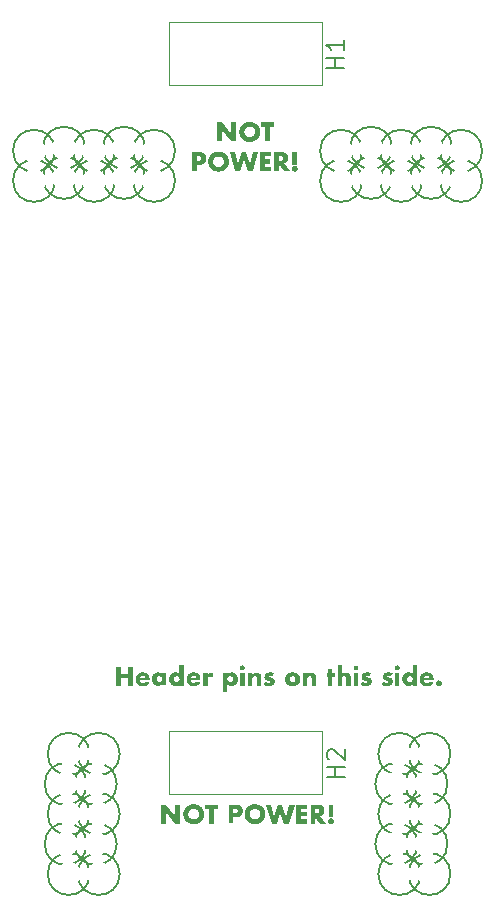
<source format=gto>
G04 #@! TF.GenerationSoftware,KiCad,Pcbnew,7.0.8*
G04 #@! TF.CreationDate,2024-09-22T21:59:11-04:00*
G04 #@! TF.ProjectId,lichen-bifocals-submodule-power-board,6c696368-656e-42d6-9269-666f63616c73,rev?*
G04 #@! TF.SameCoordinates,Original*
G04 #@! TF.FileFunction,Legend,Top*
G04 #@! TF.FilePolarity,Positive*
%FSLAX46Y46*%
G04 Gerber Fmt 4.6, Leading zero omitted, Abs format (unit mm)*
G04 Created by KiCad (PCBNEW 7.0.8) date 2024-09-22 21:59:11*
%MOMM*%
%LPD*%
G01*
G04 APERTURE LIST*
%ADD10C,0.300000*%
%ADD11C,0.150000*%
%ADD12C,0.203200*%
%ADD13C,0.120000*%
%ADD14C,2.200000*%
%ADD15C,2.032000*%
%ADD16O,1.700000X1.700000*%
G04 APERTURE END LIST*
D10*
G36*
X117735053Y-120865000D02*
G01*
X117735053Y-119270582D01*
X118136222Y-119270582D01*
X118907418Y-120245478D01*
X118907418Y-119270582D01*
X119308587Y-119270582D01*
X119308587Y-120865000D01*
X118907418Y-120865000D01*
X118136222Y-119890104D01*
X118136222Y-120865000D01*
X117735053Y-120865000D01*
G37*
G36*
X120498238Y-119223941D02*
G01*
X120521883Y-119224701D01*
X120545293Y-119225967D01*
X120568468Y-119227740D01*
X120591409Y-119230020D01*
X120614115Y-119232807D01*
X120636586Y-119236100D01*
X120658823Y-119239899D01*
X120680825Y-119244205D01*
X120702592Y-119249018D01*
X120724124Y-119254338D01*
X120745422Y-119260164D01*
X120766485Y-119266496D01*
X120787314Y-119273336D01*
X120807907Y-119280682D01*
X120828266Y-119288534D01*
X120848376Y-119296790D01*
X120868131Y-119305438D01*
X120887531Y-119314479D01*
X120906577Y-119323911D01*
X120925267Y-119333736D01*
X120943602Y-119343952D01*
X120961583Y-119354561D01*
X120979208Y-119365562D01*
X120996479Y-119376955D01*
X121013395Y-119388740D01*
X121029955Y-119400918D01*
X121046161Y-119413487D01*
X121062012Y-119426449D01*
X121077508Y-119439802D01*
X121092650Y-119453548D01*
X121107436Y-119467686D01*
X121121843Y-119482129D01*
X121135846Y-119496881D01*
X121149446Y-119511942D01*
X121162642Y-119527312D01*
X121175435Y-119542991D01*
X121187824Y-119558980D01*
X121199810Y-119575277D01*
X121211392Y-119591884D01*
X121222570Y-119608799D01*
X121233345Y-119626024D01*
X121243716Y-119643558D01*
X121253684Y-119661401D01*
X121263248Y-119679553D01*
X121272408Y-119698015D01*
X121281165Y-119716785D01*
X121289519Y-119735865D01*
X121297416Y-119755193D01*
X121304803Y-119774711D01*
X121311681Y-119794417D01*
X121318049Y-119814313D01*
X121323908Y-119834397D01*
X121329258Y-119854670D01*
X121334098Y-119875132D01*
X121338428Y-119895783D01*
X121342250Y-119916623D01*
X121345561Y-119937651D01*
X121348363Y-119958869D01*
X121350656Y-119980276D01*
X121352439Y-120001871D01*
X121353713Y-120023655D01*
X121354477Y-120045629D01*
X121354732Y-120067791D01*
X121354477Y-120089997D01*
X121353713Y-120112012D01*
X121352439Y-120133835D01*
X121350656Y-120155466D01*
X121348363Y-120176906D01*
X121345561Y-120198154D01*
X121342250Y-120219209D01*
X121338428Y-120240074D01*
X121334098Y-120260746D01*
X121329258Y-120281227D01*
X121323908Y-120301516D01*
X121318049Y-120321613D01*
X121311681Y-120341518D01*
X121304803Y-120361231D01*
X121297416Y-120380753D01*
X121289519Y-120400083D01*
X121281165Y-120419120D01*
X121272408Y-120437853D01*
X121263248Y-120456283D01*
X121253684Y-120474409D01*
X121243716Y-120492232D01*
X121233345Y-120509752D01*
X121222570Y-120526968D01*
X121211392Y-120543881D01*
X121199810Y-120560491D01*
X121187824Y-120576797D01*
X121175435Y-120592799D01*
X121162642Y-120608499D01*
X121149446Y-120623895D01*
X121135846Y-120638987D01*
X121121843Y-120653776D01*
X121107436Y-120668262D01*
X121092650Y-120682357D01*
X121077508Y-120696066D01*
X121062012Y-120709388D01*
X121046161Y-120722324D01*
X121029955Y-120734873D01*
X121013395Y-120747036D01*
X120996479Y-120758813D01*
X120979208Y-120770203D01*
X120961583Y-120781207D01*
X120943602Y-120791824D01*
X120925267Y-120802055D01*
X120906577Y-120811900D01*
X120887531Y-120821358D01*
X120868131Y-120830430D01*
X120848376Y-120839115D01*
X120828266Y-120847414D01*
X120807907Y-120855222D01*
X120787314Y-120862527D01*
X120766485Y-120869327D01*
X120745422Y-120875624D01*
X120724124Y-120881417D01*
X120702592Y-120886707D01*
X120680825Y-120891492D01*
X120658823Y-120895774D01*
X120636586Y-120899552D01*
X120614115Y-120902827D01*
X120591409Y-120905597D01*
X120568468Y-120907864D01*
X120545293Y-120909627D01*
X120521883Y-120910887D01*
X120498238Y-120911642D01*
X120474358Y-120911894D01*
X120450260Y-120911642D01*
X120426416Y-120910887D01*
X120402827Y-120909627D01*
X120379493Y-120907864D01*
X120356413Y-120905597D01*
X120333589Y-120902827D01*
X120311019Y-120899552D01*
X120288703Y-120895774D01*
X120266643Y-120891492D01*
X120244837Y-120886707D01*
X120223286Y-120881417D01*
X120201989Y-120875624D01*
X120180948Y-120869327D01*
X120160161Y-120862527D01*
X120139629Y-120855222D01*
X120119351Y-120847414D01*
X120099422Y-120839115D01*
X120079841Y-120830430D01*
X120060610Y-120821358D01*
X120041728Y-120811900D01*
X120023195Y-120802055D01*
X120005011Y-120791824D01*
X119987177Y-120781207D01*
X119969692Y-120770203D01*
X119952555Y-120758813D01*
X119935769Y-120747036D01*
X119919331Y-120734873D01*
X119903242Y-120722324D01*
X119887503Y-120709388D01*
X119872113Y-120696066D01*
X119857072Y-120682357D01*
X119842380Y-120668262D01*
X119828106Y-120653776D01*
X119814227Y-120638987D01*
X119800743Y-120623895D01*
X119787654Y-120608499D01*
X119774960Y-120592799D01*
X119762661Y-120576797D01*
X119750757Y-120560491D01*
X119739248Y-120543881D01*
X119728134Y-120526968D01*
X119717415Y-120509752D01*
X119707091Y-120492232D01*
X119697162Y-120474409D01*
X119687628Y-120456283D01*
X119678489Y-120437853D01*
X119669745Y-120419120D01*
X119661396Y-120400083D01*
X119653499Y-120380753D01*
X119646112Y-120361231D01*
X119639234Y-120341518D01*
X119632865Y-120321613D01*
X119627006Y-120301516D01*
X119621657Y-120281227D01*
X119616817Y-120260746D01*
X119612486Y-120240074D01*
X119608665Y-120219209D01*
X119605354Y-120198154D01*
X119602552Y-120176906D01*
X119600259Y-120155466D01*
X119598476Y-120133835D01*
X119597202Y-120112012D01*
X119596438Y-120089997D01*
X119596187Y-120068157D01*
X120018235Y-120068157D01*
X120018557Y-120086092D01*
X120019523Y-120103762D01*
X120021133Y-120121168D01*
X120023387Y-120138310D01*
X120026285Y-120155188D01*
X120029827Y-120171803D01*
X120034013Y-120188153D01*
X120038843Y-120204239D01*
X120044317Y-120220061D01*
X120050435Y-120235619D01*
X120054871Y-120245844D01*
X120061966Y-120260907D01*
X120069512Y-120275597D01*
X120077508Y-120289913D01*
X120085955Y-120303855D01*
X120094853Y-120317424D01*
X120104202Y-120330620D01*
X120114001Y-120343442D01*
X120124251Y-120355891D01*
X120134953Y-120367966D01*
X120146105Y-120379667D01*
X120153790Y-120387260D01*
X120165648Y-120398226D01*
X120177867Y-120408727D01*
X120190446Y-120418765D01*
X120203386Y-120428339D01*
X120216687Y-120437450D01*
X120230348Y-120446096D01*
X120244370Y-120454279D01*
X120258753Y-120461999D01*
X120273496Y-120469255D01*
X120288600Y-120476047D01*
X120298870Y-120480317D01*
X120314544Y-120486210D01*
X120330379Y-120491523D01*
X120346374Y-120496256D01*
X120362531Y-120500410D01*
X120378849Y-120503984D01*
X120395328Y-120506979D01*
X120411968Y-120509394D01*
X120428769Y-120511229D01*
X120445731Y-120512485D01*
X120462854Y-120513161D01*
X120474358Y-120513290D01*
X120491651Y-120513000D01*
X120508769Y-120512131D01*
X120525714Y-120510682D01*
X120542485Y-120508653D01*
X120559082Y-120506045D01*
X120575505Y-120502857D01*
X120591754Y-120499090D01*
X120607829Y-120494743D01*
X120623731Y-120489816D01*
X120639458Y-120484310D01*
X120649847Y-120480317D01*
X120665201Y-120473834D01*
X120680214Y-120466887D01*
X120694885Y-120459477D01*
X120709215Y-120451603D01*
X120723204Y-120443266D01*
X120736851Y-120434464D01*
X120750157Y-120425199D01*
X120763122Y-120415471D01*
X120775746Y-120405278D01*
X120788028Y-120394622D01*
X120796026Y-120387260D01*
X120807675Y-120375808D01*
X120818854Y-120363982D01*
X120829562Y-120351783D01*
X120839801Y-120339210D01*
X120849569Y-120326263D01*
X120858868Y-120312943D01*
X120867696Y-120299249D01*
X120876054Y-120285182D01*
X120883942Y-120270742D01*
X120891360Y-120255927D01*
X120896044Y-120245844D01*
X120902591Y-120230462D01*
X120908494Y-120214816D01*
X120913754Y-120198906D01*
X120918369Y-120182732D01*
X120922340Y-120166294D01*
X120925668Y-120149592D01*
X120928351Y-120132626D01*
X120930390Y-120115395D01*
X120931786Y-120097901D01*
X120932537Y-120080143D01*
X120932680Y-120068157D01*
X120932358Y-120050157D01*
X120931392Y-120032428D01*
X120929782Y-120014969D01*
X120927528Y-119997781D01*
X120924630Y-119980863D01*
X120921088Y-119964216D01*
X120916902Y-119947839D01*
X120912072Y-119931732D01*
X120906598Y-119915896D01*
X120900480Y-119900331D01*
X120896044Y-119890104D01*
X120888939Y-119875044D01*
X120881365Y-119860364D01*
X120873320Y-119846064D01*
X120864805Y-119832144D01*
X120855820Y-119818604D01*
X120846365Y-119805444D01*
X120836440Y-119792664D01*
X120826045Y-119780264D01*
X120815180Y-119768243D01*
X120803844Y-119756603D01*
X120796026Y-119749054D01*
X120783972Y-119738023D01*
X120771576Y-119727463D01*
X120758838Y-119717372D01*
X120745760Y-119707752D01*
X120732340Y-119698602D01*
X120718579Y-119689922D01*
X120704476Y-119681712D01*
X120690032Y-119673972D01*
X120675247Y-119666702D01*
X120660121Y-119659903D01*
X120649847Y-119655631D01*
X120634235Y-119649673D01*
X120618450Y-119644301D01*
X120602490Y-119639515D01*
X120586357Y-119635315D01*
X120570050Y-119631701D01*
X120553569Y-119628673D01*
X120536914Y-119626231D01*
X120520085Y-119624376D01*
X120503083Y-119623106D01*
X120485906Y-119622422D01*
X120474358Y-119622292D01*
X120457128Y-119622585D01*
X120440059Y-119623464D01*
X120423151Y-119624929D01*
X120406403Y-119626980D01*
X120389817Y-119629617D01*
X120373392Y-119632841D01*
X120357128Y-119636650D01*
X120341025Y-119641045D01*
X120325082Y-119646027D01*
X120309301Y-119651594D01*
X120298870Y-119655631D01*
X120283525Y-119662117D01*
X120268542Y-119669073D01*
X120253919Y-119676500D01*
X120239656Y-119684396D01*
X120225754Y-119692763D01*
X120212213Y-119701600D01*
X120199033Y-119710907D01*
X120186213Y-119720684D01*
X120173754Y-119730931D01*
X120161655Y-119741648D01*
X120153790Y-119749054D01*
X120142337Y-119760441D01*
X120131335Y-119772208D01*
X120120785Y-119784355D01*
X120110685Y-119796882D01*
X120101035Y-119809788D01*
X120091837Y-119823075D01*
X120083089Y-119836742D01*
X120074792Y-119850789D01*
X120066946Y-119865215D01*
X120059551Y-119880022D01*
X120054871Y-119890104D01*
X120048324Y-119905489D01*
X120042421Y-119921145D01*
X120037161Y-119937071D01*
X120032546Y-119953268D01*
X120028575Y-119969735D01*
X120025247Y-119986472D01*
X120022564Y-120003480D01*
X120020525Y-120020759D01*
X120019129Y-120038308D01*
X120018378Y-120056127D01*
X120018235Y-120068157D01*
X119596187Y-120068157D01*
X119596183Y-120067791D01*
X119596438Y-120045629D01*
X119597202Y-120023655D01*
X119598476Y-120001871D01*
X119600259Y-119980276D01*
X119602552Y-119958869D01*
X119605354Y-119937651D01*
X119608665Y-119916623D01*
X119612486Y-119895783D01*
X119616817Y-119875132D01*
X119621657Y-119854670D01*
X119627006Y-119834397D01*
X119632865Y-119814313D01*
X119639234Y-119794417D01*
X119646112Y-119774711D01*
X119653499Y-119755193D01*
X119661396Y-119735865D01*
X119669745Y-119716785D01*
X119678489Y-119698015D01*
X119687628Y-119679553D01*
X119697162Y-119661401D01*
X119707091Y-119643558D01*
X119717415Y-119626024D01*
X119728134Y-119608799D01*
X119739248Y-119591884D01*
X119750757Y-119575277D01*
X119762661Y-119558980D01*
X119774960Y-119542991D01*
X119787654Y-119527312D01*
X119800743Y-119511942D01*
X119814227Y-119496881D01*
X119828106Y-119482129D01*
X119842380Y-119467686D01*
X119857072Y-119453548D01*
X119872113Y-119439802D01*
X119887503Y-119426449D01*
X119903242Y-119413487D01*
X119919331Y-119400918D01*
X119935769Y-119388740D01*
X119952555Y-119376955D01*
X119969692Y-119365562D01*
X119987177Y-119354561D01*
X120005011Y-119343952D01*
X120023195Y-119333736D01*
X120041728Y-119323911D01*
X120060610Y-119314479D01*
X120079841Y-119305438D01*
X120099422Y-119296790D01*
X120119351Y-119288534D01*
X120139629Y-119280682D01*
X120160161Y-119273336D01*
X120180948Y-119266496D01*
X120201989Y-119260164D01*
X120223286Y-119254338D01*
X120244837Y-119249018D01*
X120266643Y-119244205D01*
X120288703Y-119239899D01*
X120311019Y-119236100D01*
X120333589Y-119232807D01*
X120356413Y-119230020D01*
X120379493Y-119227740D01*
X120402827Y-119225967D01*
X120426416Y-119224701D01*
X120450260Y-119223941D01*
X120474358Y-119223688D01*
X120498238Y-119223941D01*
G37*
G36*
X122201766Y-119622292D02*
G01*
X122201766Y-120865000D01*
X121800597Y-120865000D01*
X121800597Y-119622292D01*
X121451452Y-119622292D01*
X121451452Y-119270582D01*
X122530028Y-119270582D01*
X122530028Y-119622292D01*
X122201766Y-119622292D01*
G37*
G36*
X116271352Y-121784856D02*
G01*
X116287522Y-121785264D01*
X116303449Y-121785944D01*
X116319135Y-121786896D01*
X116334579Y-121788119D01*
X116349781Y-121789615D01*
X116364741Y-121791382D01*
X116379459Y-121793422D01*
X116393935Y-121795733D01*
X116422163Y-121801171D01*
X116449422Y-121807697D01*
X116475715Y-121815310D01*
X116501040Y-121824012D01*
X116525397Y-121833800D01*
X116548787Y-121844677D01*
X116571210Y-121856641D01*
X116592665Y-121869693D01*
X116613153Y-121883832D01*
X116632673Y-121899059D01*
X116651226Y-121915374D01*
X116660140Y-121923939D01*
X116677176Y-121941740D01*
X116693113Y-121960432D01*
X116707950Y-121980014D01*
X116721689Y-122000486D01*
X116734329Y-122021848D01*
X116745869Y-122044101D01*
X116756310Y-122067243D01*
X116765653Y-122091276D01*
X116773896Y-122116198D01*
X116781040Y-122142011D01*
X116787085Y-122168714D01*
X116792031Y-122196308D01*
X116795878Y-122224791D01*
X116798625Y-122254165D01*
X116799587Y-122269185D01*
X116800274Y-122284428D01*
X116800686Y-122299894D01*
X116800824Y-122315582D01*
X116800685Y-122331248D01*
X116800268Y-122346692D01*
X116799574Y-122361914D01*
X116798603Y-122376914D01*
X116797353Y-122391692D01*
X116794022Y-122420583D01*
X116789579Y-122448587D01*
X116784027Y-122475704D01*
X116777363Y-122501934D01*
X116769590Y-122527276D01*
X116760705Y-122551730D01*
X116750710Y-122575298D01*
X116739605Y-122597978D01*
X116727389Y-122619771D01*
X116714063Y-122640677D01*
X116699626Y-122660695D01*
X116684078Y-122679826D01*
X116667420Y-122698070D01*
X116658674Y-122706859D01*
X116640463Y-122723673D01*
X116621277Y-122739403D01*
X116601114Y-122754047D01*
X116579975Y-122767607D01*
X116557860Y-122780082D01*
X116534769Y-122791472D01*
X116510702Y-122801778D01*
X116485659Y-122810998D01*
X116459640Y-122819134D01*
X116432645Y-122826185D01*
X116404674Y-122832152D01*
X116375727Y-122837033D01*
X116360887Y-122839067D01*
X116345804Y-122840830D01*
X116330476Y-122842321D01*
X116314904Y-122843542D01*
X116299089Y-122844491D01*
X116283029Y-122845169D01*
X116266726Y-122845576D01*
X116250178Y-122845711D01*
X116006180Y-122845711D01*
X116006180Y-123373276D01*
X115605011Y-123373276D01*
X115605011Y-122118845D01*
X116006180Y-122118845D01*
X116006180Y-122511587D01*
X116146131Y-122511587D01*
X116174302Y-122510820D01*
X116200656Y-122508519D01*
X116225192Y-122504683D01*
X116247911Y-122499314D01*
X116268813Y-122492410D01*
X116287897Y-122483972D01*
X116305163Y-122474000D01*
X116320612Y-122462494D01*
X116334243Y-122449454D01*
X116346057Y-122434880D01*
X116356053Y-122418771D01*
X116364232Y-122401128D01*
X116370593Y-122381951D01*
X116375137Y-122361240D01*
X116377863Y-122338995D01*
X116378772Y-122315216D01*
X116377863Y-122291436D01*
X116375137Y-122269191D01*
X116370593Y-122248480D01*
X116364232Y-122229303D01*
X116356053Y-122211661D01*
X116346057Y-122195552D01*
X116334243Y-122180978D01*
X116320612Y-122167937D01*
X116305163Y-122156431D01*
X116287897Y-122146459D01*
X116268813Y-122138021D01*
X116247911Y-122131118D01*
X116225192Y-122125748D01*
X116200656Y-122121913D01*
X116174302Y-122119612D01*
X116146131Y-122118845D01*
X116006180Y-122118845D01*
X115605011Y-122118845D01*
X115605011Y-121784720D01*
X116254941Y-121784720D01*
X116271352Y-121784856D01*
G37*
G36*
X117859682Y-121743941D02*
G01*
X117883327Y-121744701D01*
X117906737Y-121745967D01*
X117929913Y-121747740D01*
X117952853Y-121750020D01*
X117975559Y-121752807D01*
X117998031Y-121756100D01*
X118020267Y-121759899D01*
X118042269Y-121764205D01*
X118064036Y-121769018D01*
X118085569Y-121774338D01*
X118106867Y-121780164D01*
X118127930Y-121786496D01*
X118148758Y-121793336D01*
X118169352Y-121800682D01*
X118189711Y-121808534D01*
X118209821Y-121816790D01*
X118229576Y-121825438D01*
X118248976Y-121834479D01*
X118268021Y-121843911D01*
X118286711Y-121853736D01*
X118305047Y-121863952D01*
X118323027Y-121874561D01*
X118340653Y-121885562D01*
X118357923Y-121896955D01*
X118374839Y-121908740D01*
X118391400Y-121920918D01*
X118407606Y-121933487D01*
X118423457Y-121946449D01*
X118438953Y-121959802D01*
X118454094Y-121973548D01*
X118468880Y-121987686D01*
X118483287Y-122002129D01*
X118497291Y-122016881D01*
X118510890Y-122031942D01*
X118524087Y-122047312D01*
X118536879Y-122062991D01*
X118549269Y-122078980D01*
X118561254Y-122095277D01*
X118572836Y-122111884D01*
X118584014Y-122128799D01*
X118594789Y-122146024D01*
X118605161Y-122163558D01*
X118615128Y-122181401D01*
X118624692Y-122199553D01*
X118633853Y-122218015D01*
X118642610Y-122236785D01*
X118650963Y-122255865D01*
X118658860Y-122275193D01*
X118666247Y-122294711D01*
X118673125Y-122314417D01*
X118679494Y-122334313D01*
X118685353Y-122354397D01*
X118690702Y-122374670D01*
X118695542Y-122395132D01*
X118699873Y-122415783D01*
X118703694Y-122436623D01*
X118707006Y-122457651D01*
X118709808Y-122478869D01*
X118712100Y-122500276D01*
X118713883Y-122521871D01*
X118715157Y-122543655D01*
X118715921Y-122565629D01*
X118716176Y-122587791D01*
X118715921Y-122609997D01*
X118715157Y-122632012D01*
X118713883Y-122653835D01*
X118712100Y-122675466D01*
X118709808Y-122696906D01*
X118707006Y-122718154D01*
X118703694Y-122739209D01*
X118699873Y-122760074D01*
X118695542Y-122780746D01*
X118690702Y-122801227D01*
X118685353Y-122821516D01*
X118679494Y-122841613D01*
X118673125Y-122861518D01*
X118666247Y-122881231D01*
X118658860Y-122900753D01*
X118650963Y-122920083D01*
X118642610Y-122939120D01*
X118633853Y-122957853D01*
X118624692Y-122976283D01*
X118615128Y-122994409D01*
X118605161Y-123012232D01*
X118594789Y-123029752D01*
X118584014Y-123046968D01*
X118572836Y-123063881D01*
X118561254Y-123080491D01*
X118549269Y-123096797D01*
X118536879Y-123112799D01*
X118524087Y-123128499D01*
X118510890Y-123143895D01*
X118497291Y-123158987D01*
X118483287Y-123173776D01*
X118468880Y-123188262D01*
X118454094Y-123202357D01*
X118438953Y-123216066D01*
X118423457Y-123229388D01*
X118407606Y-123242324D01*
X118391400Y-123254873D01*
X118374839Y-123267036D01*
X118357923Y-123278813D01*
X118340653Y-123290203D01*
X118323027Y-123301207D01*
X118305047Y-123311824D01*
X118286711Y-123322055D01*
X118268021Y-123331900D01*
X118248976Y-123341358D01*
X118229576Y-123350430D01*
X118209821Y-123359115D01*
X118189711Y-123367414D01*
X118169352Y-123375222D01*
X118148758Y-123382527D01*
X118127930Y-123389327D01*
X118106867Y-123395624D01*
X118085569Y-123401417D01*
X118064036Y-123406707D01*
X118042269Y-123411492D01*
X118020267Y-123415774D01*
X117998031Y-123419552D01*
X117975559Y-123422827D01*
X117952853Y-123425597D01*
X117929913Y-123427864D01*
X117906737Y-123429627D01*
X117883327Y-123430887D01*
X117859682Y-123431642D01*
X117835803Y-123431894D01*
X117811704Y-123431642D01*
X117787861Y-123430887D01*
X117764272Y-123429627D01*
X117740937Y-123427864D01*
X117717858Y-123425597D01*
X117695033Y-123422827D01*
X117672463Y-123419552D01*
X117650148Y-123415774D01*
X117628087Y-123411492D01*
X117606281Y-123406707D01*
X117584730Y-123401417D01*
X117563434Y-123395624D01*
X117542392Y-123389327D01*
X117521605Y-123382527D01*
X117501073Y-123375222D01*
X117480796Y-123367414D01*
X117460866Y-123359115D01*
X117441286Y-123350430D01*
X117422054Y-123341358D01*
X117403172Y-123331900D01*
X117384639Y-123322055D01*
X117366456Y-123311824D01*
X117348621Y-123301207D01*
X117331136Y-123290203D01*
X117314000Y-123278813D01*
X117297213Y-123267036D01*
X117280775Y-123254873D01*
X117264687Y-123242324D01*
X117248947Y-123229388D01*
X117233557Y-123216066D01*
X117218516Y-123202357D01*
X117203824Y-123188262D01*
X117189550Y-123173776D01*
X117175672Y-123158987D01*
X117162188Y-123143895D01*
X117149099Y-123128499D01*
X117136405Y-123112799D01*
X117124106Y-123096797D01*
X117112202Y-123080491D01*
X117100693Y-123063881D01*
X117089579Y-123046968D01*
X117078860Y-123029752D01*
X117068536Y-123012232D01*
X117058607Y-122994409D01*
X117049073Y-122976283D01*
X117039934Y-122957853D01*
X117031190Y-122939120D01*
X117022840Y-122920083D01*
X117014944Y-122900753D01*
X117007556Y-122881231D01*
X117000678Y-122861518D01*
X116994310Y-122841613D01*
X116988451Y-122821516D01*
X116983101Y-122801227D01*
X116978261Y-122780746D01*
X116973931Y-122760074D01*
X116970110Y-122739209D01*
X116966798Y-122718154D01*
X116963996Y-122696906D01*
X116961703Y-122675466D01*
X116959920Y-122653835D01*
X116958647Y-122632012D01*
X116957882Y-122609997D01*
X116957632Y-122588157D01*
X117379679Y-122588157D01*
X117380001Y-122606092D01*
X117380967Y-122623762D01*
X117382577Y-122641168D01*
X117384831Y-122658310D01*
X117387729Y-122675188D01*
X117391271Y-122691803D01*
X117395457Y-122708153D01*
X117400287Y-122724239D01*
X117405761Y-122740061D01*
X117411879Y-122755619D01*
X117416316Y-122765844D01*
X117423410Y-122780907D01*
X117430956Y-122795597D01*
X117438952Y-122809913D01*
X117447399Y-122823855D01*
X117456297Y-122837424D01*
X117465646Y-122850620D01*
X117475446Y-122863442D01*
X117485696Y-122875891D01*
X117496397Y-122887966D01*
X117507549Y-122899667D01*
X117515234Y-122907260D01*
X117527092Y-122918226D01*
X117539311Y-122928727D01*
X117551890Y-122938765D01*
X117564831Y-122948339D01*
X117578131Y-122957450D01*
X117591793Y-122966096D01*
X117605815Y-122974279D01*
X117620197Y-122981999D01*
X117634941Y-122989255D01*
X117650045Y-122996047D01*
X117660314Y-123000317D01*
X117675988Y-123006210D01*
X117691823Y-123011523D01*
X117707819Y-123016256D01*
X117723976Y-123020410D01*
X117740294Y-123023984D01*
X117756773Y-123026979D01*
X117773412Y-123029394D01*
X117790213Y-123031229D01*
X117807175Y-123032485D01*
X117824298Y-123033161D01*
X117835803Y-123033290D01*
X117853095Y-123033000D01*
X117870214Y-123032131D01*
X117887158Y-123030682D01*
X117903929Y-123028653D01*
X117920526Y-123026045D01*
X117936949Y-123022857D01*
X117953199Y-123019090D01*
X117969274Y-123014743D01*
X117985175Y-123009816D01*
X118000903Y-123004310D01*
X118011291Y-123000317D01*
X118026645Y-122993834D01*
X118041658Y-122986887D01*
X118056329Y-122979477D01*
X118070659Y-122971603D01*
X118084648Y-122963266D01*
X118098296Y-122954464D01*
X118111602Y-122945199D01*
X118124566Y-122935471D01*
X118137190Y-122925278D01*
X118149472Y-122914622D01*
X118157471Y-122907260D01*
X118169119Y-122895808D01*
X118180298Y-122883982D01*
X118191007Y-122871783D01*
X118201245Y-122859210D01*
X118211014Y-122846263D01*
X118220312Y-122832943D01*
X118229140Y-122819249D01*
X118237498Y-122805182D01*
X118245386Y-122790742D01*
X118252804Y-122775927D01*
X118257488Y-122765844D01*
X118264035Y-122750462D01*
X118269939Y-122734816D01*
X118275198Y-122718906D01*
X118279813Y-122702732D01*
X118283785Y-122686294D01*
X118287112Y-122669592D01*
X118289795Y-122652626D01*
X118291835Y-122635395D01*
X118293230Y-122617901D01*
X118293981Y-122600143D01*
X118294124Y-122588157D01*
X118293802Y-122570157D01*
X118292836Y-122552428D01*
X118291226Y-122534969D01*
X118288972Y-122517781D01*
X118286074Y-122500863D01*
X118282532Y-122484216D01*
X118278346Y-122467839D01*
X118273516Y-122451732D01*
X118268042Y-122435896D01*
X118261924Y-122420331D01*
X118257488Y-122410104D01*
X118250384Y-122395044D01*
X118242809Y-122380364D01*
X118234764Y-122366064D01*
X118226250Y-122352144D01*
X118217265Y-122338604D01*
X118207810Y-122325444D01*
X118197885Y-122312664D01*
X118187490Y-122300264D01*
X118176624Y-122288243D01*
X118165289Y-122276603D01*
X118157471Y-122269054D01*
X118145416Y-122258023D01*
X118133020Y-122247463D01*
X118120283Y-122237372D01*
X118107204Y-122227752D01*
X118093784Y-122218602D01*
X118080023Y-122209922D01*
X118065921Y-122201712D01*
X118051477Y-122193972D01*
X118036692Y-122186702D01*
X118021565Y-122179903D01*
X118011291Y-122175631D01*
X117995680Y-122169673D01*
X117979894Y-122164301D01*
X117963935Y-122159515D01*
X117947801Y-122155315D01*
X117931494Y-122151701D01*
X117915013Y-122148673D01*
X117898358Y-122146231D01*
X117881530Y-122144376D01*
X117864527Y-122143106D01*
X117847350Y-122142422D01*
X117835803Y-122142292D01*
X117818573Y-122142585D01*
X117801503Y-122143464D01*
X117784595Y-122144929D01*
X117767848Y-122146980D01*
X117751262Y-122149617D01*
X117734836Y-122152841D01*
X117718572Y-122156650D01*
X117702469Y-122161045D01*
X117686527Y-122166027D01*
X117670746Y-122171594D01*
X117660314Y-122175631D01*
X117644970Y-122182117D01*
X117629986Y-122189073D01*
X117615363Y-122196500D01*
X117601101Y-122204396D01*
X117587199Y-122212763D01*
X117573658Y-122221600D01*
X117560477Y-122230907D01*
X117547657Y-122240684D01*
X117535198Y-122250931D01*
X117523099Y-122261648D01*
X117515234Y-122269054D01*
X117503782Y-122280441D01*
X117492780Y-122292208D01*
X117482229Y-122304355D01*
X117472129Y-122316882D01*
X117462480Y-122329788D01*
X117453281Y-122343075D01*
X117444534Y-122356742D01*
X117436237Y-122370789D01*
X117428391Y-122385215D01*
X117420995Y-122400022D01*
X117416316Y-122410104D01*
X117409768Y-122425489D01*
X117403865Y-122441145D01*
X117398606Y-122457071D01*
X117393990Y-122473268D01*
X117390019Y-122489735D01*
X117386692Y-122506472D01*
X117384008Y-122523480D01*
X117381969Y-122540759D01*
X117380574Y-122558308D01*
X117379822Y-122576127D01*
X117379679Y-122588157D01*
X116957632Y-122588157D01*
X116957628Y-122587791D01*
X116957882Y-122565629D01*
X116958647Y-122543655D01*
X116959920Y-122521871D01*
X116961703Y-122500276D01*
X116963996Y-122478869D01*
X116966798Y-122457651D01*
X116970110Y-122436623D01*
X116973931Y-122415783D01*
X116978261Y-122395132D01*
X116983101Y-122374670D01*
X116988451Y-122354397D01*
X116994310Y-122334313D01*
X117000678Y-122314417D01*
X117007556Y-122294711D01*
X117014944Y-122275193D01*
X117022840Y-122255865D01*
X117031190Y-122236785D01*
X117039934Y-122218015D01*
X117049073Y-122199553D01*
X117058607Y-122181401D01*
X117068536Y-122163558D01*
X117078860Y-122146024D01*
X117089579Y-122128799D01*
X117100693Y-122111884D01*
X117112202Y-122095277D01*
X117124106Y-122078980D01*
X117136405Y-122062991D01*
X117149099Y-122047312D01*
X117162188Y-122031942D01*
X117175672Y-122016881D01*
X117189550Y-122002129D01*
X117203824Y-121987686D01*
X117218516Y-121973548D01*
X117233557Y-121959802D01*
X117248947Y-121946449D01*
X117264687Y-121933487D01*
X117280775Y-121920918D01*
X117297213Y-121908740D01*
X117314000Y-121896955D01*
X117331136Y-121885562D01*
X117348621Y-121874561D01*
X117366456Y-121863952D01*
X117384639Y-121853736D01*
X117403172Y-121843911D01*
X117422054Y-121834479D01*
X117441286Y-121825438D01*
X117460866Y-121816790D01*
X117480796Y-121808534D01*
X117501073Y-121800682D01*
X117521605Y-121793336D01*
X117542392Y-121786496D01*
X117563434Y-121780164D01*
X117584730Y-121774338D01*
X117606281Y-121769018D01*
X117628087Y-121764205D01*
X117650148Y-121759899D01*
X117672463Y-121756100D01*
X117695033Y-121752807D01*
X117717858Y-121750020D01*
X117740937Y-121747740D01*
X117764272Y-121745967D01*
X117787861Y-121744701D01*
X117811704Y-121743941D01*
X117835803Y-121743688D01*
X117859682Y-121743941D01*
G37*
G36*
X119211134Y-121790582D02*
G01*
X119484076Y-122820432D01*
X119820032Y-121790582D01*
X120147928Y-121790582D01*
X120483884Y-122820432D01*
X120756825Y-121790582D01*
X121187303Y-121790582D01*
X120714693Y-123385000D01*
X120294840Y-123385000D01*
X119983796Y-122461029D01*
X119673120Y-123385000D01*
X119253266Y-123385000D01*
X118780656Y-121790582D01*
X119211134Y-121790582D01*
G37*
G36*
X122253789Y-122142292D02*
G01*
X121752237Y-122142292D01*
X121752237Y-122400212D01*
X122230342Y-122400212D01*
X122230342Y-122751922D01*
X121752237Y-122751922D01*
X121752237Y-123033290D01*
X122253789Y-123033290D01*
X122253789Y-123385000D01*
X121351068Y-123385000D01*
X121351068Y-121790582D01*
X122253789Y-121790582D01*
X122253789Y-122142292D01*
G37*
G36*
X123208951Y-121784876D02*
G01*
X123225222Y-121785344D01*
X123241226Y-121786124D01*
X123256964Y-121787216D01*
X123272435Y-121788620D01*
X123287641Y-121790336D01*
X123302580Y-121792364D01*
X123317253Y-121794704D01*
X123338764Y-121798799D01*
X123359676Y-121803595D01*
X123379989Y-121809094D01*
X123399703Y-121815295D01*
X123418817Y-121822197D01*
X123425056Y-121824654D01*
X123443432Y-121832396D01*
X123461189Y-121840647D01*
X123478328Y-121849406D01*
X123494848Y-121858674D01*
X123510751Y-121868451D01*
X123526035Y-121878737D01*
X123540701Y-121889532D01*
X123554749Y-121900835D01*
X123568179Y-121912647D01*
X123580990Y-121924968D01*
X123589187Y-121933464D01*
X123601063Y-121946569D01*
X123612371Y-121960053D01*
X123623113Y-121973917D01*
X123633288Y-121988161D01*
X123642897Y-122002785D01*
X123651939Y-122017790D01*
X123660414Y-122033174D01*
X123668322Y-122048938D01*
X123675664Y-122065082D01*
X123682438Y-122081606D01*
X123686640Y-122092833D01*
X123692467Y-122109847D01*
X123697721Y-122127094D01*
X123702402Y-122144572D01*
X123706510Y-122162282D01*
X123710044Y-122180223D01*
X123713005Y-122198397D01*
X123715394Y-122216803D01*
X123717209Y-122235440D01*
X123718451Y-122254309D01*
X123719119Y-122273410D01*
X123719247Y-122286273D01*
X123718906Y-122309126D01*
X123717884Y-122331433D01*
X123716181Y-122353193D01*
X123713797Y-122374407D01*
X123710731Y-122395073D01*
X123706985Y-122415193D01*
X123702557Y-122434767D01*
X123697448Y-122453793D01*
X123691658Y-122472273D01*
X123685186Y-122490206D01*
X123678033Y-122507593D01*
X123670200Y-122524433D01*
X123661684Y-122540726D01*
X123652488Y-122556472D01*
X123642611Y-122571672D01*
X123632052Y-122586325D01*
X123620872Y-122600415D01*
X123609040Y-122613923D01*
X123596555Y-122626850D01*
X123583417Y-122639196D01*
X123569627Y-122650961D01*
X123555184Y-122662146D01*
X123540089Y-122672749D01*
X123524341Y-122682771D01*
X123507940Y-122692212D01*
X123490887Y-122701072D01*
X123473181Y-122709351D01*
X123454823Y-122717049D01*
X123435812Y-122724166D01*
X123416149Y-122730702D01*
X123395833Y-122736656D01*
X123374864Y-122742030D01*
X123872753Y-123396723D01*
X123360210Y-123396723D01*
X122948050Y-122782330D01*
X122948050Y-123396723D01*
X122546881Y-123396723D01*
X122546881Y-122118845D01*
X122948050Y-122118845D01*
X122948050Y-122513053D01*
X123030115Y-122513053D01*
X123046045Y-122512854D01*
X123061502Y-122512257D01*
X123076488Y-122511262D01*
X123098080Y-122509024D01*
X123118610Y-122505891D01*
X123138077Y-122501863D01*
X123156481Y-122496940D01*
X123173823Y-122491121D01*
X123190102Y-122484407D01*
X123205319Y-122476799D01*
X123219473Y-122468295D01*
X123228318Y-122462128D01*
X123240627Y-122452190D01*
X123251726Y-122441473D01*
X123261613Y-122429976D01*
X123270290Y-122417701D01*
X123277756Y-122404646D01*
X123284012Y-122390811D01*
X123289056Y-122376198D01*
X123292890Y-122360805D01*
X123295513Y-122344633D01*
X123296926Y-122327682D01*
X123297195Y-122315949D01*
X123296590Y-122298478D01*
X123294773Y-122281787D01*
X123291747Y-122265874D01*
X123287509Y-122250741D01*
X123282061Y-122236388D01*
X123275402Y-122222813D01*
X123267532Y-122210018D01*
X123258452Y-122198002D01*
X123248161Y-122186765D01*
X123236659Y-122176308D01*
X123228318Y-122169769D01*
X123214873Y-122160668D01*
X123200365Y-122152463D01*
X123184794Y-122145152D01*
X123168160Y-122138737D01*
X123150464Y-122133217D01*
X123131706Y-122128592D01*
X123111884Y-122124862D01*
X123091001Y-122122027D01*
X123069054Y-122120088D01*
X123053833Y-122119292D01*
X123038139Y-122118894D01*
X123030115Y-122118845D01*
X122948050Y-122118845D01*
X122546881Y-122118845D01*
X122546881Y-121784720D01*
X123192415Y-121784720D01*
X123208951Y-121784876D01*
G37*
G36*
X124080115Y-122845711D02*
G01*
X124080115Y-121790582D01*
X124481284Y-121790582D01*
X124481284Y-122845711D01*
X124080115Y-122845711D01*
G37*
G36*
X124035785Y-123186064D02*
G01*
X124036241Y-123170293D01*
X124037610Y-123154808D01*
X124039891Y-123139610D01*
X124043084Y-123124698D01*
X124047189Y-123110072D01*
X124052207Y-123095732D01*
X124054470Y-123090076D01*
X124060781Y-123076271D01*
X124067808Y-123063021D01*
X124075550Y-123050325D01*
X124084008Y-123038184D01*
X124093181Y-123026598D01*
X124103070Y-123015565D01*
X124107226Y-123011308D01*
X124118037Y-123001036D01*
X124129401Y-122991516D01*
X124141321Y-122982747D01*
X124153795Y-122974729D01*
X124166823Y-122967462D01*
X124180406Y-122960947D01*
X124185995Y-122958551D01*
X124200325Y-122953063D01*
X124214925Y-122948505D01*
X124229792Y-122944877D01*
X124244928Y-122942180D01*
X124260332Y-122940412D01*
X124276004Y-122939575D01*
X124282348Y-122939501D01*
X124297908Y-122939966D01*
X124313217Y-122941361D01*
X124328276Y-122943687D01*
X124343085Y-122946942D01*
X124357643Y-122951128D01*
X124371950Y-122956245D01*
X124377603Y-122958551D01*
X124391514Y-122964766D01*
X124404851Y-122971732D01*
X124417617Y-122979449D01*
X124429810Y-122987918D01*
X124441431Y-122997138D01*
X124452479Y-123007109D01*
X124456738Y-123011308D01*
X124466904Y-123022118D01*
X124476337Y-123033483D01*
X124485036Y-123045402D01*
X124493002Y-123057876D01*
X124500235Y-123070905D01*
X124506734Y-123084488D01*
X124509128Y-123090076D01*
X124514616Y-123104301D01*
X124519174Y-123118813D01*
X124522802Y-123133611D01*
X124525500Y-123148695D01*
X124527267Y-123164065D01*
X124528104Y-123179721D01*
X124528179Y-123186064D01*
X124527714Y-123201632D01*
X124526318Y-123216969D01*
X124523993Y-123232072D01*
X124520737Y-123246943D01*
X124516551Y-123261582D01*
X124511435Y-123275988D01*
X124509128Y-123281685D01*
X124502922Y-123295490D01*
X124495983Y-123308740D01*
X124488311Y-123321436D01*
X124479905Y-123333577D01*
X124470765Y-123345163D01*
X124460892Y-123356196D01*
X124456738Y-123360453D01*
X124445919Y-123370619D01*
X124434527Y-123380052D01*
X124422563Y-123388752D01*
X124410026Y-123396717D01*
X124396917Y-123403950D01*
X124383236Y-123410449D01*
X124377603Y-123412843D01*
X124363396Y-123418331D01*
X124348938Y-123422890D01*
X124334230Y-123426517D01*
X124319271Y-123429215D01*
X124304062Y-123430983D01*
X124288602Y-123431820D01*
X124282348Y-123431894D01*
X124266569Y-123431429D01*
X124251057Y-123430034D01*
X124235814Y-123427708D01*
X124220839Y-123424452D01*
X124206133Y-123420266D01*
X124191695Y-123415150D01*
X124185995Y-123412843D01*
X124172190Y-123406638D01*
X124158940Y-123399698D01*
X124146244Y-123392026D01*
X124134103Y-123383620D01*
X124122516Y-123374480D01*
X124111484Y-123364608D01*
X124107226Y-123360453D01*
X124097051Y-123349643D01*
X124087591Y-123338278D01*
X124078847Y-123326359D01*
X124070819Y-123313885D01*
X124063506Y-123300856D01*
X124056908Y-123287273D01*
X124054470Y-123281685D01*
X124049087Y-123267372D01*
X124044617Y-123252826D01*
X124041059Y-123238048D01*
X124038413Y-123223038D01*
X124036679Y-123207795D01*
X124035858Y-123192319D01*
X124035785Y-123186064D01*
G37*
G36*
X109545300Y-165970212D02*
G01*
X110152365Y-165970212D01*
X110152365Y-165360582D01*
X110553534Y-165360582D01*
X110553534Y-166955000D01*
X110152365Y-166955000D01*
X110152365Y-166304337D01*
X109545300Y-166304337D01*
X109545300Y-166955000D01*
X109144131Y-166955000D01*
X109144131Y-165360582D01*
X109545300Y-165360582D01*
X109545300Y-165970212D01*
G37*
G36*
X111437282Y-165829692D02*
G01*
X111454000Y-165830181D01*
X111470507Y-165830997D01*
X111486801Y-165832139D01*
X111502884Y-165833607D01*
X111518755Y-165835402D01*
X111534414Y-165837523D01*
X111549862Y-165839970D01*
X111565097Y-165842743D01*
X111580121Y-165845843D01*
X111594933Y-165849269D01*
X111609533Y-165853022D01*
X111623922Y-165857100D01*
X111638098Y-165861505D01*
X111652063Y-165866236D01*
X111665816Y-165871294D01*
X111685990Y-165879457D01*
X111705572Y-165888283D01*
X111724562Y-165897772D01*
X111742959Y-165907925D01*
X111760763Y-165918741D01*
X111777975Y-165930220D01*
X111794594Y-165942363D01*
X111810621Y-165955169D01*
X111826056Y-165968638D01*
X111840898Y-165982770D01*
X111850464Y-165992561D01*
X111864368Y-166007714D01*
X111877640Y-166023498D01*
X111890282Y-166039914D01*
X111902293Y-166056961D01*
X111913672Y-166074638D01*
X111924420Y-166092947D01*
X111934538Y-166111887D01*
X111944024Y-166131458D01*
X111949997Y-166144856D01*
X111955690Y-166158535D01*
X111961103Y-166172494D01*
X111966235Y-166186734D01*
X111971070Y-166201181D01*
X111975594Y-166215854D01*
X111979806Y-166230753D01*
X111983706Y-166245879D01*
X111987293Y-166261230D01*
X111990569Y-166276808D01*
X111993533Y-166292611D01*
X111996185Y-166308641D01*
X111998525Y-166324897D01*
X112000553Y-166341379D01*
X112002269Y-166358088D01*
X112003673Y-166375022D01*
X112004764Y-166392182D01*
X112005544Y-166409569D01*
X112006012Y-166427182D01*
X112006168Y-166445020D01*
X112006168Y-166486053D01*
X111197236Y-166486053D01*
X111198148Y-166514446D01*
X111200883Y-166541008D01*
X111205441Y-166565737D01*
X111211822Y-166588635D01*
X111220027Y-166609701D01*
X111230054Y-166628935D01*
X111241905Y-166646338D01*
X111255580Y-166661908D01*
X111271077Y-166675647D01*
X111288398Y-166687554D01*
X111307542Y-166697629D01*
X111328509Y-166705872D01*
X111351299Y-166712283D01*
X111375913Y-166716863D01*
X111402350Y-166719610D01*
X111430610Y-166720526D01*
X111446032Y-166720150D01*
X111460973Y-166719021D01*
X111482482Y-166715916D01*
X111502910Y-166711117D01*
X111522256Y-166704624D01*
X111540519Y-166696438D01*
X111557701Y-166686558D01*
X111573801Y-166674984D01*
X111588819Y-166661717D01*
X111602756Y-166646755D01*
X111615610Y-166630101D01*
X111619654Y-166624173D01*
X111991147Y-166624173D01*
X111983883Y-166647411D01*
X111975965Y-166669912D01*
X111967394Y-166691676D01*
X111958169Y-166712701D01*
X111948291Y-166732989D01*
X111937760Y-166752539D01*
X111926575Y-166771351D01*
X111914738Y-166789426D01*
X111902247Y-166806763D01*
X111889102Y-166823362D01*
X111875304Y-166839223D01*
X111860853Y-166854347D01*
X111845749Y-166868733D01*
X111829992Y-166882381D01*
X111813581Y-166895291D01*
X111796516Y-166907464D01*
X111778799Y-166918899D01*
X111760428Y-166929596D01*
X111741404Y-166939555D01*
X111721727Y-166948777D01*
X111701396Y-166957261D01*
X111680412Y-166965007D01*
X111658775Y-166972016D01*
X111636484Y-166978287D01*
X111613540Y-166983820D01*
X111589943Y-166988615D01*
X111565692Y-166992672D01*
X111540788Y-166995992D01*
X111515231Y-166998574D01*
X111489021Y-167000419D01*
X111462157Y-167001525D01*
X111434640Y-167001894D01*
X111417737Y-167001731D01*
X111401009Y-167001242D01*
X111384455Y-167000426D01*
X111368076Y-166999284D01*
X111351872Y-166997815D01*
X111335842Y-166996021D01*
X111319987Y-166993900D01*
X111304306Y-166991453D01*
X111288800Y-166988679D01*
X111273468Y-166985579D01*
X111258312Y-166982153D01*
X111243329Y-166978401D01*
X111228522Y-166974322D01*
X111213888Y-166969917D01*
X111199430Y-166965186D01*
X111185146Y-166960129D01*
X111171121Y-166954816D01*
X111157348Y-166949229D01*
X111143827Y-166943367D01*
X111124018Y-166934059D01*
X111104775Y-166924133D01*
X111086099Y-166913589D01*
X111067990Y-166902426D01*
X111050447Y-166890645D01*
X111033471Y-166878246D01*
X111017062Y-166865229D01*
X111001220Y-166851593D01*
X110990973Y-166842159D01*
X110976117Y-166827542D01*
X110961911Y-166812402D01*
X110948356Y-166796741D01*
X110935452Y-166780559D01*
X110923197Y-166763854D01*
X110911594Y-166746628D01*
X110900640Y-166728881D01*
X110890337Y-166710612D01*
X110880685Y-166691821D01*
X110871683Y-166672508D01*
X110866043Y-166659344D01*
X110858186Y-166639132D01*
X110851102Y-166618475D01*
X110846809Y-166604458D01*
X110842859Y-166590242D01*
X110839252Y-166575830D01*
X110835989Y-166561219D01*
X110833070Y-166546412D01*
X110830494Y-166531407D01*
X110828261Y-166516204D01*
X110826372Y-166500804D01*
X110824827Y-166485206D01*
X110823625Y-166469411D01*
X110822766Y-166453418D01*
X110822251Y-166437228D01*
X110822079Y-166420840D01*
X110822242Y-166403910D01*
X110822732Y-166387192D01*
X110823547Y-166370686D01*
X110824689Y-166354391D01*
X110826158Y-166338308D01*
X110827952Y-166322437D01*
X110830073Y-166306778D01*
X110832520Y-166291331D01*
X110835294Y-166276095D01*
X110835514Y-166275027D01*
X111207861Y-166275027D01*
X111647498Y-166275027D01*
X111643506Y-166259452D01*
X111638812Y-166244463D01*
X111633417Y-166230060D01*
X111627319Y-166216243D01*
X111620520Y-166203012D01*
X111613018Y-166190367D01*
X111601924Y-166174419D01*
X111589582Y-166159512D01*
X111575992Y-166145648D01*
X111568729Y-166139106D01*
X111553491Y-166126999D01*
X111537451Y-166116506D01*
X111520610Y-166107628D01*
X111502967Y-166100363D01*
X111484523Y-166094713D01*
X111470164Y-166091535D01*
X111455354Y-166089265D01*
X111440093Y-166087903D01*
X111424382Y-166087449D01*
X111407976Y-166087880D01*
X111392143Y-166089175D01*
X111376884Y-166091332D01*
X111362197Y-166094353D01*
X111343507Y-166099722D01*
X111325836Y-166106626D01*
X111309183Y-166115064D01*
X111293550Y-166125036D01*
X111278935Y-166136542D01*
X111265483Y-166149445D01*
X111253336Y-166163607D01*
X111242494Y-166179029D01*
X111232957Y-166195710D01*
X111226660Y-166209047D01*
X111221098Y-166223092D01*
X111216271Y-166237846D01*
X111212177Y-166253309D01*
X111208817Y-166269480D01*
X111207861Y-166275027D01*
X110835514Y-166275027D01*
X110838394Y-166261071D01*
X110841820Y-166246259D01*
X110845572Y-166231659D01*
X110849651Y-166217271D01*
X110854056Y-166203094D01*
X110858787Y-166189129D01*
X110863845Y-166175376D01*
X110872057Y-166155127D01*
X110880893Y-166135457D01*
X110890355Y-166116367D01*
X110900441Y-166097856D01*
X110911152Y-166079925D01*
X110922487Y-166062573D01*
X110934447Y-166045801D01*
X110947032Y-166029609D01*
X110960242Y-166013996D01*
X110974076Y-165998963D01*
X110983646Y-165989263D01*
X110998495Y-165975150D01*
X111013918Y-165961661D01*
X111029914Y-165948798D01*
X111046483Y-165936558D01*
X111063625Y-165924944D01*
X111081340Y-165913954D01*
X111099629Y-165903589D01*
X111118491Y-165893848D01*
X111137925Y-165884732D01*
X111157933Y-165876241D01*
X111171591Y-165870928D01*
X111185485Y-165865914D01*
X111199600Y-165861225D01*
X111213936Y-165856858D01*
X111228492Y-165852815D01*
X111243268Y-165849096D01*
X111258264Y-165845700D01*
X111273481Y-165842627D01*
X111288919Y-165839878D01*
X111304577Y-165837453D01*
X111320455Y-165835350D01*
X111336553Y-165833571D01*
X111352872Y-165832116D01*
X111369412Y-165830984D01*
X111386171Y-165830175D01*
X111403151Y-165829690D01*
X111420352Y-165829528D01*
X111437282Y-165829692D01*
G37*
G36*
X112741285Y-165824215D02*
G01*
X112765487Y-165825859D01*
X112789153Y-165828600D01*
X112812284Y-165832436D01*
X112834880Y-165837370D01*
X112856941Y-165843399D01*
X112878466Y-165850524D01*
X112899456Y-165858746D01*
X112919911Y-165868064D01*
X112939831Y-165878478D01*
X112959215Y-165889989D01*
X112978064Y-165902595D01*
X112996378Y-165916298D01*
X113014157Y-165931097D01*
X113031400Y-165946993D01*
X113048108Y-165963984D01*
X113048108Y-165852976D01*
X113423265Y-165852976D01*
X113423265Y-166931552D01*
X113048108Y-166931552D01*
X113048108Y-166814682D01*
X113032661Y-166834513D01*
X113016544Y-166853064D01*
X112999757Y-166870336D01*
X112982300Y-166886329D01*
X112964174Y-166901042D01*
X112945378Y-166914476D01*
X112925912Y-166926631D01*
X112905776Y-166937506D01*
X112884970Y-166947101D01*
X112863495Y-166955417D01*
X112841350Y-166962454D01*
X112818535Y-166968212D01*
X112795051Y-166972689D01*
X112770897Y-166975888D01*
X112746073Y-166977807D01*
X112720579Y-166978447D01*
X112698833Y-166978067D01*
X112677422Y-166976927D01*
X112656346Y-166975027D01*
X112635605Y-166972367D01*
X112615199Y-166968948D01*
X112595128Y-166964768D01*
X112575391Y-166959829D01*
X112555990Y-166954129D01*
X112536923Y-166947670D01*
X112518191Y-166940451D01*
X112505889Y-166935216D01*
X112487764Y-166926801D01*
X112470070Y-166917768D01*
X112452808Y-166908116D01*
X112435977Y-166897847D01*
X112419577Y-166886959D01*
X112403609Y-166875453D01*
X112388073Y-166863328D01*
X112372968Y-166850586D01*
X112358294Y-166837225D01*
X112344052Y-166823246D01*
X112334797Y-166813583D01*
X112321411Y-166798576D01*
X112308591Y-166783092D01*
X112296337Y-166767131D01*
X112284651Y-166750694D01*
X112273531Y-166733781D01*
X112262978Y-166716390D01*
X112252992Y-166698524D01*
X112243572Y-166680181D01*
X112234720Y-166661361D01*
X112226433Y-166642064D01*
X112221224Y-166628935D01*
X112213957Y-166608912D01*
X112207404Y-166588548D01*
X112201566Y-166567842D01*
X112196443Y-166546795D01*
X112192035Y-166525407D01*
X112189493Y-166510958D01*
X112187269Y-166496358D01*
X112185363Y-166481606D01*
X112183775Y-166466703D01*
X112182504Y-166451648D01*
X112181551Y-166436441D01*
X112180915Y-166421082D01*
X112180597Y-166405572D01*
X112180560Y-166398126D01*
X112581727Y-166398126D01*
X112582174Y-166414213D01*
X112583516Y-166429961D01*
X112585752Y-166445369D01*
X112588882Y-166460436D01*
X112592907Y-166475164D01*
X112597827Y-166489552D01*
X112600045Y-166495212D01*
X112606197Y-166509008D01*
X112612975Y-166522232D01*
X112620379Y-166534883D01*
X112630091Y-166549308D01*
X112640704Y-166562910D01*
X112650237Y-166573614D01*
X112662614Y-166585601D01*
X112675842Y-166596558D01*
X112689920Y-166606484D01*
X112704848Y-166615380D01*
X112717937Y-166622006D01*
X112726074Y-166625638D01*
X112740088Y-166631021D01*
X112754424Y-166635491D01*
X112769083Y-166639049D01*
X112784063Y-166641695D01*
X112799365Y-166643429D01*
X112814989Y-166644250D01*
X112821329Y-166644323D01*
X112836642Y-166643866D01*
X112851668Y-166642498D01*
X112866409Y-166640217D01*
X112880863Y-166637024D01*
X112895031Y-166632918D01*
X112908913Y-166627901D01*
X112914385Y-166625638D01*
X112927829Y-166619441D01*
X112943182Y-166611061D01*
X112957685Y-166601650D01*
X112971338Y-166591208D01*
X112984140Y-166579737D01*
X112990223Y-166573614D01*
X113001738Y-166560739D01*
X113012376Y-166547116D01*
X113022139Y-166532746D01*
X113031027Y-166517629D01*
X113037764Y-166504461D01*
X113041514Y-166496311D01*
X113047108Y-166482421D01*
X113051753Y-166468226D01*
X113055451Y-166453727D01*
X113058201Y-166438924D01*
X113060002Y-166423817D01*
X113060855Y-166408405D01*
X113060931Y-166402156D01*
X113060457Y-166386605D01*
X113059035Y-166371323D01*
X113056665Y-166356308D01*
X113053346Y-166341563D01*
X113049080Y-166327085D01*
X113043865Y-166312876D01*
X113041514Y-166307267D01*
X113035142Y-166293472D01*
X113028162Y-166280248D01*
X113020573Y-166267597D01*
X113010664Y-166253171D01*
X112999879Y-166239570D01*
X112990223Y-166228866D01*
X112977845Y-166216879D01*
X112964617Y-166205922D01*
X112950540Y-166195996D01*
X112935612Y-166187100D01*
X112922522Y-166180474D01*
X112914385Y-166176842D01*
X112900618Y-166171353D01*
X112886565Y-166166795D01*
X112872225Y-166163168D01*
X112857599Y-166160470D01*
X112842687Y-166158702D01*
X112827488Y-166157865D01*
X112821329Y-166157791D01*
X112805576Y-166158256D01*
X112790145Y-166159651D01*
X112775036Y-166161977D01*
X112760249Y-166165233D01*
X112745784Y-166169419D01*
X112731641Y-166174535D01*
X112726074Y-166176842D01*
X112712631Y-166183038D01*
X112697278Y-166191419D01*
X112682775Y-166200830D01*
X112669122Y-166211271D01*
X112656319Y-166222743D01*
X112650237Y-166228866D01*
X112638872Y-166241703D01*
X112628409Y-166255209D01*
X112618848Y-166269386D01*
X112610189Y-166284232D01*
X112602431Y-166299748D01*
X112600045Y-166305069D01*
X112593820Y-166321289D01*
X112588882Y-166338076D01*
X112585752Y-166352498D01*
X112583516Y-166367314D01*
X112582174Y-166382523D01*
X112581727Y-166398126D01*
X112180560Y-166398126D01*
X112180558Y-166397759D01*
X112180906Y-166376018D01*
X112181949Y-166354483D01*
X112183688Y-166333153D01*
X112186122Y-166312030D01*
X112189252Y-166291113D01*
X112193077Y-166270402D01*
X112197598Y-166249897D01*
X112202814Y-166229598D01*
X112208726Y-166209505D01*
X112215334Y-166189619D01*
X112220125Y-166176475D01*
X112227883Y-166157061D01*
X112236182Y-166138110D01*
X112245022Y-166119623D01*
X112254403Y-166101600D01*
X112264325Y-166084040D01*
X112274788Y-166066944D01*
X112285792Y-166050312D01*
X112297336Y-166034143D01*
X112309422Y-166018438D01*
X112322049Y-166003197D01*
X112330767Y-165993293D01*
X112344263Y-165978817D01*
X112358236Y-165964927D01*
X112372685Y-165951623D01*
X112387611Y-165938905D01*
X112403013Y-165926773D01*
X112418892Y-165915228D01*
X112435247Y-165904268D01*
X112452079Y-165893894D01*
X112469388Y-165884106D01*
X112487173Y-165874905D01*
X112499295Y-165869096D01*
X112517888Y-165860977D01*
X112536848Y-165853657D01*
X112556176Y-165847135D01*
X112575871Y-165841412D01*
X112595932Y-165836488D01*
X112616361Y-165832362D01*
X112637157Y-165829035D01*
X112658320Y-165826506D01*
X112679850Y-165824776D01*
X112701747Y-165823844D01*
X112716549Y-165823667D01*
X112741285Y-165824215D01*
G37*
G36*
X114894584Y-166955000D02*
G01*
X114519427Y-166955000D01*
X114519427Y-166828604D01*
X114503980Y-166846749D01*
X114487863Y-166863723D01*
X114471076Y-166879527D01*
X114453619Y-166894160D01*
X114435493Y-166907623D01*
X114416696Y-166919914D01*
X114397230Y-166931036D01*
X114377095Y-166940986D01*
X114356289Y-166949766D01*
X114334814Y-166957375D01*
X114312669Y-166963814D01*
X114289854Y-166969082D01*
X114266370Y-166973179D01*
X114242215Y-166976106D01*
X114217391Y-166977861D01*
X114191898Y-166978447D01*
X114170152Y-166978057D01*
X114148741Y-166976888D01*
X114127665Y-166974940D01*
X114106924Y-166972213D01*
X114086518Y-166968706D01*
X114066446Y-166964420D01*
X114046710Y-166959355D01*
X114027308Y-166953511D01*
X114008242Y-166946888D01*
X113989510Y-166939485D01*
X113977208Y-166934117D01*
X113959083Y-166925505D01*
X113941389Y-166916295D01*
X113924126Y-166906486D01*
X113907296Y-166896078D01*
X113890896Y-166885071D01*
X113874928Y-166873465D01*
X113859392Y-166861260D01*
X113844287Y-166848456D01*
X113829613Y-166835053D01*
X113815371Y-166821052D01*
X113806116Y-166811385D01*
X113792729Y-166796377D01*
X113779910Y-166780893D01*
X113767656Y-166764933D01*
X113755970Y-166748496D01*
X113744850Y-166731582D01*
X113734297Y-166714192D01*
X113724311Y-166696326D01*
X113714891Y-166677982D01*
X113706038Y-166659162D01*
X113697752Y-166639866D01*
X113692543Y-166626737D01*
X113685276Y-166606733D01*
X113678723Y-166586427D01*
X113672885Y-166565818D01*
X113667762Y-166544906D01*
X113663354Y-166523692D01*
X113659660Y-166502175D01*
X113657595Y-166487662D01*
X113655848Y-166473014D01*
X113654418Y-166458232D01*
X113653306Y-166443316D01*
X113652512Y-166428265D01*
X113652036Y-166413079D01*
X113651881Y-166398126D01*
X114053046Y-166398126D01*
X114053493Y-166414213D01*
X114054834Y-166429961D01*
X114057071Y-166445369D01*
X114060201Y-166460436D01*
X114064226Y-166475164D01*
X114069146Y-166489552D01*
X114071364Y-166495212D01*
X114077516Y-166509008D01*
X114084294Y-166522232D01*
X114091698Y-166534883D01*
X114101410Y-166549308D01*
X114112023Y-166562910D01*
X114121556Y-166573614D01*
X114133933Y-166585601D01*
X114147161Y-166596558D01*
X114161239Y-166606484D01*
X114176167Y-166615380D01*
X114189256Y-166622006D01*
X114197393Y-166625638D01*
X114211407Y-166631021D01*
X114225743Y-166635491D01*
X114240402Y-166639049D01*
X114255382Y-166641695D01*
X114270684Y-166643429D01*
X114286308Y-166644250D01*
X114292648Y-166644323D01*
X114307961Y-166643866D01*
X114322987Y-166642498D01*
X114337728Y-166640217D01*
X114352182Y-166637024D01*
X114366350Y-166632918D01*
X114380232Y-166627901D01*
X114385704Y-166625638D01*
X114399148Y-166619441D01*
X114414501Y-166611061D01*
X114429004Y-166601650D01*
X114442656Y-166591208D01*
X114455459Y-166579737D01*
X114461542Y-166573614D01*
X114473056Y-166560739D01*
X114483695Y-166547116D01*
X114493458Y-166532746D01*
X114502346Y-166517629D01*
X114509082Y-166504461D01*
X114512833Y-166496311D01*
X114518427Y-166482421D01*
X114523072Y-166468226D01*
X114526770Y-166453727D01*
X114529519Y-166438924D01*
X114531321Y-166423817D01*
X114532174Y-166408405D01*
X114532250Y-166402156D01*
X114531776Y-166386605D01*
X114530354Y-166371323D01*
X114527984Y-166356308D01*
X114524665Y-166341563D01*
X114520399Y-166327085D01*
X114515184Y-166312876D01*
X114512833Y-166307267D01*
X114506461Y-166293472D01*
X114499480Y-166280248D01*
X114491892Y-166267597D01*
X114481983Y-166253171D01*
X114471198Y-166239570D01*
X114461542Y-166228866D01*
X114449164Y-166216879D01*
X114435936Y-166205922D01*
X114421858Y-166195996D01*
X114406931Y-166187100D01*
X114393841Y-166180474D01*
X114385704Y-166176842D01*
X114371937Y-166171353D01*
X114357884Y-166166795D01*
X114343544Y-166163168D01*
X114328918Y-166160470D01*
X114314006Y-166158702D01*
X114298807Y-166157865D01*
X114292648Y-166157791D01*
X114277326Y-166158256D01*
X114262272Y-166159651D01*
X114247487Y-166161977D01*
X114232970Y-166165233D01*
X114218722Y-166169419D01*
X114204742Y-166174535D01*
X114199225Y-166176842D01*
X114185887Y-166183038D01*
X114170637Y-166191419D01*
X114156211Y-166200830D01*
X114142610Y-166211271D01*
X114129833Y-166222743D01*
X114123754Y-166228866D01*
X114112239Y-166241703D01*
X114101600Y-166255209D01*
X114091837Y-166269386D01*
X114082950Y-166284232D01*
X114074939Y-166299748D01*
X114072463Y-166305069D01*
X114065864Y-166321289D01*
X114060630Y-166338076D01*
X114057312Y-166352498D01*
X114054942Y-166367314D01*
X114053520Y-166382523D01*
X114053046Y-166398126D01*
X113651881Y-166398126D01*
X113651877Y-166397759D01*
X113652215Y-166376018D01*
X113653229Y-166354483D01*
X113654920Y-166333153D01*
X113657286Y-166312030D01*
X113660329Y-166291113D01*
X113664048Y-166270402D01*
X113668444Y-166249897D01*
X113673515Y-166229598D01*
X113679263Y-166209505D01*
X113685687Y-166189619D01*
X113690345Y-166176475D01*
X113697907Y-166157061D01*
X113706028Y-166138110D01*
X113714711Y-166119623D01*
X113723953Y-166101600D01*
X113733756Y-166084040D01*
X113744119Y-166066944D01*
X113755042Y-166050312D01*
X113766526Y-166034143D01*
X113778570Y-166018438D01*
X113791174Y-166003197D01*
X113799888Y-165993293D01*
X113813459Y-165978817D01*
X113827520Y-165964927D01*
X113842070Y-165951623D01*
X113857109Y-165938905D01*
X113872638Y-165926773D01*
X113888657Y-165915228D01*
X113905165Y-165904268D01*
X113922162Y-165893894D01*
X113939649Y-165884106D01*
X113957625Y-165874905D01*
X113969881Y-165869096D01*
X113988605Y-165860977D01*
X114007684Y-165853657D01*
X114027116Y-165847135D01*
X114046903Y-165841412D01*
X114067044Y-165836488D01*
X114087540Y-165832362D01*
X114108389Y-165829035D01*
X114129593Y-165826506D01*
X114151151Y-165824776D01*
X114173063Y-165823844D01*
X114187868Y-165823667D01*
X114212604Y-165824228D01*
X114236806Y-165825911D01*
X114260472Y-165828716D01*
X114283603Y-165832643D01*
X114306199Y-165837692D01*
X114328260Y-165843862D01*
X114349785Y-165851155D01*
X114370775Y-165859570D01*
X114391230Y-165869107D01*
X114411149Y-165879766D01*
X114430534Y-165891547D01*
X114449383Y-165904450D01*
X114467697Y-165918475D01*
X114485476Y-165933622D01*
X114502719Y-165949891D01*
X114519427Y-165967281D01*
X114519427Y-165196451D01*
X114894584Y-165196451D01*
X114894584Y-166955000D01*
G37*
G36*
X115738398Y-165829692D02*
G01*
X115755117Y-165830181D01*
X115771623Y-165830997D01*
X115787918Y-165832139D01*
X115804001Y-165833607D01*
X115819872Y-165835402D01*
X115835531Y-165837523D01*
X115850978Y-165839970D01*
X115866214Y-165842743D01*
X115881238Y-165845843D01*
X115896050Y-165849269D01*
X115910650Y-165853022D01*
X115925038Y-165857100D01*
X115939215Y-165861505D01*
X115953180Y-165866236D01*
X115966933Y-165871294D01*
X115987107Y-165879457D01*
X116006689Y-165888283D01*
X116025678Y-165897772D01*
X116044075Y-165907925D01*
X116061880Y-165918741D01*
X116079091Y-165930220D01*
X116095711Y-165942363D01*
X116111738Y-165955169D01*
X116127173Y-165968638D01*
X116142015Y-165982770D01*
X116151580Y-165992561D01*
X116165484Y-166007714D01*
X116178757Y-166023498D01*
X116191399Y-166039914D01*
X116203409Y-166056961D01*
X116214789Y-166074638D01*
X116225537Y-166092947D01*
X116235654Y-166111887D01*
X116245140Y-166131458D01*
X116251114Y-166144856D01*
X116256807Y-166158535D01*
X116262219Y-166172494D01*
X116267351Y-166186734D01*
X116272187Y-166201181D01*
X116276711Y-166215854D01*
X116280922Y-166230753D01*
X116284822Y-166245879D01*
X116288410Y-166261230D01*
X116291686Y-166276808D01*
X116294650Y-166292611D01*
X116297301Y-166308641D01*
X116299641Y-166324897D01*
X116301669Y-166341379D01*
X116303385Y-166358088D01*
X116304789Y-166375022D01*
X116305881Y-166392182D01*
X116306661Y-166409569D01*
X116307129Y-166427182D01*
X116307285Y-166445020D01*
X116307285Y-166486053D01*
X115498353Y-166486053D01*
X115499264Y-166514446D01*
X115501999Y-166541008D01*
X115506557Y-166565737D01*
X115512938Y-166588635D01*
X115521143Y-166609701D01*
X115531171Y-166628935D01*
X115543022Y-166646338D01*
X115556696Y-166661908D01*
X115572194Y-166675647D01*
X115589514Y-166687554D01*
X115608658Y-166697629D01*
X115629626Y-166705872D01*
X115652416Y-166712283D01*
X115677030Y-166716863D01*
X115703467Y-166719610D01*
X115731727Y-166720526D01*
X115747148Y-166720150D01*
X115762089Y-166719021D01*
X115783599Y-166715916D01*
X115804026Y-166711117D01*
X115823372Y-166704624D01*
X115841636Y-166696438D01*
X115858818Y-166686558D01*
X115874918Y-166674984D01*
X115889936Y-166661717D01*
X115903872Y-166646755D01*
X115916726Y-166630101D01*
X115920771Y-166624173D01*
X116292264Y-166624173D01*
X116284999Y-166647411D01*
X116277081Y-166669912D01*
X116268510Y-166691676D01*
X116259285Y-166712701D01*
X116249408Y-166732989D01*
X116238876Y-166752539D01*
X116227692Y-166771351D01*
X116215854Y-166789426D01*
X116203363Y-166806763D01*
X116190219Y-166823362D01*
X116176421Y-166839223D01*
X116161970Y-166854347D01*
X116146866Y-166868733D01*
X116131108Y-166882381D01*
X116114697Y-166895291D01*
X116097633Y-166907464D01*
X116079915Y-166918899D01*
X116061545Y-166929596D01*
X116042521Y-166939555D01*
X116022843Y-166948777D01*
X116002512Y-166957261D01*
X115981528Y-166965007D01*
X115959891Y-166972016D01*
X115937600Y-166978287D01*
X115914657Y-166983820D01*
X115891059Y-166988615D01*
X115866809Y-166992672D01*
X115841905Y-166995992D01*
X115816348Y-166998574D01*
X115790137Y-167000419D01*
X115763274Y-167001525D01*
X115735757Y-167001894D01*
X115718854Y-167001731D01*
X115702126Y-167001242D01*
X115685572Y-167000426D01*
X115669193Y-166999284D01*
X115652988Y-166997815D01*
X115636959Y-166996021D01*
X115621103Y-166993900D01*
X115605423Y-166991453D01*
X115589916Y-166988679D01*
X115574585Y-166985579D01*
X115559428Y-166982153D01*
X115544446Y-166978401D01*
X115529638Y-166974322D01*
X115515005Y-166969917D01*
X115500546Y-166965186D01*
X115486263Y-166960129D01*
X115472238Y-166954816D01*
X115458465Y-166949229D01*
X115444944Y-166943367D01*
X115425134Y-166934059D01*
X115405891Y-166924133D01*
X115387215Y-166913589D01*
X115369106Y-166902426D01*
X115351564Y-166890645D01*
X115334588Y-166878246D01*
X115318179Y-166865229D01*
X115302336Y-166851593D01*
X115292090Y-166842159D01*
X115277234Y-166827542D01*
X115263028Y-166812402D01*
X115249473Y-166796741D01*
X115236568Y-166780559D01*
X115224314Y-166763854D01*
X115212710Y-166746628D01*
X115201757Y-166728881D01*
X115191454Y-166710612D01*
X115181801Y-166691821D01*
X115172799Y-166672508D01*
X115167159Y-166659344D01*
X115159303Y-166639132D01*
X115152219Y-166618475D01*
X115147925Y-166604458D01*
X115143975Y-166590242D01*
X115140369Y-166575830D01*
X115137106Y-166561219D01*
X115134187Y-166546412D01*
X115131611Y-166531407D01*
X115129378Y-166516204D01*
X115127489Y-166500804D01*
X115125943Y-166485206D01*
X115124741Y-166469411D01*
X115123883Y-166453418D01*
X115123367Y-166437228D01*
X115123196Y-166420840D01*
X115123359Y-166403910D01*
X115123848Y-166387192D01*
X115124664Y-166370686D01*
X115125806Y-166354391D01*
X115127274Y-166338308D01*
X115129069Y-166322437D01*
X115131190Y-166306778D01*
X115133637Y-166291331D01*
X115136410Y-166276095D01*
X115136630Y-166275027D01*
X115508977Y-166275027D01*
X115948614Y-166275027D01*
X115944623Y-166259452D01*
X115939929Y-166244463D01*
X115934533Y-166230060D01*
X115928436Y-166216243D01*
X115921636Y-166203012D01*
X115914135Y-166190367D01*
X115903041Y-166174419D01*
X115890699Y-166159512D01*
X115877109Y-166145648D01*
X115869846Y-166139106D01*
X115854608Y-166126999D01*
X115838568Y-166116506D01*
X115821726Y-166107628D01*
X115804084Y-166100363D01*
X115785639Y-166094713D01*
X115771280Y-166091535D01*
X115756471Y-166089265D01*
X115741210Y-166087903D01*
X115725498Y-166087449D01*
X115709093Y-166087880D01*
X115693260Y-166089175D01*
X115678000Y-166091332D01*
X115663314Y-166094353D01*
X115644624Y-166099722D01*
X115626952Y-166106626D01*
X115610300Y-166115064D01*
X115594666Y-166125036D01*
X115580052Y-166136542D01*
X115566599Y-166149445D01*
X115554452Y-166163607D01*
X115543610Y-166179029D01*
X115534073Y-166195710D01*
X115527777Y-166209047D01*
X115522215Y-166223092D01*
X115517387Y-166237846D01*
X115513293Y-166253309D01*
X115509934Y-166269480D01*
X115508977Y-166275027D01*
X115136630Y-166275027D01*
X115139510Y-166261071D01*
X115142936Y-166246259D01*
X115146689Y-166231659D01*
X115150767Y-166217271D01*
X115155172Y-166203094D01*
X115159904Y-166189129D01*
X115164961Y-166175376D01*
X115173173Y-166155127D01*
X115182010Y-166135457D01*
X115191471Y-166116367D01*
X115201557Y-166097856D01*
X115212268Y-166079925D01*
X115223604Y-166062573D01*
X115235564Y-166045801D01*
X115248149Y-166029609D01*
X115261358Y-166013996D01*
X115275192Y-165998963D01*
X115284762Y-165989263D01*
X115299612Y-165975150D01*
X115315035Y-165961661D01*
X115331030Y-165948798D01*
X115347599Y-165936558D01*
X115364742Y-165924944D01*
X115382457Y-165913954D01*
X115400746Y-165903589D01*
X115419607Y-165893848D01*
X115439042Y-165884732D01*
X115459050Y-165876241D01*
X115472707Y-165870928D01*
X115486602Y-165865914D01*
X115500717Y-165861225D01*
X115515052Y-165856858D01*
X115529608Y-165852815D01*
X115544384Y-165849096D01*
X115559381Y-165845700D01*
X115574598Y-165842627D01*
X115590035Y-165839878D01*
X115605693Y-165837453D01*
X115621571Y-165835350D01*
X115637670Y-165833571D01*
X115653989Y-165832116D01*
X115670528Y-165830984D01*
X115687288Y-165830175D01*
X115704268Y-165829690D01*
X115721468Y-165829528D01*
X115738398Y-165829692D01*
G37*
G36*
X116528569Y-165876423D02*
G01*
X116903726Y-165876423D01*
X116903726Y-166051912D01*
X116915511Y-166033770D01*
X116927786Y-166016440D01*
X116940550Y-165999921D01*
X116953803Y-165984214D01*
X116967546Y-165969319D01*
X116981779Y-165955234D01*
X116996501Y-165941962D01*
X117011712Y-165929500D01*
X117027413Y-165917850D01*
X117043603Y-165907012D01*
X117054668Y-165900237D01*
X117071690Y-165890743D01*
X117089234Y-165882183D01*
X117107299Y-165874557D01*
X117125886Y-165867865D01*
X117144994Y-165862107D01*
X117164625Y-165857282D01*
X117184776Y-165853391D01*
X117205450Y-165850434D01*
X117226645Y-165848411D01*
X117248362Y-165847321D01*
X117263129Y-165847114D01*
X117277855Y-165847114D01*
X117292762Y-165847114D01*
X117296102Y-165847114D01*
X117311595Y-165848021D01*
X117326121Y-165850205D01*
X117337501Y-165852609D01*
X117337501Y-166219340D01*
X117323032Y-166212531D01*
X117308337Y-166206391D01*
X117293416Y-166200922D01*
X117278270Y-166196122D01*
X117262899Y-166191992D01*
X117247303Y-166188531D01*
X117231481Y-166185740D01*
X117215433Y-166183620D01*
X117199160Y-166182168D01*
X117182662Y-166181387D01*
X117171538Y-166181238D01*
X117155083Y-166181547D01*
X117139149Y-166182475D01*
X117123736Y-166184020D01*
X117108844Y-166186184D01*
X117087483Y-166190589D01*
X117067293Y-166196385D01*
X117048276Y-166203572D01*
X117030431Y-166212150D01*
X117013758Y-166222119D01*
X116998257Y-166233479D01*
X116983928Y-166246231D01*
X116970771Y-166260373D01*
X116958789Y-166275848D01*
X116947986Y-166292599D01*
X116938361Y-166310624D01*
X116929915Y-166329925D01*
X116922648Y-166350501D01*
X116918457Y-166364926D01*
X116914791Y-166379919D01*
X116911648Y-166395478D01*
X116909029Y-166411603D01*
X116906934Y-166428296D01*
X116905363Y-166445555D01*
X116904315Y-166463381D01*
X116903791Y-166481773D01*
X116903726Y-166491182D01*
X116903726Y-166955000D01*
X116528569Y-166955000D01*
X116528569Y-165876423D01*
G37*
G36*
X118953029Y-165829928D02*
G01*
X118974596Y-165831126D01*
X118995885Y-165833122D01*
X119016898Y-165835917D01*
X119037634Y-165839510D01*
X119058092Y-165843903D01*
X119078274Y-165849093D01*
X119098179Y-165855082D01*
X119117807Y-165861870D01*
X119137158Y-165869456D01*
X119149905Y-165874958D01*
X119168698Y-165883769D01*
X119187021Y-165893166D01*
X119204874Y-165903149D01*
X119222257Y-165913718D01*
X119239169Y-165924873D01*
X119255611Y-165936614D01*
X119271584Y-165948941D01*
X119287086Y-165961855D01*
X119302118Y-165975354D01*
X119316680Y-165989439D01*
X119326127Y-165999155D01*
X119339912Y-166014097D01*
X119353106Y-166029522D01*
X119365707Y-166045430D01*
X119377715Y-166061821D01*
X119389131Y-166078694D01*
X119399955Y-166096051D01*
X119410186Y-166113891D01*
X119419824Y-166132214D01*
X119428870Y-166151020D01*
X119437324Y-166170309D01*
X119442630Y-166183436D01*
X119450094Y-166203421D01*
X119456824Y-166223669D01*
X119462820Y-166244182D01*
X119468081Y-166264958D01*
X119472609Y-166285999D01*
X119476402Y-166307303D01*
X119479461Y-166328872D01*
X119481786Y-166350705D01*
X119482928Y-166365406D01*
X119483743Y-166380225D01*
X119484233Y-166395162D01*
X119484396Y-166410216D01*
X119484233Y-166425261D01*
X119483743Y-166440172D01*
X119482928Y-166454948D01*
X119481786Y-166469590D01*
X119479461Y-166491300D01*
X119476402Y-166512708D01*
X119472609Y-166533813D01*
X119468081Y-166554615D01*
X119462820Y-166575114D01*
X119456824Y-166595311D01*
X119450094Y-166615206D01*
X119442630Y-166634797D01*
X119434581Y-166654018D01*
X119425959Y-166672802D01*
X119416764Y-166691147D01*
X119406996Y-166709055D01*
X119396654Y-166726524D01*
X119385739Y-166743556D01*
X119374252Y-166760150D01*
X119362190Y-166776305D01*
X119349556Y-166792023D01*
X119336349Y-166807303D01*
X119327226Y-166817247D01*
X119313183Y-166831647D01*
X119298671Y-166845449D01*
X119283688Y-166858652D01*
X119268235Y-166871257D01*
X119252312Y-166883262D01*
X119235919Y-166894668D01*
X119219056Y-166905476D01*
X119201723Y-166915684D01*
X119183920Y-166925294D01*
X119165646Y-166934304D01*
X119153203Y-166939979D01*
X119134229Y-166947901D01*
X119114953Y-166955044D01*
X119095375Y-166961408D01*
X119075493Y-166966992D01*
X119055309Y-166971798D01*
X119034823Y-166975824D01*
X119014033Y-166979070D01*
X118992941Y-166981538D01*
X118971546Y-166983226D01*
X118949849Y-166984135D01*
X118935216Y-166984309D01*
X118909838Y-166983756D01*
X118884995Y-166982099D01*
X118860688Y-166979337D01*
X118836916Y-166975470D01*
X118813679Y-166970498D01*
X118790977Y-166964422D01*
X118768811Y-166957241D01*
X118747179Y-166948954D01*
X118726083Y-166939564D01*
X118705523Y-166929068D01*
X118685497Y-166917467D01*
X118666007Y-166904762D01*
X118647052Y-166890952D01*
X118628632Y-166876037D01*
X118610747Y-166860017D01*
X118593398Y-166842892D01*
X118593398Y-167494288D01*
X118218241Y-167494288D01*
X118218241Y-166408018D01*
X118582773Y-166408018D01*
X118583239Y-166423551D01*
X118584634Y-166438779D01*
X118586959Y-166453704D01*
X118590215Y-166468325D01*
X118594401Y-166482641D01*
X118599517Y-166496653D01*
X118601824Y-166502173D01*
X118608259Y-166515626D01*
X118615427Y-166528506D01*
X118624997Y-166543206D01*
X118635623Y-166557082D01*
X118647305Y-166570134D01*
X118655680Y-166578377D01*
X118666728Y-166588148D01*
X118678349Y-166597311D01*
X118690542Y-166605865D01*
X118703307Y-166613811D01*
X118716645Y-166621149D01*
X118730556Y-166627879D01*
X118736280Y-166630401D01*
X118750840Y-166636100D01*
X118765668Y-166640834D01*
X118780764Y-166644601D01*
X118796129Y-166647402D01*
X118811762Y-166649238D01*
X118827664Y-166650107D01*
X118834099Y-166650184D01*
X118849976Y-166649728D01*
X118865548Y-166648360D01*
X118880816Y-166646079D01*
X118895780Y-166642886D01*
X118910440Y-166638780D01*
X118924796Y-166633762D01*
X118930453Y-166631500D01*
X118944355Y-166625303D01*
X118957666Y-166618391D01*
X118970386Y-166610763D01*
X118982517Y-166602420D01*
X118994057Y-166593361D01*
X119005007Y-166583586D01*
X119009221Y-166579476D01*
X119019318Y-166568798D01*
X119030584Y-166555300D01*
X119039263Y-166543481D01*
X119047299Y-166531143D01*
X119054691Y-166518286D01*
X119061438Y-166504911D01*
X119062711Y-166502173D01*
X119068621Y-166488327D01*
X119073530Y-166474267D01*
X119077437Y-166459991D01*
X119080342Y-166445501D01*
X119082245Y-166430797D01*
X119083147Y-166415877D01*
X119083227Y-166409849D01*
X119082780Y-166394395D01*
X119081438Y-166379174D01*
X119079202Y-166364185D01*
X119076071Y-166349428D01*
X119072046Y-166334904D01*
X119067127Y-166320613D01*
X119064909Y-166314961D01*
X119058791Y-166301174D01*
X119051886Y-166287978D01*
X119044193Y-166275371D01*
X119035714Y-166263355D01*
X119026448Y-166251930D01*
X119016394Y-166241094D01*
X119012152Y-166236926D01*
X119001201Y-166226838D01*
X118989641Y-166217412D01*
X118977473Y-166208649D01*
X118964697Y-166200547D01*
X118951312Y-166193107D01*
X118937320Y-166186329D01*
X118931552Y-166183803D01*
X118916948Y-166177998D01*
X118901985Y-166173177D01*
X118886665Y-166169340D01*
X118870988Y-166166486D01*
X118854952Y-166164617D01*
X118838559Y-166163731D01*
X118831901Y-166163653D01*
X118816016Y-166164118D01*
X118800417Y-166165513D01*
X118785104Y-166167839D01*
X118770077Y-166171094D01*
X118755337Y-166175280D01*
X118740882Y-166180397D01*
X118735181Y-166182704D01*
X118721385Y-166188900D01*
X118708162Y-166195813D01*
X118695511Y-166203440D01*
X118683432Y-166211784D01*
X118669693Y-166222740D01*
X118658874Y-166232658D01*
X118656779Y-166234727D01*
X118646674Y-166245432D01*
X118637194Y-166256709D01*
X118628341Y-166268559D01*
X118620114Y-166280981D01*
X118612513Y-166293975D01*
X118605538Y-166307542D01*
X118602923Y-166313129D01*
X118597118Y-166327231D01*
X118592297Y-166341601D01*
X118588460Y-166356240D01*
X118585607Y-166371147D01*
X118583738Y-166386322D01*
X118582852Y-166401765D01*
X118582773Y-166408018D01*
X118218241Y-166408018D01*
X118218241Y-165876423D01*
X118593398Y-165876423D01*
X118593398Y-165993293D01*
X118609229Y-165973462D01*
X118625764Y-165954911D01*
X118643003Y-165937639D01*
X118660946Y-165921646D01*
X118679594Y-165906933D01*
X118698945Y-165893499D01*
X118719001Y-165881345D01*
X118739760Y-165870470D01*
X118761224Y-165860874D01*
X118783392Y-165852558D01*
X118806264Y-165845521D01*
X118829840Y-165839764D01*
X118854121Y-165835286D01*
X118879105Y-165832087D01*
X118904793Y-165830168D01*
X118931186Y-165829528D01*
X118953029Y-165829928D01*
G37*
G36*
X120041270Y-165876423D02*
G01*
X120041270Y-166955000D01*
X119666113Y-166955000D01*
X119666113Y-165876423D01*
X120041270Y-165876423D01*
G37*
G36*
X119642665Y-165454371D02*
G01*
X119643245Y-165438216D01*
X119644984Y-165422446D01*
X119647882Y-165407063D01*
X119651939Y-165392067D01*
X119657155Y-165377456D01*
X119659152Y-165372672D01*
X119665772Y-165358582D01*
X119673268Y-165345161D01*
X119681640Y-165332409D01*
X119690888Y-165320328D01*
X119701012Y-165308916D01*
X119704581Y-165305261D01*
X119715756Y-165294846D01*
X119727576Y-165285306D01*
X119740039Y-165276642D01*
X119753147Y-165268854D01*
X119766899Y-165261941D01*
X119771625Y-165259832D01*
X119786231Y-165254229D01*
X119801198Y-165249786D01*
X119816525Y-165246501D01*
X119832213Y-165244376D01*
X119848261Y-165243410D01*
X119853691Y-165243346D01*
X119869847Y-165243925D01*
X119885616Y-165245664D01*
X119900999Y-165248562D01*
X119915996Y-165252619D01*
X119930606Y-165257836D01*
X119935390Y-165259832D01*
X119949468Y-165266452D01*
X119962850Y-165273948D01*
X119975537Y-165282320D01*
X119987529Y-165291568D01*
X119998824Y-165301692D01*
X120002435Y-165305261D01*
X120012851Y-165316450D01*
X120022390Y-165328308D01*
X120031054Y-165340836D01*
X120038842Y-165354033D01*
X120045755Y-165367901D01*
X120047864Y-165372672D01*
X120053591Y-165387154D01*
X120058134Y-165402021D01*
X120061491Y-165417276D01*
X120063664Y-165432916D01*
X120064651Y-165448943D01*
X120064717Y-165454371D01*
X120064124Y-165470416D01*
X120062347Y-165486125D01*
X120059385Y-165501499D01*
X120055237Y-165516539D01*
X120049905Y-165531244D01*
X120047864Y-165536071D01*
X120041244Y-165550161D01*
X120033748Y-165563582D01*
X120025376Y-165576334D01*
X120016128Y-165588415D01*
X120006004Y-165599827D01*
X120002435Y-165603482D01*
X119991371Y-165613786D01*
X119979612Y-165623265D01*
X119967157Y-165631921D01*
X119954006Y-165639752D01*
X119940160Y-165646758D01*
X119935390Y-165648911D01*
X119920909Y-165654514D01*
X119906041Y-165658957D01*
X119890787Y-165662242D01*
X119875146Y-165664367D01*
X119859119Y-165665333D01*
X119853691Y-165665397D01*
X119837522Y-165664818D01*
X119821714Y-165663079D01*
X119806267Y-165660181D01*
X119791180Y-165656124D01*
X119776454Y-165650907D01*
X119771625Y-165648911D01*
X119757659Y-165642179D01*
X119744337Y-165634623D01*
X119731659Y-165626242D01*
X119719625Y-165617037D01*
X119708234Y-165607008D01*
X119704581Y-165603482D01*
X119694165Y-165592293D01*
X119684625Y-165580435D01*
X119675961Y-165567907D01*
X119668173Y-165554709D01*
X119661261Y-165540842D01*
X119659152Y-165536071D01*
X119653549Y-165521478D01*
X119649105Y-165506550D01*
X119645821Y-165491287D01*
X119643696Y-165475689D01*
X119642730Y-165459757D01*
X119642665Y-165454371D01*
G37*
G36*
X120329965Y-165876423D02*
G01*
X120705122Y-165876423D01*
X120705122Y-166013077D01*
X120714747Y-166001459D01*
X120724390Y-165990328D01*
X120738887Y-165974544D01*
X120753422Y-165959854D01*
X120767995Y-165946259D01*
X120782608Y-165933759D01*
X120797259Y-165922354D01*
X120811948Y-165912043D01*
X120826677Y-165902828D01*
X120841443Y-165894707D01*
X120856249Y-165887681D01*
X120861193Y-165885582D01*
X120876334Y-165879755D01*
X120891946Y-165874501D01*
X120908028Y-165869820D01*
X120924580Y-165865713D01*
X120941602Y-165862178D01*
X120959094Y-165859217D01*
X120977056Y-165856829D01*
X120995488Y-165855014D01*
X121014391Y-165853772D01*
X121033763Y-165853103D01*
X121046939Y-165852976D01*
X121067745Y-165853301D01*
X121087984Y-165854277D01*
X121107656Y-165855903D01*
X121126761Y-165858179D01*
X121145300Y-165861106D01*
X121163272Y-165864684D01*
X121180677Y-165868912D01*
X121197515Y-165873790D01*
X121213787Y-165879319D01*
X121229492Y-165885498D01*
X121239647Y-165889979D01*
X121254547Y-165897118D01*
X121269022Y-165904799D01*
X121283072Y-165913021D01*
X121296697Y-165921784D01*
X121309897Y-165931087D01*
X121322672Y-165940932D01*
X121335021Y-165951317D01*
X121346946Y-165962244D01*
X121358446Y-165973711D01*
X121369520Y-165985720D01*
X121376667Y-165994026D01*
X121387658Y-166007873D01*
X121397733Y-166022122D01*
X121406892Y-166036770D01*
X121415136Y-166051820D01*
X121422463Y-166067270D01*
X121428874Y-166083121D01*
X121434370Y-166099373D01*
X121438949Y-166116025D01*
X121442813Y-166133084D01*
X121446162Y-166150738D01*
X121448996Y-166168988D01*
X121451314Y-166187833D01*
X121453117Y-166207273D01*
X121454132Y-166222244D01*
X121454856Y-166237549D01*
X121455291Y-166253190D01*
X121455436Y-166269166D01*
X121455436Y-166955000D01*
X121080279Y-166955000D01*
X121080279Y-166410582D01*
X121080176Y-166395874D01*
X121079718Y-166377095D01*
X121078893Y-166359267D01*
X121077703Y-166342388D01*
X121076146Y-166326460D01*
X121074222Y-166311482D01*
X121071303Y-166294096D01*
X121068555Y-166281256D01*
X121064568Y-166266283D01*
X121059704Y-166252276D01*
X121052710Y-166236742D01*
X121044454Y-166222600D01*
X121034935Y-166209849D01*
X121027889Y-166202121D01*
X121016531Y-166191905D01*
X121004577Y-166183057D01*
X120990186Y-166174619D01*
X120975016Y-166167967D01*
X120971102Y-166166584D01*
X120955234Y-166161935D01*
X120940861Y-166158958D01*
X120926032Y-166156997D01*
X120910748Y-166156052D01*
X120904057Y-166155959D01*
X120886387Y-166156468D01*
X120869509Y-166157994D01*
X120853423Y-166160538D01*
X120838129Y-166164099D01*
X120823627Y-166168678D01*
X120809918Y-166174274D01*
X120792870Y-166183319D01*
X120777231Y-166194173D01*
X120763000Y-166206835D01*
X120756413Y-166213845D01*
X120744391Y-166229089D01*
X120736427Y-166241536D01*
X120729365Y-166254853D01*
X120723204Y-166269039D01*
X120717944Y-166284095D01*
X120713587Y-166300020D01*
X120710131Y-166316814D01*
X120707576Y-166334478D01*
X120705923Y-166353011D01*
X120705172Y-166372414D01*
X120705122Y-166379075D01*
X120705122Y-166955000D01*
X120329965Y-166955000D01*
X120329965Y-165876423D01*
G37*
G36*
X122427766Y-166142770D02*
G01*
X122414456Y-166136071D01*
X122401176Y-166129804D01*
X122381317Y-166121214D01*
X122361527Y-166113597D01*
X122341809Y-166106952D01*
X122322162Y-166101279D01*
X122302585Y-166096579D01*
X122283080Y-166092851D01*
X122263645Y-166090096D01*
X122244281Y-166088313D01*
X122224988Y-166087503D01*
X122218572Y-166087449D01*
X122202252Y-166087977D01*
X122186952Y-166089560D01*
X122169938Y-166092853D01*
X122154391Y-166097666D01*
X122140314Y-166103998D01*
X122131744Y-166109064D01*
X122118896Y-166119222D01*
X122109204Y-166130783D01*
X122101991Y-166145712D01*
X122099061Y-166160278D01*
X122098771Y-166166950D01*
X122099753Y-166182538D01*
X122103279Y-166196917D01*
X122103900Y-166198457D01*
X122113072Y-166210603D01*
X122125109Y-166219473D01*
X122127348Y-166220806D01*
X122141933Y-166227893D01*
X122156829Y-166233371D01*
X122172307Y-166237996D01*
X122180837Y-166240223D01*
X122197294Y-166244120D01*
X122213102Y-166247795D01*
X122227475Y-166251094D01*
X122242940Y-166254607D01*
X122259496Y-166258335D01*
X122273527Y-166261472D01*
X122293178Y-166265699D01*
X122312196Y-166270322D01*
X122330581Y-166275339D01*
X122348334Y-166280752D01*
X122365454Y-166286559D01*
X122381942Y-166292762D01*
X122397798Y-166299359D01*
X122413020Y-166306352D01*
X122427610Y-166313739D01*
X122441568Y-166321521D01*
X122454893Y-166329699D01*
X122467586Y-166338271D01*
X122479646Y-166347238D01*
X122491073Y-166356601D01*
X122507028Y-166371385D01*
X122512030Y-166376510D01*
X122526172Y-166392372D01*
X122538924Y-166409045D01*
X122550284Y-166426530D01*
X122560253Y-166444826D01*
X122568831Y-166463933D01*
X122576018Y-166483852D01*
X122581814Y-166504583D01*
X122586219Y-166526124D01*
X122588383Y-166540936D01*
X122589928Y-166556109D01*
X122590856Y-166571642D01*
X122591165Y-166587536D01*
X122590830Y-166605501D01*
X122589825Y-166623124D01*
X122588151Y-166640405D01*
X122585807Y-166657346D01*
X122582793Y-166673945D01*
X122579109Y-166690203D01*
X122574756Y-166706119D01*
X122569733Y-166721694D01*
X122564040Y-166736928D01*
X122557677Y-166751820D01*
X122553063Y-166761559D01*
X122545658Y-166775838D01*
X122537732Y-166789685D01*
X122529283Y-166803100D01*
X122520313Y-166816084D01*
X122510822Y-166828637D01*
X122500809Y-166840758D01*
X122490274Y-166852448D01*
X122479218Y-166863706D01*
X122467640Y-166874533D01*
X122455540Y-166884928D01*
X122447184Y-166891618D01*
X122434234Y-166901236D01*
X122420801Y-166910440D01*
X122406885Y-166919233D01*
X122392487Y-166927614D01*
X122377605Y-166935582D01*
X122362240Y-166943138D01*
X122346392Y-166950283D01*
X122330062Y-166957015D01*
X122313248Y-166963334D01*
X122295951Y-166969242D01*
X122284152Y-166972951D01*
X122266189Y-166978124D01*
X122247886Y-166982787D01*
X122229241Y-166986942D01*
X122210255Y-166990588D01*
X122190927Y-166993726D01*
X122171258Y-166996354D01*
X122151248Y-166998474D01*
X122130897Y-167000085D01*
X122110204Y-167001188D01*
X122089170Y-167001781D01*
X122074958Y-167001894D01*
X122047505Y-167001413D01*
X122020100Y-166999971D01*
X121992745Y-166997566D01*
X121965438Y-166994200D01*
X121938179Y-166989873D01*
X121910970Y-166984583D01*
X121883809Y-166978332D01*
X121856696Y-166971120D01*
X121829632Y-166962945D01*
X121802617Y-166953809D01*
X121775651Y-166943711D01*
X121748733Y-166932651D01*
X121735293Y-166926761D01*
X121721864Y-166920630D01*
X121708448Y-166914259D01*
X121695044Y-166907647D01*
X121681652Y-166900795D01*
X121668272Y-166893702D01*
X121654904Y-166886369D01*
X121641549Y-166878796D01*
X121780034Y-166607320D01*
X121800575Y-166621028D01*
X121820981Y-166633853D01*
X121841253Y-166645792D01*
X121861390Y-166656848D01*
X121881393Y-166667019D01*
X121901261Y-166676305D01*
X121920994Y-166684707D01*
X121940594Y-166692225D01*
X121960058Y-166698858D01*
X121979388Y-166704607D01*
X121998584Y-166709471D01*
X122017645Y-166713451D01*
X122036571Y-166716546D01*
X122055363Y-166718758D01*
X122074020Y-166720084D01*
X122092543Y-166720526D01*
X122109004Y-166719954D01*
X122124500Y-166718237D01*
X122139029Y-166715374D01*
X122155189Y-166710428D01*
X122169958Y-166703834D01*
X122181203Y-166697079D01*
X122193031Y-166687711D01*
X122203738Y-166675675D01*
X122211113Y-166662446D01*
X122215158Y-166648026D01*
X122216008Y-166636995D01*
X122215235Y-166621917D01*
X122212380Y-166607191D01*
X122210512Y-166601824D01*
X122202361Y-166588452D01*
X122191287Y-166578396D01*
X122188164Y-166576179D01*
X122174378Y-166568170D01*
X122160200Y-166562068D01*
X122145408Y-166556985D01*
X122137240Y-166554563D01*
X122121529Y-166550343D01*
X122106528Y-166546643D01*
X122090111Y-166542864D01*
X122075347Y-166539657D01*
X122059599Y-166536396D01*
X122049678Y-166534413D01*
X122027435Y-166529653D01*
X122006041Y-166524625D01*
X121985497Y-166519327D01*
X121965804Y-166513760D01*
X121946961Y-166507923D01*
X121928967Y-166501818D01*
X121911824Y-166495444D01*
X121895531Y-166488801D01*
X121880088Y-166481889D01*
X121865495Y-166474707D01*
X121851752Y-166467257D01*
X121838859Y-166459538D01*
X121821113Y-166447454D01*
X121805281Y-166434765D01*
X121795788Y-166425969D01*
X121782890Y-166412088D01*
X121771260Y-166397234D01*
X121760899Y-166381408D01*
X121751807Y-166364609D01*
X121743984Y-166346838D01*
X121737429Y-166328094D01*
X121732143Y-166308378D01*
X121728125Y-166287690D01*
X121725376Y-166266029D01*
X121724249Y-166251048D01*
X121723685Y-166235635D01*
X121723614Y-166227766D01*
X121723911Y-166210620D01*
X121724799Y-166193802D01*
X121726280Y-166177312D01*
X121728354Y-166161151D01*
X121731020Y-166145318D01*
X121734279Y-166129814D01*
X121738130Y-166114638D01*
X121742574Y-166099791D01*
X121747610Y-166085272D01*
X121753238Y-166071081D01*
X121757320Y-166061803D01*
X121763966Y-166048127D01*
X121771127Y-166034850D01*
X121778804Y-166021972D01*
X121786995Y-166009493D01*
X121795702Y-165997414D01*
X121804924Y-165985734D01*
X121814662Y-165974453D01*
X121824914Y-165963572D01*
X121835682Y-165953090D01*
X121846965Y-165943007D01*
X121854773Y-165936507D01*
X121866954Y-165927096D01*
X121879592Y-165918097D01*
X121892688Y-165909510D01*
X121906241Y-165901336D01*
X121920251Y-165893574D01*
X121934719Y-165886223D01*
X121949644Y-165879285D01*
X121965025Y-165872759D01*
X121980865Y-165866646D01*
X121997161Y-165860944D01*
X122008279Y-165857372D01*
X122025355Y-165852396D01*
X122042785Y-165847910D01*
X122060569Y-165843913D01*
X122078707Y-165840405D01*
X122097200Y-165837387D01*
X122116046Y-165834858D01*
X122135247Y-165832819D01*
X122154802Y-165831269D01*
X122174711Y-165830208D01*
X122194975Y-165829637D01*
X122208681Y-165829528D01*
X122231126Y-165829795D01*
X122253492Y-165830593D01*
X122275777Y-165831924D01*
X122297982Y-165833787D01*
X122320107Y-165836183D01*
X122342152Y-165839111D01*
X122364116Y-165842572D01*
X122386001Y-165846564D01*
X122407805Y-165851090D01*
X122429530Y-165856147D01*
X122451174Y-165861737D01*
X122472738Y-165867859D01*
X122494221Y-165874514D01*
X122515625Y-165881701D01*
X122536949Y-165889420D01*
X122558192Y-165897672D01*
X122427766Y-166142770D01*
G37*
G36*
X124121892Y-165829699D02*
G01*
X124139008Y-165830210D01*
X124155964Y-165831061D01*
X124172759Y-165832253D01*
X124189395Y-165833786D01*
X124205870Y-165835659D01*
X124222184Y-165837873D01*
X124238339Y-165840428D01*
X124254333Y-165843323D01*
X124270167Y-165846559D01*
X124285840Y-165850135D01*
X124301353Y-165854052D01*
X124316706Y-165858310D01*
X124331899Y-165862908D01*
X124346931Y-165867846D01*
X124361803Y-165873126D01*
X124376472Y-165878666D01*
X124390895Y-165884477D01*
X124405072Y-165890561D01*
X124419002Y-165896917D01*
X124432686Y-165903544D01*
X124446124Y-165910443D01*
X124459316Y-165917615D01*
X124472262Y-165925058D01*
X124484962Y-165932773D01*
X124497415Y-165940760D01*
X124509623Y-165949019D01*
X124521584Y-165957550D01*
X124539064Y-165970856D01*
X124555991Y-165984774D01*
X124566967Y-165994392D01*
X124582975Y-166009216D01*
X124598300Y-166024562D01*
X124612943Y-166040429D01*
X124626902Y-166056817D01*
X124640179Y-166073728D01*
X124652774Y-166091160D01*
X124664686Y-166109113D01*
X124675915Y-166127589D01*
X124686462Y-166146586D01*
X124696325Y-166166104D01*
X124702522Y-166179406D01*
X124708378Y-166192913D01*
X124713857Y-166206597D01*
X124718957Y-166220459D01*
X124723680Y-166234498D01*
X124728025Y-166248715D01*
X124731992Y-166263109D01*
X124735581Y-166277681D01*
X124738792Y-166292430D01*
X124741626Y-166307356D01*
X124744082Y-166322460D01*
X124746160Y-166337742D01*
X124747860Y-166353200D01*
X124749182Y-166368837D01*
X124750127Y-166384650D01*
X124750693Y-166400642D01*
X124750882Y-166416810D01*
X124750689Y-166432935D01*
X124750109Y-166448884D01*
X124749143Y-166464660D01*
X124747791Y-166480260D01*
X124746052Y-166495686D01*
X124743927Y-166510937D01*
X124741415Y-166526014D01*
X124738517Y-166540916D01*
X124735233Y-166555644D01*
X124731562Y-166570197D01*
X124727505Y-166584575D01*
X124723061Y-166598779D01*
X124718231Y-166612808D01*
X124713015Y-166626663D01*
X124707412Y-166640343D01*
X124701423Y-166653848D01*
X124695098Y-166667152D01*
X124685073Y-166686678D01*
X124674404Y-166705689D01*
X124663091Y-166724184D01*
X124651134Y-166742165D01*
X124638533Y-166759630D01*
X124625288Y-166776580D01*
X124611399Y-166793015D01*
X124596866Y-166808935D01*
X124581689Y-166824339D01*
X124565868Y-166839228D01*
X124549488Y-166853482D01*
X124532496Y-166867118D01*
X124514893Y-166880135D01*
X124502817Y-166888470D01*
X124490469Y-166896530D01*
X124477850Y-166904315D01*
X124464958Y-166911826D01*
X124451795Y-166919061D01*
X124438360Y-166926022D01*
X124424652Y-166932709D01*
X124410673Y-166939120D01*
X124396422Y-166945257D01*
X124381899Y-166951118D01*
X124367105Y-166956705D01*
X124359605Y-166959396D01*
X124344460Y-166964542D01*
X124329157Y-166969356D01*
X124313697Y-166973839D01*
X124298079Y-166977989D01*
X124282304Y-166981807D01*
X124266371Y-166985293D01*
X124250281Y-166988447D01*
X124234034Y-166991270D01*
X124217629Y-166993760D01*
X124201067Y-166995918D01*
X124184347Y-166997744D01*
X124167470Y-166999238D01*
X124150436Y-167000400D01*
X124133244Y-167001230D01*
X124115894Y-167001728D01*
X124098387Y-167001894D01*
X124081158Y-167001728D01*
X124064092Y-167001230D01*
X124047190Y-167000400D01*
X124030450Y-166999238D01*
X124013873Y-166997744D01*
X123997460Y-166995918D01*
X123981210Y-166993760D01*
X123965122Y-166991270D01*
X123949199Y-166988447D01*
X123933438Y-166985293D01*
X123917840Y-166981807D01*
X123902406Y-166977989D01*
X123887134Y-166973839D01*
X123872026Y-166969356D01*
X123857081Y-166964542D01*
X123842299Y-166959396D01*
X123827770Y-166953942D01*
X123813493Y-166948205D01*
X123799469Y-166942184D01*
X123785696Y-166935880D01*
X123772174Y-166929292D01*
X123758905Y-166922422D01*
X123745888Y-166915268D01*
X123733122Y-166907830D01*
X123720609Y-166900109D01*
X123702311Y-166887997D01*
X123684579Y-166875247D01*
X123667414Y-166861859D01*
X123650816Y-166847834D01*
X123640066Y-166838129D01*
X123624451Y-166823028D01*
X123609480Y-166807398D01*
X123595153Y-166791240D01*
X123581470Y-166774554D01*
X123568432Y-166757340D01*
X123556037Y-166739597D01*
X123544286Y-166721327D01*
X123533179Y-166702529D01*
X123522716Y-166683202D01*
X123516099Y-166670025D01*
X123509767Y-166656612D01*
X123506709Y-166649818D01*
X123500897Y-166636029D01*
X123495461Y-166622049D01*
X123490399Y-166607877D01*
X123485712Y-166593512D01*
X123481400Y-166578957D01*
X123477463Y-166564209D01*
X123473901Y-166549270D01*
X123470714Y-166534139D01*
X123467902Y-166518816D01*
X123465465Y-166503301D01*
X123463402Y-166487595D01*
X123461715Y-166471696D01*
X123460403Y-166455606D01*
X123459465Y-166439325D01*
X123458903Y-166422851D01*
X123458785Y-166412414D01*
X123859884Y-166412414D01*
X123860367Y-166429593D01*
X123861816Y-166446324D01*
X123864231Y-166462608D01*
X123867612Y-166478445D01*
X123871959Y-166493835D01*
X123877272Y-166508778D01*
X123879668Y-166514630D01*
X123886155Y-166528769D01*
X123893249Y-166542336D01*
X123900952Y-166555330D01*
X123909263Y-166567752D01*
X123918183Y-166579602D01*
X123927710Y-166590879D01*
X123931692Y-166595230D01*
X123942185Y-166605616D01*
X123953287Y-166615251D01*
X123964997Y-166624135D01*
X123977316Y-166632267D01*
X123990242Y-166639648D01*
X124003777Y-166646277D01*
X124009361Y-166648719D01*
X124023568Y-166654207D01*
X124038026Y-166658765D01*
X124052734Y-166662393D01*
X124067693Y-166665091D01*
X124082902Y-166666858D01*
X124098362Y-166667695D01*
X124104616Y-166667770D01*
X124120272Y-166667305D01*
X124135642Y-166665909D01*
X124150726Y-166663584D01*
X124165524Y-166660328D01*
X124180035Y-166656142D01*
X124194260Y-166651026D01*
X124199870Y-166648719D01*
X124213639Y-166642390D01*
X124226782Y-166635309D01*
X124239299Y-166627478D01*
X124251190Y-166618895D01*
X124264632Y-166607603D01*
X124275146Y-166597367D01*
X124277173Y-166595230D01*
X124287050Y-166584182D01*
X124296300Y-166572561D01*
X124304924Y-166560368D01*
X124312922Y-166547602D01*
X124320294Y-166534264D01*
X124327040Y-166520354D01*
X124329563Y-166514630D01*
X124335368Y-166499920D01*
X124340189Y-166484870D01*
X124344027Y-166469480D01*
X124346880Y-166453750D01*
X124348749Y-166437681D01*
X124349635Y-166421271D01*
X124349713Y-166414612D01*
X124349221Y-166398709D01*
X124347746Y-166383056D01*
X124345286Y-166367654D01*
X124341842Y-166352502D01*
X124337415Y-166337601D01*
X124332003Y-166322950D01*
X124329563Y-166317159D01*
X124323068Y-166303020D01*
X124315946Y-166289453D01*
X124308199Y-166276459D01*
X124299825Y-166264036D01*
X124290825Y-166252187D01*
X124281199Y-166240910D01*
X124277173Y-166236559D01*
X124266785Y-166226173D01*
X124253493Y-166214701D01*
X124239299Y-166204311D01*
X124226782Y-166196479D01*
X124213639Y-166189399D01*
X124199870Y-166183070D01*
X124185760Y-166177476D01*
X124171363Y-166172830D01*
X124156679Y-166169133D01*
X124141710Y-166166383D01*
X124126454Y-166164582D01*
X124110913Y-166163729D01*
X124104616Y-166163653D01*
X124089056Y-166164127D01*
X124073747Y-166165549D01*
X124058688Y-166167919D01*
X124043879Y-166171238D01*
X124029321Y-166175504D01*
X124015014Y-166180719D01*
X124009361Y-166183070D01*
X123995583Y-166189399D01*
X123982413Y-166196479D01*
X123969852Y-166204311D01*
X123957898Y-166212894D01*
X123946553Y-166222229D01*
X123935816Y-166232314D01*
X123931692Y-166236559D01*
X123921921Y-166247581D01*
X123912758Y-166259121D01*
X123904204Y-166271180D01*
X123896257Y-166283757D01*
X123888919Y-166296854D01*
X123882190Y-166310469D01*
X123879668Y-166316060D01*
X123873969Y-166330294D01*
X123869235Y-166344833D01*
X123865468Y-166359675D01*
X123862666Y-166374822D01*
X123860831Y-166390272D01*
X123859962Y-166406027D01*
X123859884Y-166412414D01*
X123458785Y-166412414D01*
X123458715Y-166406186D01*
X123458903Y-166391046D01*
X123459465Y-166376035D01*
X123460403Y-166361153D01*
X123461715Y-166346400D01*
X123463402Y-166331775D01*
X123466636Y-166310080D01*
X123470714Y-166288674D01*
X123475635Y-166267559D01*
X123481400Y-166246733D01*
X123488009Y-166226197D01*
X123495461Y-166205951D01*
X123503756Y-166185994D01*
X123506709Y-166179406D01*
X123516105Y-166159933D01*
X123526158Y-166140942D01*
X123536868Y-166122435D01*
X123548234Y-166104410D01*
X123560258Y-166086869D01*
X123572938Y-166069810D01*
X123586275Y-166053235D01*
X123600269Y-166037143D01*
X123614920Y-166021533D01*
X123630228Y-166006407D01*
X123640799Y-165996591D01*
X123657225Y-165982255D01*
X123674218Y-165968512D01*
X123691778Y-165955362D01*
X123703799Y-165946924D01*
X123716072Y-165938749D01*
X123728597Y-165930838D01*
X123741374Y-165923190D01*
X123754403Y-165915806D01*
X123767684Y-165908685D01*
X123781216Y-165901827D01*
X123795001Y-165895232D01*
X123809037Y-165888901D01*
X123823325Y-165882833D01*
X123837865Y-165877028D01*
X123845230Y-165874225D01*
X123860153Y-165868812D01*
X123875249Y-165863749D01*
X123890516Y-165859035D01*
X123905955Y-165854670D01*
X123921565Y-165850655D01*
X123937348Y-165846988D01*
X123953302Y-165843671D01*
X123969427Y-165840703D01*
X123985725Y-165838084D01*
X124002194Y-165835814D01*
X124018835Y-165833893D01*
X124035648Y-165832322D01*
X124052632Y-165831100D01*
X124069788Y-165830227D01*
X124087116Y-165829703D01*
X124104616Y-165829528D01*
X124121892Y-165829699D01*
G37*
G36*
X124975464Y-165876423D02*
G01*
X125350621Y-165876423D01*
X125350621Y-166013077D01*
X125360246Y-166001459D01*
X125369889Y-165990328D01*
X125384385Y-165974544D01*
X125398921Y-165959854D01*
X125413494Y-165946259D01*
X125428107Y-165933759D01*
X125442758Y-165922354D01*
X125457447Y-165912043D01*
X125472176Y-165902828D01*
X125486942Y-165894707D01*
X125501748Y-165887681D01*
X125506692Y-165885582D01*
X125521833Y-165879755D01*
X125537445Y-165874501D01*
X125553527Y-165869820D01*
X125570078Y-165865713D01*
X125587100Y-165862178D01*
X125604593Y-165859217D01*
X125622555Y-165856829D01*
X125640987Y-165855014D01*
X125659890Y-165853772D01*
X125679262Y-165853103D01*
X125692438Y-165852976D01*
X125713244Y-165853301D01*
X125733483Y-165854277D01*
X125753155Y-165855903D01*
X125772260Y-165858179D01*
X125790799Y-165861106D01*
X125808771Y-165864684D01*
X125826176Y-165868912D01*
X125843014Y-165873790D01*
X125859286Y-165879319D01*
X125874991Y-165885498D01*
X125885146Y-165889979D01*
X125900046Y-165897118D01*
X125914521Y-165904799D01*
X125928571Y-165913021D01*
X125942196Y-165921784D01*
X125955396Y-165931087D01*
X125968170Y-165940932D01*
X125980520Y-165951317D01*
X125992445Y-165962244D01*
X126003945Y-165973711D01*
X126015019Y-165985720D01*
X126022166Y-165994026D01*
X126033157Y-166007873D01*
X126043232Y-166022122D01*
X126052391Y-166036770D01*
X126060635Y-166051820D01*
X126067962Y-166067270D01*
X126074373Y-166083121D01*
X126079869Y-166099373D01*
X126084448Y-166116025D01*
X126088312Y-166133084D01*
X126091661Y-166150738D01*
X126094495Y-166168988D01*
X126096813Y-166187833D01*
X126098616Y-166207273D01*
X126099631Y-166222244D01*
X126100355Y-166237549D01*
X126100790Y-166253190D01*
X126100935Y-166269166D01*
X126100935Y-166955000D01*
X125725778Y-166955000D01*
X125725778Y-166410582D01*
X125725675Y-166395874D01*
X125725217Y-166377095D01*
X125724392Y-166359267D01*
X125723202Y-166342388D01*
X125721645Y-166326460D01*
X125719721Y-166311482D01*
X125716802Y-166294096D01*
X125714054Y-166281256D01*
X125710066Y-166266283D01*
X125705203Y-166252276D01*
X125698209Y-166236742D01*
X125689953Y-166222600D01*
X125680434Y-166209849D01*
X125673387Y-166202121D01*
X125662030Y-166191905D01*
X125650076Y-166183057D01*
X125635685Y-166174619D01*
X125620515Y-166167967D01*
X125616601Y-166166584D01*
X125600733Y-166161935D01*
X125586360Y-166158958D01*
X125571531Y-166156997D01*
X125556246Y-166156052D01*
X125549556Y-166155959D01*
X125531886Y-166156468D01*
X125515008Y-166157994D01*
X125498922Y-166160538D01*
X125483628Y-166164099D01*
X125469126Y-166168678D01*
X125455416Y-166174274D01*
X125438369Y-166183319D01*
X125422730Y-166194173D01*
X125408499Y-166206835D01*
X125401912Y-166213845D01*
X125389890Y-166229089D01*
X125381926Y-166241536D01*
X125374864Y-166254853D01*
X125368703Y-166269039D01*
X125363443Y-166284095D01*
X125359086Y-166300020D01*
X125355629Y-166316814D01*
X125353075Y-166334478D01*
X125351422Y-166353011D01*
X125350671Y-166372414D01*
X125350621Y-166379075D01*
X125350621Y-166955000D01*
X124975464Y-166955000D01*
X124975464Y-165876423D01*
G37*
G36*
X127481395Y-166204685D02*
G01*
X127481395Y-166955000D01*
X127106238Y-166955000D01*
X127106238Y-166204685D01*
X126989002Y-166204685D01*
X126989002Y-165876423D01*
X127106238Y-165876423D01*
X127106238Y-165548161D01*
X127481395Y-165548161D01*
X127481395Y-165876423D01*
X127715868Y-165876423D01*
X127715868Y-166204685D01*
X127481395Y-166204685D01*
G37*
G36*
X127913705Y-165196451D02*
G01*
X128288862Y-165196451D01*
X128288862Y-166013810D01*
X128298488Y-166002148D01*
X128308130Y-165990975D01*
X128322627Y-165975134D01*
X128337162Y-165960393D01*
X128351736Y-165946755D01*
X128366348Y-165934217D01*
X128380999Y-165922781D01*
X128395689Y-165912446D01*
X128410417Y-165903212D01*
X128425184Y-165895079D01*
X128439989Y-165888048D01*
X128444933Y-165885949D01*
X128460075Y-165880056D01*
X128475686Y-165874743D01*
X128491768Y-165870010D01*
X128508320Y-165865856D01*
X128525342Y-165862282D01*
X128542834Y-165859287D01*
X128560796Y-165856872D01*
X128579229Y-165855037D01*
X128598131Y-165853781D01*
X128617504Y-165853105D01*
X128630680Y-165852976D01*
X128655571Y-165853415D01*
X128679687Y-165854733D01*
X128703027Y-165856930D01*
X128725591Y-165860005D01*
X128747380Y-165863960D01*
X128768393Y-165868792D01*
X128788630Y-165874504D01*
X128808092Y-165881094D01*
X128826778Y-165888563D01*
X128844688Y-165896911D01*
X128861823Y-165906137D01*
X128878182Y-165916242D01*
X128893765Y-165927226D01*
X128908573Y-165939089D01*
X128922605Y-165951830D01*
X128935861Y-165965450D01*
X128948372Y-165979817D01*
X128960076Y-165994799D01*
X128970972Y-166010396D01*
X128981062Y-166026610D01*
X128990344Y-166043438D01*
X128998819Y-166060882D01*
X129006487Y-166078941D01*
X129013347Y-166097616D01*
X129019401Y-166116905D01*
X129024647Y-166136811D01*
X129029087Y-166157331D01*
X129032719Y-166178468D01*
X129035544Y-166200219D01*
X129037562Y-166222586D01*
X129038772Y-166245568D01*
X129039176Y-166269166D01*
X129039176Y-166955000D01*
X128664019Y-166955000D01*
X128664019Y-166411681D01*
X128663906Y-166396640D01*
X128663405Y-166377446D01*
X128662504Y-166359236D01*
X128661202Y-166342011D01*
X128659499Y-166325771D01*
X128657395Y-166310515D01*
X128654202Y-166292830D01*
X128651196Y-166279790D01*
X128646892Y-166264563D01*
X128641765Y-166250481D01*
X128634527Y-166235094D01*
X128626103Y-166221355D01*
X128616495Y-166209265D01*
X128609431Y-166202121D01*
X128596551Y-166191731D01*
X128583007Y-166182727D01*
X128568799Y-166175107D01*
X128553927Y-166168873D01*
X128538390Y-166164025D01*
X128522190Y-166160561D01*
X128505326Y-166158484D01*
X128487798Y-166157791D01*
X128470128Y-166158300D01*
X128453249Y-166159826D01*
X128437163Y-166162370D01*
X128421869Y-166165931D01*
X128407368Y-166170510D01*
X128393658Y-166176106D01*
X128376611Y-166185151D01*
X128360971Y-166196004D01*
X128346740Y-166208667D01*
X128340153Y-166215676D01*
X128328132Y-166230835D01*
X128320168Y-166243225D01*
X128313105Y-166256492D01*
X128306944Y-166270634D01*
X128301685Y-166285652D01*
X128297327Y-166301546D01*
X128293871Y-166318316D01*
X128291316Y-166335961D01*
X128289663Y-166354483D01*
X128288912Y-166373880D01*
X128288862Y-166380540D01*
X128288862Y-166955000D01*
X127913705Y-166955000D01*
X127913705Y-165196451D01*
G37*
G36*
X129659064Y-165876423D02*
G01*
X129659064Y-166955000D01*
X129283907Y-166955000D01*
X129283907Y-165876423D01*
X129659064Y-165876423D01*
G37*
G36*
X129260460Y-165454371D02*
G01*
X129261040Y-165438216D01*
X129262778Y-165422446D01*
X129265676Y-165407063D01*
X129269734Y-165392067D01*
X129274950Y-165377456D01*
X129276946Y-165372672D01*
X129283567Y-165358582D01*
X129291063Y-165345161D01*
X129299435Y-165332409D01*
X129308683Y-165320328D01*
X129318806Y-165308916D01*
X129322376Y-165305261D01*
X129333551Y-165294846D01*
X129345371Y-165285306D01*
X129357834Y-165276642D01*
X129370942Y-165268854D01*
X129384693Y-165261941D01*
X129389420Y-165259832D01*
X129404026Y-165254229D01*
X129418993Y-165249786D01*
X129434320Y-165246501D01*
X129450008Y-165244376D01*
X129466056Y-165243410D01*
X129471486Y-165243346D01*
X129487642Y-165243925D01*
X129503411Y-165245664D01*
X129518794Y-165248562D01*
X129533791Y-165252619D01*
X129548401Y-165257836D01*
X129553185Y-165259832D01*
X129567263Y-165266452D01*
X129580645Y-165273948D01*
X129593332Y-165282320D01*
X129605323Y-165291568D01*
X129616619Y-165301692D01*
X129620230Y-165305261D01*
X129630645Y-165316450D01*
X129640185Y-165328308D01*
X129648849Y-165340836D01*
X129656637Y-165354033D01*
X129663549Y-165367901D01*
X129665659Y-165372672D01*
X129671386Y-165387154D01*
X129675929Y-165402021D01*
X129679286Y-165417276D01*
X129681458Y-165432916D01*
X129682446Y-165448943D01*
X129682512Y-165454371D01*
X129681919Y-165470416D01*
X129680142Y-165486125D01*
X129677179Y-165501499D01*
X129673032Y-165516539D01*
X129667700Y-165531244D01*
X129665659Y-165536071D01*
X129659039Y-165550161D01*
X129651542Y-165563582D01*
X129643170Y-165576334D01*
X129633923Y-165588415D01*
X129623799Y-165599827D01*
X129620230Y-165603482D01*
X129609166Y-165613786D01*
X129597406Y-165623265D01*
X129584951Y-165631921D01*
X129571801Y-165639752D01*
X129557955Y-165646758D01*
X129553185Y-165648911D01*
X129538704Y-165654514D01*
X129523836Y-165658957D01*
X129508582Y-165662242D01*
X129492941Y-165664367D01*
X129476914Y-165665333D01*
X129471486Y-165665397D01*
X129455317Y-165664818D01*
X129439509Y-165663079D01*
X129424062Y-165660181D01*
X129408975Y-165656124D01*
X129394249Y-165650907D01*
X129389420Y-165648911D01*
X129375454Y-165642179D01*
X129362132Y-165634623D01*
X129349454Y-165626242D01*
X129337419Y-165617037D01*
X129326029Y-165607008D01*
X129322376Y-165603482D01*
X129311960Y-165592293D01*
X129302420Y-165580435D01*
X129293756Y-165567907D01*
X129285968Y-165554709D01*
X129279056Y-165540842D01*
X129276946Y-165536071D01*
X129271344Y-165521478D01*
X129266900Y-165506550D01*
X129263616Y-165491287D01*
X129261490Y-165475689D01*
X129260524Y-165459757D01*
X129260460Y-165454371D01*
G37*
G36*
X130651912Y-166142770D02*
G01*
X130638601Y-166136071D01*
X130625322Y-166129804D01*
X130605462Y-166121214D01*
X130585673Y-166113597D01*
X130565954Y-166106952D01*
X130546307Y-166101279D01*
X130526731Y-166096579D01*
X130507225Y-166092851D01*
X130487790Y-166090096D01*
X130468426Y-166088313D01*
X130449133Y-166087503D01*
X130442718Y-166087449D01*
X130426398Y-166087977D01*
X130411097Y-166089560D01*
X130394083Y-166092853D01*
X130378537Y-166097666D01*
X130364459Y-166103998D01*
X130355889Y-166109064D01*
X130343041Y-166119222D01*
X130333349Y-166130783D01*
X130326136Y-166145712D01*
X130323206Y-166160278D01*
X130322916Y-166166950D01*
X130323898Y-166182538D01*
X130327424Y-166196917D01*
X130328046Y-166198457D01*
X130337218Y-166210603D01*
X130349255Y-166219473D01*
X130351493Y-166220806D01*
X130366078Y-166227893D01*
X130380974Y-166233371D01*
X130396453Y-166237996D01*
X130404982Y-166240223D01*
X130421439Y-166244120D01*
X130437247Y-166247795D01*
X130451621Y-166251094D01*
X130467085Y-166254607D01*
X130483642Y-166258335D01*
X130497672Y-166261472D01*
X130517323Y-166265699D01*
X130536341Y-166270322D01*
X130554726Y-166275339D01*
X130572479Y-166280752D01*
X130589600Y-166286559D01*
X130606087Y-166292762D01*
X130621943Y-166299359D01*
X130637165Y-166306352D01*
X130651756Y-166313739D01*
X130665713Y-166321521D01*
X130679038Y-166329699D01*
X130691731Y-166338271D01*
X130703791Y-166347238D01*
X130715218Y-166356601D01*
X130731173Y-166371385D01*
X130736175Y-166376510D01*
X130750318Y-166392372D01*
X130763069Y-166409045D01*
X130774429Y-166426530D01*
X130784398Y-166444826D01*
X130792976Y-166463933D01*
X130800163Y-166483852D01*
X130805959Y-166504583D01*
X130810364Y-166526124D01*
X130812528Y-166540936D01*
X130814074Y-166556109D01*
X130815001Y-166571642D01*
X130815310Y-166587536D01*
X130814975Y-166605501D01*
X130813971Y-166623124D01*
X130812296Y-166640405D01*
X130809952Y-166657346D01*
X130806938Y-166673945D01*
X130803254Y-166690203D01*
X130798901Y-166706119D01*
X130793878Y-166721694D01*
X130788185Y-166736928D01*
X130781822Y-166751820D01*
X130777208Y-166761559D01*
X130769803Y-166775838D01*
X130761877Y-166789685D01*
X130753428Y-166803100D01*
X130744459Y-166816084D01*
X130734967Y-166828637D01*
X130724954Y-166840758D01*
X130714419Y-166852448D01*
X130703363Y-166863706D01*
X130691785Y-166874533D01*
X130679685Y-166884928D01*
X130671329Y-166891618D01*
X130658379Y-166901236D01*
X130644946Y-166910440D01*
X130631031Y-166919233D01*
X130616632Y-166927614D01*
X130601750Y-166935582D01*
X130586385Y-166943138D01*
X130570538Y-166950283D01*
X130554207Y-166957015D01*
X130537393Y-166963334D01*
X130520096Y-166969242D01*
X130508297Y-166972951D01*
X130490335Y-166978124D01*
X130472031Y-166982787D01*
X130453386Y-166986942D01*
X130434400Y-166990588D01*
X130415072Y-166993726D01*
X130395404Y-166996354D01*
X130375393Y-166998474D01*
X130355042Y-167000085D01*
X130334349Y-167001188D01*
X130313315Y-167001781D01*
X130299103Y-167001894D01*
X130271650Y-167001413D01*
X130244245Y-166999971D01*
X130216890Y-166997566D01*
X130189583Y-166994200D01*
X130162324Y-166989873D01*
X130135115Y-166984583D01*
X130107954Y-166978332D01*
X130080841Y-166971120D01*
X130053778Y-166962945D01*
X130026762Y-166953809D01*
X129999796Y-166943711D01*
X129972878Y-166932651D01*
X129959438Y-166926761D01*
X129946009Y-166920630D01*
X129932593Y-166914259D01*
X129919189Y-166907647D01*
X129905797Y-166900795D01*
X129892417Y-166893702D01*
X129879049Y-166886369D01*
X129865694Y-166878796D01*
X130004180Y-166607320D01*
X130024720Y-166621028D01*
X130045126Y-166633853D01*
X130065398Y-166645792D01*
X130085535Y-166656848D01*
X130105538Y-166667019D01*
X130125406Y-166676305D01*
X130145140Y-166684707D01*
X130164739Y-166692225D01*
X130184203Y-166698858D01*
X130203533Y-166704607D01*
X130222729Y-166709471D01*
X130241790Y-166713451D01*
X130260716Y-166716546D01*
X130279508Y-166718758D01*
X130298165Y-166720084D01*
X130316688Y-166720526D01*
X130333150Y-166719954D01*
X130348645Y-166718237D01*
X130363174Y-166715374D01*
X130379334Y-166710428D01*
X130394103Y-166703834D01*
X130405348Y-166697079D01*
X130417177Y-166687711D01*
X130427883Y-166675675D01*
X130435259Y-166662446D01*
X130439303Y-166648026D01*
X130440153Y-166636995D01*
X130439380Y-166621917D01*
X130436525Y-166607191D01*
X130434658Y-166601824D01*
X130426506Y-166588452D01*
X130415432Y-166578396D01*
X130412309Y-166576179D01*
X130398523Y-166568170D01*
X130384345Y-166562068D01*
X130369553Y-166556985D01*
X130361385Y-166554563D01*
X130345674Y-166550343D01*
X130330673Y-166546643D01*
X130314256Y-166542864D01*
X130299492Y-166539657D01*
X130283744Y-166536396D01*
X130273824Y-166534413D01*
X130251580Y-166529653D01*
X130230186Y-166524625D01*
X130209643Y-166519327D01*
X130189949Y-166513760D01*
X130171106Y-166507923D01*
X130153112Y-166501818D01*
X130135969Y-166495444D01*
X130119676Y-166488801D01*
X130104233Y-166481889D01*
X130089640Y-166474707D01*
X130075897Y-166467257D01*
X130063004Y-166459538D01*
X130045258Y-166447454D01*
X130029426Y-166434765D01*
X130019933Y-166425969D01*
X130007035Y-166412088D01*
X129995405Y-166397234D01*
X129985045Y-166381408D01*
X129975952Y-166364609D01*
X129968129Y-166346838D01*
X129961574Y-166328094D01*
X129956288Y-166308378D01*
X129952270Y-166287690D01*
X129949521Y-166266029D01*
X129948394Y-166251048D01*
X129947830Y-166235635D01*
X129947759Y-166227766D01*
X129948056Y-166210620D01*
X129948944Y-166193802D01*
X129950426Y-166177312D01*
X129952499Y-166161151D01*
X129955165Y-166145318D01*
X129958424Y-166129814D01*
X129962275Y-166114638D01*
X129966719Y-166099791D01*
X129971755Y-166085272D01*
X129977383Y-166071081D01*
X129981465Y-166061803D01*
X129988111Y-166048127D01*
X129995272Y-166034850D01*
X130002949Y-166021972D01*
X130011140Y-166009493D01*
X130019847Y-165997414D01*
X130029069Y-165985734D01*
X130038807Y-165974453D01*
X130049059Y-165963572D01*
X130059827Y-165953090D01*
X130071110Y-165943007D01*
X130078918Y-165936507D01*
X130091099Y-165927096D01*
X130103738Y-165918097D01*
X130116833Y-165909510D01*
X130130386Y-165901336D01*
X130144397Y-165893574D01*
X130158864Y-165886223D01*
X130173789Y-165879285D01*
X130189171Y-165872759D01*
X130205010Y-165866646D01*
X130221306Y-165860944D01*
X130232424Y-165857372D01*
X130249500Y-165852396D01*
X130266930Y-165847910D01*
X130284714Y-165843913D01*
X130302852Y-165840405D01*
X130321345Y-165837387D01*
X130340191Y-165834858D01*
X130359392Y-165832819D01*
X130378947Y-165831269D01*
X130398857Y-165830208D01*
X130419120Y-165829637D01*
X130432826Y-165829528D01*
X130455271Y-165829795D01*
X130477637Y-165830593D01*
X130499922Y-165831924D01*
X130522127Y-165833787D01*
X130544252Y-165836183D01*
X130566297Y-165839111D01*
X130588262Y-165842572D01*
X130610146Y-165846564D01*
X130631950Y-165851090D01*
X130653675Y-165856147D01*
X130675319Y-165861737D01*
X130696883Y-165867859D01*
X130718367Y-165874514D01*
X130739770Y-165881701D01*
X130761094Y-165889420D01*
X130782337Y-165897672D01*
X130651912Y-166142770D01*
G37*
G36*
X132433907Y-166142770D02*
G01*
X132420597Y-166136071D01*
X132407317Y-166129804D01*
X132387457Y-166121214D01*
X132367668Y-166113597D01*
X132347950Y-166106952D01*
X132328303Y-166101279D01*
X132308726Y-166096579D01*
X132289221Y-166092851D01*
X132269786Y-166090096D01*
X132250422Y-166088313D01*
X132231129Y-166087503D01*
X132224713Y-166087449D01*
X132208393Y-166087977D01*
X132193093Y-166089560D01*
X132176079Y-166092853D01*
X132160532Y-166097666D01*
X132146455Y-166103998D01*
X132137885Y-166109064D01*
X132125037Y-166119222D01*
X132115345Y-166130783D01*
X132108132Y-166145712D01*
X132105202Y-166160278D01*
X132104912Y-166166950D01*
X132105894Y-166182538D01*
X132109420Y-166196917D01*
X132110041Y-166198457D01*
X132119213Y-166210603D01*
X132131250Y-166219473D01*
X132133489Y-166220806D01*
X132148074Y-166227893D01*
X132162970Y-166233371D01*
X132178448Y-166237996D01*
X132186978Y-166240223D01*
X132203435Y-166244120D01*
X132219243Y-166247795D01*
X132233616Y-166251094D01*
X132249081Y-166254607D01*
X132265637Y-166258335D01*
X132279668Y-166261472D01*
X132299319Y-166265699D01*
X132318337Y-166270322D01*
X132336722Y-166275339D01*
X132354475Y-166280752D01*
X132371595Y-166286559D01*
X132388083Y-166292762D01*
X132403939Y-166299359D01*
X132419161Y-166306352D01*
X132433751Y-166313739D01*
X132447709Y-166321521D01*
X132461034Y-166329699D01*
X132473727Y-166338271D01*
X132485787Y-166347238D01*
X132497214Y-166356601D01*
X132513169Y-166371385D01*
X132518171Y-166376510D01*
X132532313Y-166392372D01*
X132545065Y-166409045D01*
X132556425Y-166426530D01*
X132566394Y-166444826D01*
X132574972Y-166463933D01*
X132582159Y-166483852D01*
X132587955Y-166504583D01*
X132592360Y-166526124D01*
X132594524Y-166540936D01*
X132596069Y-166556109D01*
X132596997Y-166571642D01*
X132597306Y-166587536D01*
X132596971Y-166605501D01*
X132595966Y-166623124D01*
X132594292Y-166640405D01*
X132591948Y-166657346D01*
X132588934Y-166673945D01*
X132585250Y-166690203D01*
X132580897Y-166706119D01*
X132575874Y-166721694D01*
X132570181Y-166736928D01*
X132563818Y-166751820D01*
X132559204Y-166761559D01*
X132551799Y-166775838D01*
X132543872Y-166789685D01*
X132535424Y-166803100D01*
X132526454Y-166816084D01*
X132516963Y-166828637D01*
X132506950Y-166840758D01*
X132496415Y-166852448D01*
X132485359Y-166863706D01*
X132473781Y-166874533D01*
X132461681Y-166884928D01*
X132453325Y-166891618D01*
X132440375Y-166901236D01*
X132426942Y-166910440D01*
X132413026Y-166919233D01*
X132398628Y-166927614D01*
X132383746Y-166935582D01*
X132368381Y-166943138D01*
X132352533Y-166950283D01*
X132336203Y-166957015D01*
X132319389Y-166963334D01*
X132302092Y-166969242D01*
X132290293Y-166972951D01*
X132272330Y-166978124D01*
X132254027Y-166982787D01*
X132235382Y-166986942D01*
X132216396Y-166990588D01*
X132197068Y-166993726D01*
X132177399Y-166996354D01*
X132157389Y-166998474D01*
X132137038Y-167000085D01*
X132116345Y-167001188D01*
X132095311Y-167001781D01*
X132081099Y-167001894D01*
X132053646Y-167001413D01*
X132026241Y-166999971D01*
X131998886Y-166997566D01*
X131971579Y-166994200D01*
X131944320Y-166989873D01*
X131917111Y-166984583D01*
X131889949Y-166978332D01*
X131862837Y-166971120D01*
X131835773Y-166962945D01*
X131808758Y-166953809D01*
X131781792Y-166943711D01*
X131754874Y-166932651D01*
X131741433Y-166926761D01*
X131728005Y-166920630D01*
X131714589Y-166914259D01*
X131701185Y-166907647D01*
X131687793Y-166900795D01*
X131674413Y-166893702D01*
X131661045Y-166886369D01*
X131647690Y-166878796D01*
X131786175Y-166607320D01*
X131806716Y-166621028D01*
X131827122Y-166633853D01*
X131847394Y-166645792D01*
X131867531Y-166656848D01*
X131887534Y-166667019D01*
X131907402Y-166676305D01*
X131927135Y-166684707D01*
X131946734Y-166692225D01*
X131966199Y-166698858D01*
X131985529Y-166704607D01*
X132004725Y-166709471D01*
X132023785Y-166713451D01*
X132042712Y-166716546D01*
X132061504Y-166718758D01*
X132080161Y-166720084D01*
X132098684Y-166720526D01*
X132115145Y-166719954D01*
X132130641Y-166718237D01*
X132145170Y-166715374D01*
X132161330Y-166710428D01*
X132176099Y-166703834D01*
X132187344Y-166697079D01*
X132199172Y-166687711D01*
X132209879Y-166675675D01*
X132217254Y-166662446D01*
X132221299Y-166648026D01*
X132222149Y-166636995D01*
X132221376Y-166621917D01*
X132218521Y-166607191D01*
X132216653Y-166601824D01*
X132208502Y-166588452D01*
X132197427Y-166578396D01*
X132194305Y-166576179D01*
X132180519Y-166568170D01*
X132166341Y-166562068D01*
X132151549Y-166556985D01*
X132143381Y-166554563D01*
X132127670Y-166550343D01*
X132112669Y-166546643D01*
X132096252Y-166542864D01*
X132081488Y-166539657D01*
X132065740Y-166536396D01*
X132055819Y-166534413D01*
X132033576Y-166529653D01*
X132012182Y-166524625D01*
X131991638Y-166519327D01*
X131971945Y-166513760D01*
X131953102Y-166507923D01*
X131935108Y-166501818D01*
X131917965Y-166495444D01*
X131901672Y-166488801D01*
X131886229Y-166481889D01*
X131871636Y-166474707D01*
X131857893Y-166467257D01*
X131845000Y-166459538D01*
X131827254Y-166447454D01*
X131811422Y-166434765D01*
X131801929Y-166425969D01*
X131789031Y-166412088D01*
X131777401Y-166397234D01*
X131767040Y-166381408D01*
X131757948Y-166364609D01*
X131750125Y-166346838D01*
X131743570Y-166328094D01*
X131738284Y-166308378D01*
X131734266Y-166287690D01*
X131731517Y-166266029D01*
X131730390Y-166251048D01*
X131729826Y-166235635D01*
X131729755Y-166227766D01*
X131730051Y-166210620D01*
X131730940Y-166193802D01*
X131732421Y-166177312D01*
X131734495Y-166161151D01*
X131737161Y-166145318D01*
X131740420Y-166129814D01*
X131744271Y-166114638D01*
X131748715Y-166099791D01*
X131753751Y-166085272D01*
X131759379Y-166071081D01*
X131763461Y-166061803D01*
X131770107Y-166048127D01*
X131777268Y-166034850D01*
X131784945Y-166021972D01*
X131793136Y-166009493D01*
X131801843Y-165997414D01*
X131811065Y-165985734D01*
X131820803Y-165974453D01*
X131831055Y-165963572D01*
X131841823Y-165953090D01*
X131853106Y-165943007D01*
X131860914Y-165936507D01*
X131873095Y-165927096D01*
X131885733Y-165918097D01*
X131898829Y-165909510D01*
X131912382Y-165901336D01*
X131926392Y-165893574D01*
X131940860Y-165886223D01*
X131955784Y-165879285D01*
X131971166Y-165872759D01*
X131987006Y-165866646D01*
X132003302Y-165860944D01*
X132014420Y-165857372D01*
X132031496Y-165852396D01*
X132048926Y-165847910D01*
X132066710Y-165843913D01*
X132084848Y-165840405D01*
X132103341Y-165837387D01*
X132122187Y-165834858D01*
X132141388Y-165832819D01*
X132160943Y-165831269D01*
X132180852Y-165830208D01*
X132201116Y-165829637D01*
X132214822Y-165829528D01*
X132237267Y-165829795D01*
X132259632Y-165830593D01*
X132281918Y-165831924D01*
X132304123Y-165833787D01*
X132326248Y-165836183D01*
X132348293Y-165839111D01*
X132370257Y-165842572D01*
X132392142Y-165846564D01*
X132413946Y-165851090D01*
X132435671Y-165856147D01*
X132457315Y-165861737D01*
X132478879Y-165867859D01*
X132500362Y-165874514D01*
X132521766Y-165881701D01*
X132543090Y-165889420D01*
X132564333Y-165897672D01*
X132433907Y-166142770D01*
G37*
G36*
X133149783Y-165876423D02*
G01*
X133149783Y-166955000D01*
X132774626Y-166955000D01*
X132774626Y-165876423D01*
X133149783Y-165876423D01*
G37*
G36*
X132751179Y-165454371D02*
G01*
X132751758Y-165438216D01*
X132753497Y-165422446D01*
X132756395Y-165407063D01*
X132760452Y-165392067D01*
X132765669Y-165377456D01*
X132767665Y-165372672D01*
X132774286Y-165358582D01*
X132781782Y-165345161D01*
X132790154Y-165332409D01*
X132799402Y-165320328D01*
X132809525Y-165308916D01*
X132813094Y-165305261D01*
X132824270Y-165294846D01*
X132836089Y-165285306D01*
X132848553Y-165276642D01*
X132861661Y-165268854D01*
X132875412Y-165261941D01*
X132880139Y-165259832D01*
X132894745Y-165254229D01*
X132909712Y-165249786D01*
X132925039Y-165246501D01*
X132940727Y-165244376D01*
X132956775Y-165243410D01*
X132962205Y-165243346D01*
X132978360Y-165243925D01*
X132994130Y-165245664D01*
X133009513Y-165248562D01*
X133024509Y-165252619D01*
X133039120Y-165257836D01*
X133043904Y-165259832D01*
X133057982Y-165266452D01*
X133071364Y-165273948D01*
X133084051Y-165282320D01*
X133096042Y-165291568D01*
X133107338Y-165301692D01*
X133110949Y-165305261D01*
X133121364Y-165316450D01*
X133130904Y-165328308D01*
X133139568Y-165340836D01*
X133147356Y-165354033D01*
X133154268Y-165367901D01*
X133156378Y-165372672D01*
X133162105Y-165387154D01*
X133166647Y-165402021D01*
X133170005Y-165417276D01*
X133172177Y-165432916D01*
X133173165Y-165448943D01*
X133173230Y-165454371D01*
X133172638Y-165470416D01*
X133170861Y-165486125D01*
X133167898Y-165501499D01*
X133163751Y-165516539D01*
X133158418Y-165531244D01*
X133156378Y-165536071D01*
X133149757Y-165550161D01*
X133142261Y-165563582D01*
X133133889Y-165576334D01*
X133124641Y-165588415D01*
X133114518Y-165599827D01*
X133110949Y-165603482D01*
X133099885Y-165613786D01*
X133088125Y-165623265D01*
X133075670Y-165631921D01*
X133062520Y-165639752D01*
X133048674Y-165646758D01*
X133043904Y-165648911D01*
X133029422Y-165654514D01*
X133014555Y-165658957D01*
X132999300Y-165662242D01*
X132983660Y-165664367D01*
X132967633Y-165665333D01*
X132962205Y-165665397D01*
X132946036Y-165664818D01*
X132930228Y-165663079D01*
X132914781Y-165660181D01*
X132899694Y-165656124D01*
X132884968Y-165650907D01*
X132880139Y-165648911D01*
X132866173Y-165642179D01*
X132852851Y-165634623D01*
X132840172Y-165626242D01*
X132828138Y-165617037D01*
X132816748Y-165607008D01*
X132813094Y-165603482D01*
X132802679Y-165592293D01*
X132793139Y-165580435D01*
X132784475Y-165567907D01*
X132776687Y-165554709D01*
X132769775Y-165540842D01*
X132767665Y-165536071D01*
X132762062Y-165521478D01*
X132757619Y-165506550D01*
X132754334Y-165491287D01*
X132752209Y-165475689D01*
X132751243Y-165459757D01*
X132751179Y-165454371D01*
G37*
G36*
X134634291Y-166955000D02*
G01*
X134259134Y-166955000D01*
X134259134Y-166828604D01*
X134243687Y-166846749D01*
X134227570Y-166863723D01*
X134210783Y-166879527D01*
X134193326Y-166894160D01*
X134175200Y-166907623D01*
X134156403Y-166919914D01*
X134136937Y-166931036D01*
X134116802Y-166940986D01*
X134095996Y-166949766D01*
X134074521Y-166957375D01*
X134052376Y-166963814D01*
X134029561Y-166969082D01*
X134006077Y-166973179D01*
X133981922Y-166976106D01*
X133957098Y-166977861D01*
X133931605Y-166978447D01*
X133909859Y-166978057D01*
X133888448Y-166976888D01*
X133867372Y-166974940D01*
X133846631Y-166972213D01*
X133826225Y-166968706D01*
X133806153Y-166964420D01*
X133786417Y-166959355D01*
X133767015Y-166953511D01*
X133747949Y-166946888D01*
X133729217Y-166939485D01*
X133716915Y-166934117D01*
X133698790Y-166925505D01*
X133681096Y-166916295D01*
X133663833Y-166906486D01*
X133647002Y-166896078D01*
X133630603Y-166885071D01*
X133614635Y-166873465D01*
X133599099Y-166861260D01*
X133583994Y-166848456D01*
X133569320Y-166835053D01*
X133555078Y-166821052D01*
X133545823Y-166811385D01*
X133532436Y-166796377D01*
X133519616Y-166780893D01*
X133507363Y-166764933D01*
X133495677Y-166748496D01*
X133484557Y-166731582D01*
X133474004Y-166714192D01*
X133464018Y-166696326D01*
X133454598Y-166677982D01*
X133445745Y-166659162D01*
X133437459Y-166639866D01*
X133432250Y-166626737D01*
X133424982Y-166606733D01*
X133418430Y-166586427D01*
X133412592Y-166565818D01*
X133407469Y-166544906D01*
X133403061Y-166523692D01*
X133399367Y-166502175D01*
X133397302Y-166487662D01*
X133395555Y-166473014D01*
X133394125Y-166458232D01*
X133393013Y-166443316D01*
X133392219Y-166428265D01*
X133391742Y-166413079D01*
X133391588Y-166398126D01*
X133792752Y-166398126D01*
X133793200Y-166414213D01*
X133794541Y-166429961D01*
X133796777Y-166445369D01*
X133799908Y-166460436D01*
X133803933Y-166475164D01*
X133808852Y-166489552D01*
X133811071Y-166495212D01*
X133817223Y-166509008D01*
X133824001Y-166522232D01*
X133831405Y-166534883D01*
X133841116Y-166549308D01*
X133851730Y-166562910D01*
X133861263Y-166573614D01*
X133873640Y-166585601D01*
X133886868Y-166596558D01*
X133900946Y-166606484D01*
X133915874Y-166615380D01*
X133928963Y-166622006D01*
X133937100Y-166625638D01*
X133951114Y-166631021D01*
X133965450Y-166635491D01*
X133980108Y-166639049D01*
X133995089Y-166641695D01*
X134010391Y-166643429D01*
X134026015Y-166644250D01*
X134032355Y-166644323D01*
X134047668Y-166643866D01*
X134062694Y-166642498D01*
X134077435Y-166640217D01*
X134091889Y-166637024D01*
X134106057Y-166632918D01*
X134119939Y-166627901D01*
X134125411Y-166625638D01*
X134138855Y-166619441D01*
X134154208Y-166611061D01*
X134168711Y-166601650D01*
X134182363Y-166591208D01*
X134195166Y-166579737D01*
X134201249Y-166573614D01*
X134212763Y-166560739D01*
X134223402Y-166547116D01*
X134233165Y-166532746D01*
X134242052Y-166517629D01*
X134248789Y-166504461D01*
X134252540Y-166496311D01*
X134258133Y-166482421D01*
X134262779Y-166468226D01*
X134266477Y-166453727D01*
X134269226Y-166438924D01*
X134271028Y-166423817D01*
X134271881Y-166408405D01*
X134271957Y-166402156D01*
X134271483Y-166386605D01*
X134270061Y-166371323D01*
X134267690Y-166356308D01*
X134264372Y-166341563D01*
X134260106Y-166327085D01*
X134254891Y-166312876D01*
X134252540Y-166307267D01*
X134246168Y-166293472D01*
X134239187Y-166280248D01*
X134231599Y-166267597D01*
X134221690Y-166253171D01*
X134210905Y-166239570D01*
X134201249Y-166228866D01*
X134188871Y-166216879D01*
X134175643Y-166205922D01*
X134161565Y-166195996D01*
X134146637Y-166187100D01*
X134133548Y-166180474D01*
X134125411Y-166176842D01*
X134111644Y-166171353D01*
X134097590Y-166166795D01*
X134083251Y-166163168D01*
X134068625Y-166160470D01*
X134053713Y-166158702D01*
X134038514Y-166157865D01*
X134032355Y-166157791D01*
X134017033Y-166158256D01*
X134001979Y-166159651D01*
X133987194Y-166161977D01*
X133972677Y-166165233D01*
X133958429Y-166169419D01*
X133944449Y-166174535D01*
X133938932Y-166176842D01*
X133925594Y-166183038D01*
X133910344Y-166191419D01*
X133895918Y-166200830D01*
X133882317Y-166211271D01*
X133869540Y-166222743D01*
X133863461Y-166228866D01*
X133851946Y-166241703D01*
X133841307Y-166255209D01*
X133831544Y-166269386D01*
X133822657Y-166284232D01*
X133814646Y-166299748D01*
X133812170Y-166305069D01*
X133805571Y-166321289D01*
X133800337Y-166338076D01*
X133797019Y-166352498D01*
X133794649Y-166367314D01*
X133793227Y-166382523D01*
X133792752Y-166398126D01*
X133391588Y-166398126D01*
X133391584Y-166397759D01*
X133391922Y-166376018D01*
X133392936Y-166354483D01*
X133394626Y-166333153D01*
X133396993Y-166312030D01*
X133400036Y-166291113D01*
X133403755Y-166270402D01*
X133408150Y-166249897D01*
X133413222Y-166229598D01*
X133418970Y-166209505D01*
X133425394Y-166189619D01*
X133430052Y-166176475D01*
X133437613Y-166157061D01*
X133445735Y-166138110D01*
X133454418Y-166119623D01*
X133463660Y-166101600D01*
X133473463Y-166084040D01*
X133483826Y-166066944D01*
X133494749Y-166050312D01*
X133506233Y-166034143D01*
X133518277Y-166018438D01*
X133530881Y-166003197D01*
X133539595Y-165993293D01*
X133553166Y-165978817D01*
X133567227Y-165964927D01*
X133581777Y-165951623D01*
X133596816Y-165938905D01*
X133612345Y-165926773D01*
X133628364Y-165915228D01*
X133644872Y-165904268D01*
X133661869Y-165893894D01*
X133679356Y-165884106D01*
X133697332Y-165874905D01*
X133709588Y-165869096D01*
X133728312Y-165860977D01*
X133747391Y-165853657D01*
X133766823Y-165847135D01*
X133786610Y-165841412D01*
X133806751Y-165836488D01*
X133827247Y-165832362D01*
X133848096Y-165829035D01*
X133869300Y-165826506D01*
X133890858Y-165824776D01*
X133912770Y-165823844D01*
X133927575Y-165823667D01*
X133952311Y-165824228D01*
X133976513Y-165825911D01*
X134000179Y-165828716D01*
X134023310Y-165832643D01*
X134045906Y-165837692D01*
X134067966Y-165843862D01*
X134089492Y-165851155D01*
X134110482Y-165859570D01*
X134130937Y-165869107D01*
X134150856Y-165879766D01*
X134170241Y-165891547D01*
X134189090Y-165904450D01*
X134207404Y-165918475D01*
X134225183Y-165933622D01*
X134242426Y-165949891D01*
X134259134Y-165967281D01*
X134259134Y-165196451D01*
X134634291Y-165196451D01*
X134634291Y-166955000D01*
G37*
G36*
X135478105Y-165829692D02*
G01*
X135494824Y-165830181D01*
X135511330Y-165830997D01*
X135527625Y-165832139D01*
X135543707Y-165833607D01*
X135559579Y-165835402D01*
X135575238Y-165837523D01*
X135590685Y-165839970D01*
X135605921Y-165842743D01*
X135620945Y-165845843D01*
X135635757Y-165849269D01*
X135650357Y-165853022D01*
X135664745Y-165857100D01*
X135678922Y-165861505D01*
X135692886Y-165866236D01*
X135706639Y-165871294D01*
X135726814Y-165879457D01*
X135746396Y-165888283D01*
X135765385Y-165897772D01*
X135783782Y-165907925D01*
X135801586Y-165918741D01*
X135818798Y-165930220D01*
X135835418Y-165942363D01*
X135851445Y-165955169D01*
X135866879Y-165968638D01*
X135881721Y-165982770D01*
X135891287Y-165992561D01*
X135905191Y-166007714D01*
X135918464Y-166023498D01*
X135931106Y-166039914D01*
X135943116Y-166056961D01*
X135954496Y-166074638D01*
X135965244Y-166092947D01*
X135975361Y-166111887D01*
X135984847Y-166131458D01*
X135990821Y-166144856D01*
X135996514Y-166158535D01*
X136001926Y-166172494D01*
X136007058Y-166186734D01*
X136011894Y-166201181D01*
X136016418Y-166215854D01*
X136020629Y-166230753D01*
X136024529Y-166245879D01*
X136028117Y-166261230D01*
X136031393Y-166276808D01*
X136034357Y-166292611D01*
X136037008Y-166308641D01*
X136039348Y-166324897D01*
X136041376Y-166341379D01*
X136043092Y-166358088D01*
X136044496Y-166375022D01*
X136045588Y-166392182D01*
X136046368Y-166409569D01*
X136046836Y-166427182D01*
X136046992Y-166445020D01*
X136046992Y-166486053D01*
X135238060Y-166486053D01*
X135238971Y-166514446D01*
X135241706Y-166541008D01*
X135246264Y-166565737D01*
X135252645Y-166588635D01*
X135260850Y-166609701D01*
X135270878Y-166628935D01*
X135282729Y-166646338D01*
X135296403Y-166661908D01*
X135311901Y-166675647D01*
X135329221Y-166687554D01*
X135348365Y-166697629D01*
X135369332Y-166705872D01*
X135392123Y-166712283D01*
X135416737Y-166716863D01*
X135443173Y-166719610D01*
X135471434Y-166720526D01*
X135486855Y-166720150D01*
X135501796Y-166719021D01*
X135523306Y-166715916D01*
X135543733Y-166711117D01*
X135563079Y-166704624D01*
X135581343Y-166696438D01*
X135598525Y-166686558D01*
X135614625Y-166674984D01*
X135629643Y-166661717D01*
X135643579Y-166646755D01*
X135656433Y-166630101D01*
X135660478Y-166624173D01*
X136031971Y-166624173D01*
X136024706Y-166647411D01*
X136016788Y-166669912D01*
X136008217Y-166691676D01*
X135998992Y-166712701D01*
X135989114Y-166732989D01*
X135978583Y-166752539D01*
X135967399Y-166771351D01*
X135955561Y-166789426D01*
X135943070Y-166806763D01*
X135929926Y-166823362D01*
X135916128Y-166839223D01*
X135901677Y-166854347D01*
X135886573Y-166868733D01*
X135870815Y-166882381D01*
X135854404Y-166895291D01*
X135837340Y-166907464D01*
X135819622Y-166918899D01*
X135801252Y-166929596D01*
X135782227Y-166939555D01*
X135762550Y-166948777D01*
X135742219Y-166957261D01*
X135721235Y-166965007D01*
X135699598Y-166972016D01*
X135677307Y-166978287D01*
X135654363Y-166983820D01*
X135630766Y-166988615D01*
X135606516Y-166992672D01*
X135581612Y-166995992D01*
X135556055Y-166998574D01*
X135529844Y-167000419D01*
X135502981Y-167001525D01*
X135475464Y-167001894D01*
X135458561Y-167001731D01*
X135441832Y-167001242D01*
X135425279Y-167000426D01*
X135408900Y-166999284D01*
X135392695Y-166997815D01*
X135376665Y-166996021D01*
X135360810Y-166993900D01*
X135345129Y-166991453D01*
X135329623Y-166988679D01*
X135314292Y-166985579D01*
X135299135Y-166982153D01*
X135284153Y-166978401D01*
X135269345Y-166974322D01*
X135254712Y-166969917D01*
X135240253Y-166965186D01*
X135225969Y-166960129D01*
X135211945Y-166954816D01*
X135198172Y-166949229D01*
X135184650Y-166943367D01*
X135164841Y-166934059D01*
X135145598Y-166924133D01*
X135126922Y-166913589D01*
X135108813Y-166902426D01*
X135091271Y-166890645D01*
X135074295Y-166878246D01*
X135057886Y-166865229D01*
X135042043Y-166851593D01*
X135031796Y-166842159D01*
X135016940Y-166827542D01*
X135002735Y-166812402D01*
X134989180Y-166796741D01*
X134976275Y-166780559D01*
X134964021Y-166763854D01*
X134952417Y-166746628D01*
X134941464Y-166728881D01*
X134931161Y-166710612D01*
X134921508Y-166691821D01*
X134912506Y-166672508D01*
X134906866Y-166659344D01*
X134899009Y-166639132D01*
X134891925Y-166618475D01*
X134887632Y-166604458D01*
X134883682Y-166590242D01*
X134880076Y-166575830D01*
X134876813Y-166561219D01*
X134873893Y-166546412D01*
X134871317Y-166531407D01*
X134869085Y-166516204D01*
X134867196Y-166500804D01*
X134865650Y-166485206D01*
X134864448Y-166469411D01*
X134863589Y-166453418D01*
X134863074Y-166437228D01*
X134862903Y-166420840D01*
X134863066Y-166403910D01*
X134863555Y-166387192D01*
X134864371Y-166370686D01*
X134865513Y-166354391D01*
X134866981Y-166338308D01*
X134868776Y-166322437D01*
X134870897Y-166306778D01*
X134873344Y-166291331D01*
X134876117Y-166276095D01*
X134876337Y-166275027D01*
X135248684Y-166275027D01*
X135688321Y-166275027D01*
X135684329Y-166259452D01*
X135679636Y-166244463D01*
X135674240Y-166230060D01*
X135668143Y-166216243D01*
X135661343Y-166203012D01*
X135653841Y-166190367D01*
X135642747Y-166174419D01*
X135630406Y-166159512D01*
X135616816Y-166145648D01*
X135609553Y-166139106D01*
X135594314Y-166126999D01*
X135578275Y-166116506D01*
X135561433Y-166107628D01*
X135543790Y-166100363D01*
X135525346Y-166094713D01*
X135510987Y-166091535D01*
X135496177Y-166089265D01*
X135480917Y-166087903D01*
X135465205Y-166087449D01*
X135448799Y-166087880D01*
X135432967Y-166089175D01*
X135417707Y-166091332D01*
X135403021Y-166094353D01*
X135384330Y-166099722D01*
X135366659Y-166106626D01*
X135350007Y-166115064D01*
X135334373Y-166125036D01*
X135319759Y-166136542D01*
X135306306Y-166149445D01*
X135294159Y-166163607D01*
X135283317Y-166179029D01*
X135273780Y-166195710D01*
X135267484Y-166209047D01*
X135261922Y-166223092D01*
X135257094Y-166237846D01*
X135253000Y-166253309D01*
X135249641Y-166269480D01*
X135248684Y-166275027D01*
X134876337Y-166275027D01*
X134879217Y-166261071D01*
X134882643Y-166246259D01*
X134886396Y-166231659D01*
X134890474Y-166217271D01*
X134894879Y-166203094D01*
X134899610Y-166189129D01*
X134904668Y-166175376D01*
X134912880Y-166155127D01*
X134921717Y-166135457D01*
X134931178Y-166116367D01*
X134941264Y-166097856D01*
X134951975Y-166079925D01*
X134963311Y-166062573D01*
X134975271Y-166045801D01*
X134987856Y-166029609D01*
X135001065Y-166013996D01*
X135014899Y-165998963D01*
X135024469Y-165989263D01*
X135039319Y-165975150D01*
X135054741Y-165961661D01*
X135070737Y-165948798D01*
X135087306Y-165936558D01*
X135104449Y-165924944D01*
X135122164Y-165913954D01*
X135140452Y-165903589D01*
X135159314Y-165893848D01*
X135178749Y-165884732D01*
X135198757Y-165876241D01*
X135212414Y-165870928D01*
X135226309Y-165865914D01*
X135240424Y-165861225D01*
X135254759Y-165856858D01*
X135269315Y-165852815D01*
X135284091Y-165849096D01*
X135299088Y-165845700D01*
X135314305Y-165842627D01*
X135329742Y-165839878D01*
X135345400Y-165837453D01*
X135361278Y-165835350D01*
X135377377Y-165833571D01*
X135393696Y-165832116D01*
X135410235Y-165830984D01*
X135426995Y-165830175D01*
X135443975Y-165829690D01*
X135461175Y-165829528D01*
X135478105Y-165829692D01*
G37*
G36*
X136244829Y-166756064D02*
G01*
X136245285Y-166740293D01*
X136246653Y-166724808D01*
X136248934Y-166709610D01*
X136252127Y-166694698D01*
X136256233Y-166680072D01*
X136261251Y-166665732D01*
X136263513Y-166660076D01*
X136269824Y-166646271D01*
X136276851Y-166633021D01*
X136284593Y-166620325D01*
X136293051Y-166608184D01*
X136302225Y-166596598D01*
X136312114Y-166585565D01*
X136316270Y-166581308D01*
X136327080Y-166571036D01*
X136338445Y-166561516D01*
X136350364Y-166552747D01*
X136362838Y-166544729D01*
X136375866Y-166537462D01*
X136389449Y-166530947D01*
X136395038Y-166528551D01*
X136409360Y-166523063D01*
X136423932Y-166518505D01*
X136438755Y-166514877D01*
X136453828Y-166512180D01*
X136469152Y-166510412D01*
X136484726Y-166509575D01*
X136491025Y-166509501D01*
X136506691Y-166509966D01*
X136522088Y-166511361D01*
X136537216Y-166513687D01*
X136552076Y-166516942D01*
X136566668Y-166521128D01*
X136580992Y-166526245D01*
X136586646Y-166528551D01*
X136600451Y-166534766D01*
X136613702Y-166541732D01*
X136626397Y-166549449D01*
X136638538Y-166557918D01*
X136650125Y-166567138D01*
X136661157Y-166577109D01*
X136665415Y-166581308D01*
X136675687Y-166592118D01*
X136685207Y-166603483D01*
X136693976Y-166615402D01*
X136701994Y-166627876D01*
X136709260Y-166640905D01*
X136715775Y-166654488D01*
X136718171Y-166660076D01*
X136723659Y-166674301D01*
X136728218Y-166688813D01*
X136731845Y-166703611D01*
X136734543Y-166718695D01*
X136736310Y-166734065D01*
X136737148Y-166749721D01*
X136737222Y-166756064D01*
X136736757Y-166771632D01*
X136735362Y-166786969D01*
X136733036Y-166802072D01*
X136729780Y-166816943D01*
X136725594Y-166831582D01*
X136720478Y-166845988D01*
X136718171Y-166851685D01*
X136711957Y-166865490D01*
X136704991Y-166878740D01*
X136697273Y-166891436D01*
X136688805Y-166903577D01*
X136679585Y-166915163D01*
X136669614Y-166926196D01*
X136665415Y-166930453D01*
X136654604Y-166940619D01*
X136643240Y-166950052D01*
X136631320Y-166958752D01*
X136618846Y-166966717D01*
X136605818Y-166973950D01*
X136592235Y-166980449D01*
X136586646Y-166982843D01*
X136572430Y-166988331D01*
X136557945Y-166992890D01*
X136543193Y-166996517D01*
X136528171Y-166999215D01*
X136512882Y-167000983D01*
X136497324Y-167001820D01*
X136491025Y-167001894D01*
X136475351Y-167001429D01*
X136459927Y-167000034D01*
X136444754Y-166997708D01*
X136429831Y-166994452D01*
X136415159Y-166990266D01*
X136400737Y-166985150D01*
X136395038Y-166982843D01*
X136381233Y-166976638D01*
X136367983Y-166969698D01*
X136355287Y-166962026D01*
X136343146Y-166953620D01*
X136331559Y-166944480D01*
X136320527Y-166934608D01*
X136316270Y-166930453D01*
X136306094Y-166919643D01*
X136296635Y-166908278D01*
X136287891Y-166896359D01*
X136279862Y-166883885D01*
X136272549Y-166870856D01*
X136265952Y-166857273D01*
X136263513Y-166851685D01*
X136258130Y-166837372D01*
X136253660Y-166822826D01*
X136250102Y-166808048D01*
X136247456Y-166793038D01*
X136245723Y-166777795D01*
X136244902Y-166762319D01*
X136244829Y-166756064D01*
G37*
G36*
X112994131Y-178635000D02*
G01*
X112994131Y-177040582D01*
X113395300Y-177040582D01*
X114166496Y-178015478D01*
X114166496Y-177040582D01*
X114567665Y-177040582D01*
X114567665Y-178635000D01*
X114166496Y-178635000D01*
X113395300Y-177660104D01*
X113395300Y-178635000D01*
X112994131Y-178635000D01*
G37*
G36*
X115757316Y-176993941D02*
G01*
X115780961Y-176994701D01*
X115804371Y-176995967D01*
X115827546Y-176997740D01*
X115850487Y-177000020D01*
X115873193Y-177002807D01*
X115895664Y-177006100D01*
X115917901Y-177009899D01*
X115939903Y-177014205D01*
X115961670Y-177019018D01*
X115983202Y-177024338D01*
X116004500Y-177030164D01*
X116025563Y-177036496D01*
X116046392Y-177043336D01*
X116066985Y-177050682D01*
X116087344Y-177058534D01*
X116107454Y-177066790D01*
X116127209Y-177075438D01*
X116146609Y-177084479D01*
X116165655Y-177093911D01*
X116184345Y-177103736D01*
X116202680Y-177113952D01*
X116220661Y-177124561D01*
X116238286Y-177135562D01*
X116255557Y-177146955D01*
X116272473Y-177158740D01*
X116289033Y-177170918D01*
X116305239Y-177183487D01*
X116321090Y-177196449D01*
X116336586Y-177209802D01*
X116351728Y-177223548D01*
X116366514Y-177237686D01*
X116380921Y-177252129D01*
X116394924Y-177266881D01*
X116408524Y-177281942D01*
X116421720Y-177297312D01*
X116434513Y-177312991D01*
X116446902Y-177328980D01*
X116458888Y-177345277D01*
X116470470Y-177361884D01*
X116481648Y-177378799D01*
X116492423Y-177396024D01*
X116502794Y-177413558D01*
X116512762Y-177431401D01*
X116522326Y-177449553D01*
X116531486Y-177468015D01*
X116540243Y-177486785D01*
X116548597Y-177505865D01*
X116556494Y-177525193D01*
X116563881Y-177544711D01*
X116570759Y-177564417D01*
X116577127Y-177584313D01*
X116582986Y-177604397D01*
X116588336Y-177624670D01*
X116593176Y-177645132D01*
X116597506Y-177665783D01*
X116601328Y-177686623D01*
X116604639Y-177707651D01*
X116607441Y-177728869D01*
X116609734Y-177750276D01*
X116611517Y-177771871D01*
X116612791Y-177793655D01*
X116613555Y-177815629D01*
X116613810Y-177837791D01*
X116613555Y-177859997D01*
X116612791Y-177882012D01*
X116611517Y-177903835D01*
X116609734Y-177925466D01*
X116607441Y-177946906D01*
X116604639Y-177968154D01*
X116601328Y-177989209D01*
X116597506Y-178010074D01*
X116593176Y-178030746D01*
X116588336Y-178051227D01*
X116582986Y-178071516D01*
X116577127Y-178091613D01*
X116570759Y-178111518D01*
X116563881Y-178131231D01*
X116556494Y-178150753D01*
X116548597Y-178170083D01*
X116540243Y-178189120D01*
X116531486Y-178207853D01*
X116522326Y-178226283D01*
X116512762Y-178244409D01*
X116502794Y-178262232D01*
X116492423Y-178279752D01*
X116481648Y-178296968D01*
X116470470Y-178313881D01*
X116458888Y-178330491D01*
X116446902Y-178346797D01*
X116434513Y-178362799D01*
X116421720Y-178378499D01*
X116408524Y-178393895D01*
X116394924Y-178408987D01*
X116380921Y-178423776D01*
X116366514Y-178438262D01*
X116351728Y-178452357D01*
X116336586Y-178466066D01*
X116321090Y-178479388D01*
X116305239Y-178492324D01*
X116289033Y-178504873D01*
X116272473Y-178517036D01*
X116255557Y-178528813D01*
X116238286Y-178540203D01*
X116220661Y-178551207D01*
X116202680Y-178561824D01*
X116184345Y-178572055D01*
X116165655Y-178581900D01*
X116146609Y-178591358D01*
X116127209Y-178600430D01*
X116107454Y-178609115D01*
X116087344Y-178617414D01*
X116066985Y-178625222D01*
X116046392Y-178632527D01*
X116025563Y-178639327D01*
X116004500Y-178645624D01*
X115983202Y-178651417D01*
X115961670Y-178656707D01*
X115939903Y-178661492D01*
X115917901Y-178665774D01*
X115895664Y-178669552D01*
X115873193Y-178672827D01*
X115850487Y-178675597D01*
X115827546Y-178677864D01*
X115804371Y-178679627D01*
X115780961Y-178680887D01*
X115757316Y-178681642D01*
X115733436Y-178681894D01*
X115709338Y-178681642D01*
X115685494Y-178680887D01*
X115661905Y-178679627D01*
X115638571Y-178677864D01*
X115615491Y-178675597D01*
X115592667Y-178672827D01*
X115570097Y-178669552D01*
X115547781Y-178665774D01*
X115525721Y-178661492D01*
X115503915Y-178656707D01*
X115482364Y-178651417D01*
X115461067Y-178645624D01*
X115440026Y-178639327D01*
X115419239Y-178632527D01*
X115398707Y-178625222D01*
X115378429Y-178617414D01*
X115358500Y-178609115D01*
X115338919Y-178600430D01*
X115319688Y-178591358D01*
X115300806Y-178581900D01*
X115282273Y-178572055D01*
X115264089Y-178561824D01*
X115246255Y-178551207D01*
X115228770Y-178540203D01*
X115211633Y-178528813D01*
X115194847Y-178517036D01*
X115178409Y-178504873D01*
X115162320Y-178492324D01*
X115146581Y-178479388D01*
X115131191Y-178466066D01*
X115116150Y-178452357D01*
X115101458Y-178438262D01*
X115087184Y-178423776D01*
X115073305Y-178408987D01*
X115059821Y-178393895D01*
X115046732Y-178378499D01*
X115034038Y-178362799D01*
X115021739Y-178346797D01*
X115009835Y-178330491D01*
X114998326Y-178313881D01*
X114987212Y-178296968D01*
X114976493Y-178279752D01*
X114966169Y-178262232D01*
X114956240Y-178244409D01*
X114946706Y-178226283D01*
X114937567Y-178207853D01*
X114928823Y-178189120D01*
X114920474Y-178170083D01*
X114912577Y-178150753D01*
X114905190Y-178131231D01*
X114898312Y-178111518D01*
X114891943Y-178091613D01*
X114886084Y-178071516D01*
X114880735Y-178051227D01*
X114875895Y-178030746D01*
X114871564Y-178010074D01*
X114867743Y-177989209D01*
X114864432Y-177968154D01*
X114861630Y-177946906D01*
X114859337Y-177925466D01*
X114857554Y-177903835D01*
X114856280Y-177882012D01*
X114855516Y-177859997D01*
X114855265Y-177838157D01*
X115277313Y-177838157D01*
X115277635Y-177856092D01*
X115278601Y-177873762D01*
X115280211Y-177891168D01*
X115282465Y-177908310D01*
X115285363Y-177925188D01*
X115288905Y-177941803D01*
X115293091Y-177958153D01*
X115297921Y-177974239D01*
X115303395Y-177990061D01*
X115309513Y-178005619D01*
X115313949Y-178015844D01*
X115321044Y-178030907D01*
X115328590Y-178045597D01*
X115336586Y-178059913D01*
X115345033Y-178073855D01*
X115353931Y-178087424D01*
X115363280Y-178100620D01*
X115373079Y-178113442D01*
X115383329Y-178125891D01*
X115394031Y-178137966D01*
X115405183Y-178149667D01*
X115412868Y-178157260D01*
X115424726Y-178168226D01*
X115436945Y-178178727D01*
X115449524Y-178188765D01*
X115462464Y-178198339D01*
X115475765Y-178207450D01*
X115489426Y-178216096D01*
X115503448Y-178224279D01*
X115517831Y-178231999D01*
X115532574Y-178239255D01*
X115547678Y-178246047D01*
X115557948Y-178250317D01*
X115573622Y-178256210D01*
X115589457Y-178261523D01*
X115605452Y-178266256D01*
X115621609Y-178270410D01*
X115637927Y-178273984D01*
X115654406Y-178276979D01*
X115671046Y-178279394D01*
X115687847Y-178281229D01*
X115704809Y-178282485D01*
X115721932Y-178283161D01*
X115733436Y-178283290D01*
X115750729Y-178283000D01*
X115767847Y-178282131D01*
X115784792Y-178280682D01*
X115801563Y-178278653D01*
X115818160Y-178276045D01*
X115834583Y-178272857D01*
X115850832Y-178269090D01*
X115866907Y-178264743D01*
X115882809Y-178259816D01*
X115898536Y-178254310D01*
X115908925Y-178250317D01*
X115924279Y-178243834D01*
X115939292Y-178236887D01*
X115953963Y-178229477D01*
X115968293Y-178221603D01*
X115982282Y-178213266D01*
X115995929Y-178204464D01*
X116009235Y-178195199D01*
X116022200Y-178185471D01*
X116034824Y-178175278D01*
X116047106Y-178164622D01*
X116055104Y-178157260D01*
X116066753Y-178145808D01*
X116077932Y-178133982D01*
X116088640Y-178121783D01*
X116098879Y-178109210D01*
X116108647Y-178096263D01*
X116117946Y-178082943D01*
X116126774Y-178069249D01*
X116135132Y-178055182D01*
X116143020Y-178040742D01*
X116150438Y-178025927D01*
X116155122Y-178015844D01*
X116161669Y-178000462D01*
X116167572Y-177984816D01*
X116172832Y-177968906D01*
X116177447Y-177952732D01*
X116181418Y-177936294D01*
X116184746Y-177919592D01*
X116187429Y-177902626D01*
X116189468Y-177885395D01*
X116190864Y-177867901D01*
X116191615Y-177850143D01*
X116191758Y-177838157D01*
X116191436Y-177820157D01*
X116190470Y-177802428D01*
X116188860Y-177784969D01*
X116186606Y-177767781D01*
X116183708Y-177750863D01*
X116180166Y-177734216D01*
X116175980Y-177717839D01*
X116171150Y-177701732D01*
X116165676Y-177685896D01*
X116159558Y-177670331D01*
X116155122Y-177660104D01*
X116148017Y-177645044D01*
X116140443Y-177630364D01*
X116132398Y-177616064D01*
X116123883Y-177602144D01*
X116114898Y-177588604D01*
X116105443Y-177575444D01*
X116095518Y-177562664D01*
X116085123Y-177550264D01*
X116074258Y-177538243D01*
X116062922Y-177526603D01*
X116055104Y-177519054D01*
X116043050Y-177508023D01*
X116030654Y-177497463D01*
X116017916Y-177487372D01*
X116004838Y-177477752D01*
X115991418Y-177468602D01*
X115977657Y-177459922D01*
X115963554Y-177451712D01*
X115949110Y-177443972D01*
X115934325Y-177436702D01*
X115919199Y-177429903D01*
X115908925Y-177425631D01*
X115893313Y-177419673D01*
X115877528Y-177414301D01*
X115861568Y-177409515D01*
X115845435Y-177405315D01*
X115829128Y-177401701D01*
X115812647Y-177398673D01*
X115795992Y-177396231D01*
X115779163Y-177394376D01*
X115762161Y-177393106D01*
X115744984Y-177392422D01*
X115733436Y-177392292D01*
X115716206Y-177392585D01*
X115699137Y-177393464D01*
X115682229Y-177394929D01*
X115665481Y-177396980D01*
X115648895Y-177399617D01*
X115632470Y-177402841D01*
X115616206Y-177406650D01*
X115600103Y-177411045D01*
X115584160Y-177416027D01*
X115568379Y-177421594D01*
X115557948Y-177425631D01*
X115542603Y-177432117D01*
X115527620Y-177439073D01*
X115512997Y-177446500D01*
X115498734Y-177454396D01*
X115484832Y-177462763D01*
X115471291Y-177471600D01*
X115458111Y-177480907D01*
X115445291Y-177490684D01*
X115432832Y-177500931D01*
X115420733Y-177511648D01*
X115412868Y-177519054D01*
X115401415Y-177530441D01*
X115390413Y-177542208D01*
X115379863Y-177554355D01*
X115369763Y-177566882D01*
X115360113Y-177579788D01*
X115350915Y-177593075D01*
X115342167Y-177606742D01*
X115333870Y-177620789D01*
X115326024Y-177635215D01*
X115318629Y-177650022D01*
X115313949Y-177660104D01*
X115307402Y-177675489D01*
X115301499Y-177691145D01*
X115296239Y-177707071D01*
X115291624Y-177723268D01*
X115287653Y-177739735D01*
X115284325Y-177756472D01*
X115281642Y-177773480D01*
X115279603Y-177790759D01*
X115278207Y-177808308D01*
X115277456Y-177826127D01*
X115277313Y-177838157D01*
X114855265Y-177838157D01*
X114855261Y-177837791D01*
X114855516Y-177815629D01*
X114856280Y-177793655D01*
X114857554Y-177771871D01*
X114859337Y-177750276D01*
X114861630Y-177728869D01*
X114864432Y-177707651D01*
X114867743Y-177686623D01*
X114871564Y-177665783D01*
X114875895Y-177645132D01*
X114880735Y-177624670D01*
X114886084Y-177604397D01*
X114891943Y-177584313D01*
X114898312Y-177564417D01*
X114905190Y-177544711D01*
X114912577Y-177525193D01*
X114920474Y-177505865D01*
X114928823Y-177486785D01*
X114937567Y-177468015D01*
X114946706Y-177449553D01*
X114956240Y-177431401D01*
X114966169Y-177413558D01*
X114976493Y-177396024D01*
X114987212Y-177378799D01*
X114998326Y-177361884D01*
X115009835Y-177345277D01*
X115021739Y-177328980D01*
X115034038Y-177312991D01*
X115046732Y-177297312D01*
X115059821Y-177281942D01*
X115073305Y-177266881D01*
X115087184Y-177252129D01*
X115101458Y-177237686D01*
X115116150Y-177223548D01*
X115131191Y-177209802D01*
X115146581Y-177196449D01*
X115162320Y-177183487D01*
X115178409Y-177170918D01*
X115194847Y-177158740D01*
X115211633Y-177146955D01*
X115228770Y-177135562D01*
X115246255Y-177124561D01*
X115264089Y-177113952D01*
X115282273Y-177103736D01*
X115300806Y-177093911D01*
X115319688Y-177084479D01*
X115338919Y-177075438D01*
X115358500Y-177066790D01*
X115378429Y-177058534D01*
X115398707Y-177050682D01*
X115419239Y-177043336D01*
X115440026Y-177036496D01*
X115461067Y-177030164D01*
X115482364Y-177024338D01*
X115503915Y-177019018D01*
X115525721Y-177014205D01*
X115547781Y-177009899D01*
X115570097Y-177006100D01*
X115592667Y-177002807D01*
X115615491Y-177000020D01*
X115638571Y-176997740D01*
X115661905Y-176995967D01*
X115685494Y-176994701D01*
X115709338Y-176993941D01*
X115733436Y-176993688D01*
X115757316Y-176993941D01*
G37*
G36*
X117460844Y-177392292D02*
G01*
X117460844Y-178635000D01*
X117059675Y-178635000D01*
X117059675Y-177392292D01*
X116710530Y-177392292D01*
X116710530Y-177040582D01*
X117789106Y-177040582D01*
X117789106Y-177392292D01*
X117460844Y-177392292D01*
G37*
G36*
X119352307Y-177034856D02*
G01*
X119368477Y-177035264D01*
X119384404Y-177035944D01*
X119400090Y-177036896D01*
X119415534Y-177038119D01*
X119430736Y-177039615D01*
X119445696Y-177041382D01*
X119460414Y-177043422D01*
X119474891Y-177045733D01*
X119503118Y-177051171D01*
X119530378Y-177057697D01*
X119556670Y-177065310D01*
X119581995Y-177074012D01*
X119606352Y-177083800D01*
X119629743Y-177094677D01*
X119652165Y-177106641D01*
X119673620Y-177119693D01*
X119694108Y-177133832D01*
X119713629Y-177149059D01*
X119732181Y-177165374D01*
X119741095Y-177173939D01*
X119758131Y-177191740D01*
X119774068Y-177210432D01*
X119788906Y-177230014D01*
X119802644Y-177250486D01*
X119815284Y-177271848D01*
X119826824Y-177294101D01*
X119837266Y-177317243D01*
X119846608Y-177341276D01*
X119854851Y-177366198D01*
X119861995Y-177392011D01*
X119868040Y-177418714D01*
X119872986Y-177446308D01*
X119876833Y-177474791D01*
X119879581Y-177504165D01*
X119880543Y-177519185D01*
X119881229Y-177534428D01*
X119881642Y-177549894D01*
X119881779Y-177565582D01*
X119881640Y-177581248D01*
X119881224Y-177596692D01*
X119880530Y-177611914D01*
X119879558Y-177626914D01*
X119878309Y-177641692D01*
X119874977Y-177670583D01*
X119870535Y-177698587D01*
X119864982Y-177725704D01*
X119858319Y-177751934D01*
X119850545Y-177777276D01*
X119841661Y-177801730D01*
X119831666Y-177825298D01*
X119820560Y-177847978D01*
X119808344Y-177869771D01*
X119795018Y-177890677D01*
X119780581Y-177910695D01*
X119765033Y-177929826D01*
X119748375Y-177948070D01*
X119739630Y-177956859D01*
X119721419Y-177973673D01*
X119702232Y-177989403D01*
X119682069Y-178004047D01*
X119660930Y-178017607D01*
X119638815Y-178030082D01*
X119615724Y-178041472D01*
X119591657Y-178051778D01*
X119566614Y-178060998D01*
X119540595Y-178069134D01*
X119513600Y-178076185D01*
X119485629Y-178082152D01*
X119456682Y-178087033D01*
X119441842Y-178089067D01*
X119426759Y-178090830D01*
X119411431Y-178092321D01*
X119395860Y-178093542D01*
X119380044Y-178094491D01*
X119363985Y-178095169D01*
X119347681Y-178095576D01*
X119331133Y-178095711D01*
X119087135Y-178095711D01*
X119087135Y-178623276D01*
X118685966Y-178623276D01*
X118685966Y-177368845D01*
X119087135Y-177368845D01*
X119087135Y-177761587D01*
X119227086Y-177761587D01*
X119255257Y-177760820D01*
X119281611Y-177758519D01*
X119306148Y-177754683D01*
X119328867Y-177749314D01*
X119349768Y-177742410D01*
X119368852Y-177733972D01*
X119386118Y-177724000D01*
X119401567Y-177712494D01*
X119415198Y-177699454D01*
X119427012Y-177684880D01*
X119437008Y-177668771D01*
X119445187Y-177651128D01*
X119451549Y-177631951D01*
X119456092Y-177611240D01*
X119458819Y-177588995D01*
X119459727Y-177565216D01*
X119458819Y-177541436D01*
X119456092Y-177519191D01*
X119451549Y-177498480D01*
X119445187Y-177479303D01*
X119437008Y-177461661D01*
X119427012Y-177445552D01*
X119415198Y-177430978D01*
X119401567Y-177417937D01*
X119386118Y-177406431D01*
X119368852Y-177396459D01*
X119349768Y-177388021D01*
X119328867Y-177381118D01*
X119306148Y-177375748D01*
X119281611Y-177371913D01*
X119255257Y-177369612D01*
X119227086Y-177368845D01*
X119087135Y-177368845D01*
X118685966Y-177368845D01*
X118685966Y-177034720D01*
X119335896Y-177034720D01*
X119352307Y-177034856D01*
G37*
G36*
X120940638Y-176993941D02*
G01*
X120964282Y-176994701D01*
X120987692Y-176995967D01*
X121010868Y-176997740D01*
X121033809Y-177000020D01*
X121056515Y-177002807D01*
X121078986Y-177006100D01*
X121101222Y-177009899D01*
X121123224Y-177014205D01*
X121144992Y-177019018D01*
X121166524Y-177024338D01*
X121187822Y-177030164D01*
X121208885Y-177036496D01*
X121229713Y-177043336D01*
X121250307Y-177050682D01*
X121270666Y-177058534D01*
X121290776Y-177066790D01*
X121310531Y-177075438D01*
X121329931Y-177084479D01*
X121348976Y-177093911D01*
X121367667Y-177103736D01*
X121386002Y-177113952D01*
X121403982Y-177124561D01*
X121421608Y-177135562D01*
X121438879Y-177146955D01*
X121455794Y-177158740D01*
X121472355Y-177170918D01*
X121488561Y-177183487D01*
X121504412Y-177196449D01*
X121519908Y-177209802D01*
X121535049Y-177223548D01*
X121549836Y-177237686D01*
X121564242Y-177252129D01*
X121578246Y-177266881D01*
X121591846Y-177281942D01*
X121605042Y-177297312D01*
X121617835Y-177312991D01*
X121630224Y-177328980D01*
X121642209Y-177345277D01*
X121653791Y-177361884D01*
X121664970Y-177378799D01*
X121675745Y-177396024D01*
X121686116Y-177413558D01*
X121696084Y-177431401D01*
X121705648Y-177449553D01*
X121714808Y-177468015D01*
X121723565Y-177486785D01*
X121731919Y-177505865D01*
X121739815Y-177525193D01*
X121747203Y-177544711D01*
X121754081Y-177564417D01*
X121760449Y-177584313D01*
X121766308Y-177604397D01*
X121771658Y-177624670D01*
X121776498Y-177645132D01*
X121780828Y-177665783D01*
X121784649Y-177686623D01*
X121787961Y-177707651D01*
X121790763Y-177728869D01*
X121793056Y-177750276D01*
X121794839Y-177771871D01*
X121796112Y-177793655D01*
X121796877Y-177815629D01*
X121797131Y-177837791D01*
X121796877Y-177859997D01*
X121796112Y-177882012D01*
X121794839Y-177903835D01*
X121793056Y-177925466D01*
X121790763Y-177946906D01*
X121787961Y-177968154D01*
X121784649Y-177989209D01*
X121780828Y-178010074D01*
X121776498Y-178030746D01*
X121771658Y-178051227D01*
X121766308Y-178071516D01*
X121760449Y-178091613D01*
X121754081Y-178111518D01*
X121747203Y-178131231D01*
X121739815Y-178150753D01*
X121731919Y-178170083D01*
X121723565Y-178189120D01*
X121714808Y-178207853D01*
X121705648Y-178226283D01*
X121696084Y-178244409D01*
X121686116Y-178262232D01*
X121675745Y-178279752D01*
X121664970Y-178296968D01*
X121653791Y-178313881D01*
X121642209Y-178330491D01*
X121630224Y-178346797D01*
X121617835Y-178362799D01*
X121605042Y-178378499D01*
X121591846Y-178393895D01*
X121578246Y-178408987D01*
X121564242Y-178423776D01*
X121549836Y-178438262D01*
X121535049Y-178452357D01*
X121519908Y-178466066D01*
X121504412Y-178479388D01*
X121488561Y-178492324D01*
X121472355Y-178504873D01*
X121455794Y-178517036D01*
X121438879Y-178528813D01*
X121421608Y-178540203D01*
X121403982Y-178551207D01*
X121386002Y-178561824D01*
X121367667Y-178572055D01*
X121348976Y-178581900D01*
X121329931Y-178591358D01*
X121310531Y-178600430D01*
X121290776Y-178609115D01*
X121270666Y-178617414D01*
X121250307Y-178625222D01*
X121229713Y-178632527D01*
X121208885Y-178639327D01*
X121187822Y-178645624D01*
X121166524Y-178651417D01*
X121144992Y-178656707D01*
X121123224Y-178661492D01*
X121101222Y-178665774D01*
X121078986Y-178669552D01*
X121056515Y-178672827D01*
X121033809Y-178675597D01*
X121010868Y-178677864D01*
X120987692Y-178679627D01*
X120964282Y-178680887D01*
X120940638Y-178681642D01*
X120916758Y-178681894D01*
X120892660Y-178681642D01*
X120868816Y-178680887D01*
X120845227Y-178679627D01*
X120821893Y-178677864D01*
X120798813Y-178675597D01*
X120775988Y-178672827D01*
X120753418Y-178669552D01*
X120731103Y-178665774D01*
X120709042Y-178661492D01*
X120687237Y-178656707D01*
X120665685Y-178651417D01*
X120644389Y-178645624D01*
X120623347Y-178639327D01*
X120602561Y-178632527D01*
X120582028Y-178625222D01*
X120561751Y-178617414D01*
X120541821Y-178609115D01*
X120522241Y-178600430D01*
X120503010Y-178591358D01*
X120484128Y-178581900D01*
X120465595Y-178572055D01*
X120447411Y-178561824D01*
X120429577Y-178551207D01*
X120412091Y-178540203D01*
X120394955Y-178528813D01*
X120378168Y-178517036D01*
X120361730Y-178504873D01*
X120345642Y-178492324D01*
X120329903Y-178479388D01*
X120314512Y-178466066D01*
X120299471Y-178452357D01*
X120284780Y-178438262D01*
X120270506Y-178423776D01*
X120256627Y-178408987D01*
X120243143Y-178393895D01*
X120230054Y-178378499D01*
X120217360Y-178362799D01*
X120205061Y-178346797D01*
X120193157Y-178330491D01*
X120181648Y-178313881D01*
X120170534Y-178296968D01*
X120159815Y-178279752D01*
X120149491Y-178262232D01*
X120139562Y-178244409D01*
X120130028Y-178226283D01*
X120120889Y-178207853D01*
X120112145Y-178189120D01*
X120103796Y-178170083D01*
X120095899Y-178150753D01*
X120088511Y-178131231D01*
X120081634Y-178111518D01*
X120075265Y-178091613D01*
X120069406Y-178071516D01*
X120064057Y-178051227D01*
X120059217Y-178030746D01*
X120054886Y-178010074D01*
X120051065Y-177989209D01*
X120047753Y-177968154D01*
X120044951Y-177946906D01*
X120042659Y-177925466D01*
X120040876Y-177903835D01*
X120039602Y-177882012D01*
X120038838Y-177859997D01*
X120038587Y-177838157D01*
X120460635Y-177838157D01*
X120460957Y-177856092D01*
X120461923Y-177873762D01*
X120463533Y-177891168D01*
X120465787Y-177908310D01*
X120468685Y-177925188D01*
X120472227Y-177941803D01*
X120476413Y-177958153D01*
X120481243Y-177974239D01*
X120486717Y-177990061D01*
X120492835Y-178005619D01*
X120497271Y-178015844D01*
X120504366Y-178030907D01*
X120511911Y-178045597D01*
X120519908Y-178059913D01*
X120528355Y-178073855D01*
X120537253Y-178087424D01*
X120546601Y-178100620D01*
X120556401Y-178113442D01*
X120566651Y-178125891D01*
X120577352Y-178137966D01*
X120588504Y-178149667D01*
X120596189Y-178157260D01*
X120608047Y-178168226D01*
X120620266Y-178178727D01*
X120632846Y-178188765D01*
X120645786Y-178198339D01*
X120659087Y-178207450D01*
X120672748Y-178216096D01*
X120686770Y-178224279D01*
X120701153Y-178231999D01*
X120715896Y-178239255D01*
X120731000Y-178246047D01*
X120741270Y-178250317D01*
X120756943Y-178256210D01*
X120772778Y-178261523D01*
X120788774Y-178266256D01*
X120804931Y-178270410D01*
X120821249Y-178273984D01*
X120837728Y-178276979D01*
X120854368Y-178279394D01*
X120871169Y-178281229D01*
X120888130Y-178282485D01*
X120905253Y-178283161D01*
X120916758Y-178283290D01*
X120934051Y-178283000D01*
X120951169Y-178282131D01*
X120968114Y-178280682D01*
X120984885Y-178278653D01*
X121001482Y-178276045D01*
X121017905Y-178272857D01*
X121034154Y-178269090D01*
X121050229Y-178264743D01*
X121066131Y-178259816D01*
X121081858Y-178254310D01*
X121092247Y-178250317D01*
X121107601Y-178243834D01*
X121122613Y-178236887D01*
X121137285Y-178229477D01*
X121151615Y-178221603D01*
X121165603Y-178213266D01*
X121179251Y-178204464D01*
X121192557Y-178195199D01*
X121205522Y-178185471D01*
X121218145Y-178175278D01*
X121230427Y-178164622D01*
X121238426Y-178157260D01*
X121250075Y-178145808D01*
X121261254Y-178133982D01*
X121271962Y-178121783D01*
X121282201Y-178109210D01*
X121291969Y-178096263D01*
X121301267Y-178082943D01*
X121310096Y-178069249D01*
X121318454Y-178055182D01*
X121326341Y-178040742D01*
X121333759Y-178025927D01*
X121338443Y-178015844D01*
X121344991Y-178000462D01*
X121350894Y-177984816D01*
X121356153Y-177968906D01*
X121360769Y-177952732D01*
X121364740Y-177936294D01*
X121368067Y-177919592D01*
X121370751Y-177902626D01*
X121372790Y-177885395D01*
X121374185Y-177867901D01*
X121374937Y-177850143D01*
X121375080Y-177838157D01*
X121374758Y-177820157D01*
X121373792Y-177802428D01*
X121372182Y-177784969D01*
X121369928Y-177767781D01*
X121367030Y-177750863D01*
X121363488Y-177734216D01*
X121359302Y-177717839D01*
X121354472Y-177701732D01*
X121348998Y-177685896D01*
X121342880Y-177670331D01*
X121338443Y-177660104D01*
X121331339Y-177645044D01*
X121323764Y-177630364D01*
X121315720Y-177616064D01*
X121307205Y-177602144D01*
X121298220Y-177588604D01*
X121288765Y-177575444D01*
X121278840Y-177562664D01*
X121268445Y-177550264D01*
X121257580Y-177538243D01*
X121246244Y-177526603D01*
X121238426Y-177519054D01*
X121226371Y-177508023D01*
X121213975Y-177497463D01*
X121201238Y-177487372D01*
X121188160Y-177477752D01*
X121174740Y-177468602D01*
X121160978Y-177459922D01*
X121146876Y-177451712D01*
X121132432Y-177443972D01*
X121117647Y-177436702D01*
X121102520Y-177429903D01*
X121092247Y-177425631D01*
X121076635Y-177419673D01*
X121060849Y-177414301D01*
X121044890Y-177409515D01*
X121028757Y-177405315D01*
X121012450Y-177401701D01*
X120995969Y-177398673D01*
X120979314Y-177396231D01*
X120962485Y-177394376D01*
X120945482Y-177393106D01*
X120928306Y-177392422D01*
X120916758Y-177392292D01*
X120899528Y-177392585D01*
X120882459Y-177393464D01*
X120865550Y-177394929D01*
X120848803Y-177396980D01*
X120832217Y-177399617D01*
X120815792Y-177402841D01*
X120799528Y-177406650D01*
X120783424Y-177411045D01*
X120767482Y-177416027D01*
X120751701Y-177421594D01*
X120741270Y-177425631D01*
X120725925Y-177432117D01*
X120710941Y-177439073D01*
X120696318Y-177446500D01*
X120682056Y-177454396D01*
X120668154Y-177462763D01*
X120654613Y-177471600D01*
X120641432Y-177480907D01*
X120628613Y-177490684D01*
X120616153Y-177500931D01*
X120604055Y-177511648D01*
X120596189Y-177519054D01*
X120584737Y-177530441D01*
X120573735Y-177542208D01*
X120563184Y-177554355D01*
X120553084Y-177566882D01*
X120543435Y-177579788D01*
X120534237Y-177593075D01*
X120525489Y-177606742D01*
X120517192Y-177620789D01*
X120509346Y-177635215D01*
X120501951Y-177650022D01*
X120497271Y-177660104D01*
X120490724Y-177675489D01*
X120484820Y-177691145D01*
X120479561Y-177707071D01*
X120474946Y-177723268D01*
X120470974Y-177739735D01*
X120467647Y-177756472D01*
X120464964Y-177773480D01*
X120462924Y-177790759D01*
X120461529Y-177808308D01*
X120460778Y-177826127D01*
X120460635Y-177838157D01*
X120038587Y-177838157D01*
X120038583Y-177837791D01*
X120038838Y-177815629D01*
X120039602Y-177793655D01*
X120040876Y-177771871D01*
X120042659Y-177750276D01*
X120044951Y-177728869D01*
X120047753Y-177707651D01*
X120051065Y-177686623D01*
X120054886Y-177665783D01*
X120059217Y-177645132D01*
X120064057Y-177624670D01*
X120069406Y-177604397D01*
X120075265Y-177584313D01*
X120081634Y-177564417D01*
X120088511Y-177544711D01*
X120095899Y-177525193D01*
X120103796Y-177505865D01*
X120112145Y-177486785D01*
X120120889Y-177468015D01*
X120130028Y-177449553D01*
X120139562Y-177431401D01*
X120149491Y-177413558D01*
X120159815Y-177396024D01*
X120170534Y-177378799D01*
X120181648Y-177361884D01*
X120193157Y-177345277D01*
X120205061Y-177328980D01*
X120217360Y-177312991D01*
X120230054Y-177297312D01*
X120243143Y-177281942D01*
X120256627Y-177266881D01*
X120270506Y-177252129D01*
X120284780Y-177237686D01*
X120299471Y-177223548D01*
X120314512Y-177209802D01*
X120329903Y-177196449D01*
X120345642Y-177183487D01*
X120361730Y-177170918D01*
X120378168Y-177158740D01*
X120394955Y-177146955D01*
X120412091Y-177135562D01*
X120429577Y-177124561D01*
X120447411Y-177113952D01*
X120465595Y-177103736D01*
X120484128Y-177093911D01*
X120503010Y-177084479D01*
X120522241Y-177075438D01*
X120541821Y-177066790D01*
X120561751Y-177058534D01*
X120582028Y-177050682D01*
X120602561Y-177043336D01*
X120623347Y-177036496D01*
X120644389Y-177030164D01*
X120665685Y-177024338D01*
X120687237Y-177019018D01*
X120709042Y-177014205D01*
X120731103Y-177009899D01*
X120753418Y-177006100D01*
X120775988Y-177002807D01*
X120798813Y-177000020D01*
X120821893Y-176997740D01*
X120845227Y-176995967D01*
X120868816Y-176994701D01*
X120892660Y-176993941D01*
X120916758Y-176993688D01*
X120940638Y-176993941D01*
G37*
G36*
X122292090Y-177040582D02*
G01*
X122565031Y-178070432D01*
X122900987Y-177040582D01*
X123228883Y-177040582D01*
X123564839Y-178070432D01*
X123837780Y-177040582D01*
X124268258Y-177040582D01*
X123795648Y-178635000D01*
X123375795Y-178635000D01*
X123064752Y-177711029D01*
X122754075Y-178635000D01*
X122334221Y-178635000D01*
X121861612Y-177040582D01*
X122292090Y-177040582D01*
G37*
G36*
X125334745Y-177392292D02*
G01*
X124833192Y-177392292D01*
X124833192Y-177650212D01*
X125311297Y-177650212D01*
X125311297Y-178001922D01*
X124833192Y-178001922D01*
X124833192Y-178283290D01*
X125334745Y-178283290D01*
X125334745Y-178635000D01*
X124432023Y-178635000D01*
X124432023Y-177040582D01*
X125334745Y-177040582D01*
X125334745Y-177392292D01*
G37*
G36*
X126289907Y-177034876D02*
G01*
X126306177Y-177035344D01*
X126322181Y-177036124D01*
X126337919Y-177037216D01*
X126353391Y-177038620D01*
X126368596Y-177040336D01*
X126383536Y-177042364D01*
X126398209Y-177044704D01*
X126419719Y-177048799D01*
X126440631Y-177053595D01*
X126460944Y-177059094D01*
X126480658Y-177065295D01*
X126499773Y-177072197D01*
X126506011Y-177074654D01*
X126524387Y-177082396D01*
X126542144Y-177090647D01*
X126559283Y-177099406D01*
X126575804Y-177108674D01*
X126591706Y-177118451D01*
X126606991Y-177128737D01*
X126621657Y-177139532D01*
X126635704Y-177150835D01*
X126649134Y-177162647D01*
X126661945Y-177174968D01*
X126670143Y-177183464D01*
X126682018Y-177196569D01*
X126693327Y-177210053D01*
X126704068Y-177223917D01*
X126714244Y-177238161D01*
X126723852Y-177252785D01*
X126732894Y-177267790D01*
X126741369Y-177283174D01*
X126749277Y-177298938D01*
X126756619Y-177315082D01*
X126763394Y-177331606D01*
X126767595Y-177342833D01*
X126773423Y-177359847D01*
X126778677Y-177377094D01*
X126783357Y-177394572D01*
X126787465Y-177412282D01*
X126790999Y-177430223D01*
X126793961Y-177448397D01*
X126796349Y-177466803D01*
X126798164Y-177485440D01*
X126799406Y-177504309D01*
X126800075Y-177523410D01*
X126800202Y-177536273D01*
X126799861Y-177559126D01*
X126798839Y-177581433D01*
X126797136Y-177603193D01*
X126794752Y-177624407D01*
X126791687Y-177645073D01*
X126787940Y-177665193D01*
X126783512Y-177684767D01*
X126778403Y-177703793D01*
X126772613Y-177722273D01*
X126766141Y-177740206D01*
X126758989Y-177757593D01*
X126751155Y-177774433D01*
X126742640Y-177790726D01*
X126733443Y-177806472D01*
X126723566Y-177821672D01*
X126713007Y-177836325D01*
X126701827Y-177850415D01*
X126689995Y-177863923D01*
X126677510Y-177876850D01*
X126664372Y-177889196D01*
X126650582Y-177900961D01*
X126636139Y-177912146D01*
X126621044Y-177922749D01*
X126605296Y-177932771D01*
X126588896Y-177942212D01*
X126571842Y-177951072D01*
X126554137Y-177959351D01*
X126535778Y-177967049D01*
X126516768Y-177974166D01*
X126497104Y-177980702D01*
X126476788Y-177986656D01*
X126455819Y-177992030D01*
X126953709Y-178646723D01*
X126441165Y-178646723D01*
X126029005Y-178032330D01*
X126029005Y-178646723D01*
X125627836Y-178646723D01*
X125627836Y-177368845D01*
X126029005Y-177368845D01*
X126029005Y-177763053D01*
X126111071Y-177763053D01*
X126127000Y-177762854D01*
X126142458Y-177762257D01*
X126157443Y-177761262D01*
X126179035Y-177759024D01*
X126199565Y-177755891D01*
X126219032Y-177751863D01*
X126237436Y-177746940D01*
X126254778Y-177741121D01*
X126271057Y-177734407D01*
X126286274Y-177726799D01*
X126300428Y-177718295D01*
X126309274Y-177712128D01*
X126321583Y-177702190D01*
X126332681Y-177691473D01*
X126342569Y-177679976D01*
X126351245Y-177667701D01*
X126358711Y-177654646D01*
X126364967Y-177640811D01*
X126370012Y-177626198D01*
X126373845Y-177610805D01*
X126376469Y-177594633D01*
X126377881Y-177577682D01*
X126378150Y-177565949D01*
X126377545Y-177548478D01*
X126375729Y-177531787D01*
X126372702Y-177515874D01*
X126368464Y-177500741D01*
X126363016Y-177486388D01*
X126356357Y-177472813D01*
X126348488Y-177460018D01*
X126339407Y-177448002D01*
X126329116Y-177436765D01*
X126317614Y-177426308D01*
X126309274Y-177419769D01*
X126295828Y-177410668D01*
X126281320Y-177402463D01*
X126265749Y-177395152D01*
X126249116Y-177388737D01*
X126231420Y-177383217D01*
X126212661Y-177378592D01*
X126192840Y-177374862D01*
X126171956Y-177372027D01*
X126150009Y-177370088D01*
X126134788Y-177369292D01*
X126119095Y-177368894D01*
X126111071Y-177368845D01*
X126029005Y-177368845D01*
X125627836Y-177368845D01*
X125627836Y-177034720D01*
X126273370Y-177034720D01*
X126289907Y-177034876D01*
G37*
G36*
X127161071Y-178095711D02*
G01*
X127161071Y-177040582D01*
X127562240Y-177040582D01*
X127562240Y-178095711D01*
X127161071Y-178095711D01*
G37*
G36*
X127116741Y-178436064D02*
G01*
X127117197Y-178420293D01*
X127118565Y-178404808D01*
X127120846Y-178389610D01*
X127124039Y-178374698D01*
X127128145Y-178360072D01*
X127133163Y-178345732D01*
X127135425Y-178340076D01*
X127141736Y-178326271D01*
X127148763Y-178313021D01*
X127156505Y-178300325D01*
X127164963Y-178288184D01*
X127174137Y-178276598D01*
X127184026Y-178265565D01*
X127188182Y-178261308D01*
X127198992Y-178251036D01*
X127210357Y-178241516D01*
X127222276Y-178232747D01*
X127234750Y-178224729D01*
X127247778Y-178217462D01*
X127261361Y-178210947D01*
X127266950Y-178208551D01*
X127281281Y-178203063D01*
X127295880Y-178198505D01*
X127310747Y-178194877D01*
X127325883Y-178192180D01*
X127341287Y-178190412D01*
X127356960Y-178189575D01*
X127363304Y-178189501D01*
X127378864Y-178189966D01*
X127394173Y-178191361D01*
X127409232Y-178193687D01*
X127424040Y-178196942D01*
X127438598Y-178201128D01*
X127452906Y-178206245D01*
X127458558Y-178208551D01*
X127472469Y-178214766D01*
X127485807Y-178221732D01*
X127498572Y-178229449D01*
X127510765Y-178237918D01*
X127522386Y-178247138D01*
X127533434Y-178257109D01*
X127537693Y-178261308D01*
X127547859Y-178272118D01*
X127557292Y-178283483D01*
X127565992Y-178295402D01*
X127573957Y-178307876D01*
X127581190Y-178320905D01*
X127587689Y-178334488D01*
X127590083Y-178340076D01*
X127595572Y-178354301D01*
X127600130Y-178368813D01*
X127603758Y-178383611D01*
X127606455Y-178398695D01*
X127608223Y-178414065D01*
X127609060Y-178429721D01*
X127609134Y-178436064D01*
X127608669Y-178451632D01*
X127607274Y-178466969D01*
X127604948Y-178482072D01*
X127601692Y-178496943D01*
X127597506Y-178511582D01*
X127592390Y-178525988D01*
X127590083Y-178531685D01*
X127583878Y-178545490D01*
X127576938Y-178558740D01*
X127569266Y-178571436D01*
X127560860Y-178583577D01*
X127551721Y-178595163D01*
X127541848Y-178606196D01*
X127537693Y-178610453D01*
X127526874Y-178620619D01*
X127515482Y-178630052D01*
X127503518Y-178638752D01*
X127490982Y-178646717D01*
X127477873Y-178653950D01*
X127464191Y-178660449D01*
X127458558Y-178662843D01*
X127444351Y-178668331D01*
X127429893Y-178672890D01*
X127415185Y-178676517D01*
X127400226Y-178679215D01*
X127385017Y-178680983D01*
X127369558Y-178681820D01*
X127363304Y-178681894D01*
X127347524Y-178681429D01*
X127332013Y-178680034D01*
X127316769Y-178677708D01*
X127301795Y-178674452D01*
X127287088Y-178670266D01*
X127272650Y-178665150D01*
X127266950Y-178662843D01*
X127253145Y-178656638D01*
X127239895Y-178649698D01*
X127227199Y-178642026D01*
X127215058Y-178633620D01*
X127203471Y-178624480D01*
X127192439Y-178614608D01*
X127188182Y-178610453D01*
X127178006Y-178599643D01*
X127168547Y-178588278D01*
X127159803Y-178576359D01*
X127151774Y-178563885D01*
X127144461Y-178550856D01*
X127137864Y-178537273D01*
X127135425Y-178531685D01*
X127130042Y-178517372D01*
X127125572Y-178502826D01*
X127122014Y-178488048D01*
X127119368Y-178473038D01*
X127117635Y-178457795D01*
X127116814Y-178442319D01*
X127116741Y-178436064D01*
G37*
D11*
X128506128Y-174692857D02*
X127006128Y-174692857D01*
X127720414Y-174692857D02*
X127720414Y-173835714D01*
X128506128Y-173835714D02*
X127006128Y-173835714D01*
X127148985Y-173192856D02*
X127077557Y-173121428D01*
X127077557Y-173121428D02*
X127006128Y-172978571D01*
X127006128Y-172978571D02*
X127006128Y-172621428D01*
X127006128Y-172621428D02*
X127077557Y-172478571D01*
X127077557Y-172478571D02*
X127148985Y-172407142D01*
X127148985Y-172407142D02*
X127291842Y-172335713D01*
X127291842Y-172335713D02*
X127434700Y-172335713D01*
X127434700Y-172335713D02*
X127648985Y-172407142D01*
X127648985Y-172407142D02*
X128506128Y-173264285D01*
X128506128Y-173264285D02*
X128506128Y-172335713D01*
X128456128Y-114632857D02*
X126956128Y-114632857D01*
X127670414Y-114632857D02*
X127670414Y-113775714D01*
X128456128Y-113775714D02*
X126956128Y-113775714D01*
X128456128Y-112275713D02*
X128456128Y-113132856D01*
X128456128Y-112704285D02*
X126956128Y-112704285D01*
X126956128Y-112704285D02*
X127170414Y-112847142D01*
X127170414Y-112847142D02*
X127313271Y-112989999D01*
X127313271Y-112989999D02*
X127384700Y-113132856D01*
D12*
X106925000Y-182893000D02*
G75*
G03*
X106925000Y-182893000I-1778000J0D01*
G01*
X109465000Y-182893000D02*
G75*
G03*
X109465000Y-182893000I-1778000J0D01*
G01*
X134925000Y-182893000D02*
G75*
G03*
X134925000Y-182893000I-1778000J0D01*
G01*
X137465000Y-182893000D02*
G75*
G03*
X137465000Y-182893000I-1778000J0D01*
G01*
X106671000Y-180353000D02*
G75*
G03*
X106671000Y-180353000I-1778000J0D01*
G01*
X109211000Y-180353000D02*
G75*
G03*
X109211000Y-180353000I-1778000J0D01*
G01*
X134671000Y-180353000D02*
G75*
G03*
X134671000Y-180353000I-1778000J0D01*
G01*
X137211000Y-180353000D02*
G75*
G03*
X137211000Y-180353000I-1778000J0D01*
G01*
X106925000Y-177813000D02*
G75*
G03*
X106925000Y-177813000I-1778000J0D01*
G01*
X109465000Y-177813000D02*
G75*
G03*
X109465000Y-177813000I-1778000J0D01*
G01*
X134925000Y-177813000D02*
G75*
G03*
X134925000Y-177813000I-1778000J0D01*
G01*
X137465000Y-177813000D02*
G75*
G03*
X137465000Y-177813000I-1778000J0D01*
G01*
X106671000Y-175273000D02*
G75*
G03*
X106671000Y-175273000I-1778000J0D01*
G01*
X109211000Y-175273000D02*
G75*
G03*
X109211000Y-175273000I-1778000J0D01*
G01*
X134671000Y-175273000D02*
G75*
G03*
X134671000Y-175273000I-1778000J0D01*
G01*
X137211000Y-175273000D02*
G75*
G03*
X137211000Y-175273000I-1778000J0D01*
G01*
X106925000Y-172733000D02*
G75*
G03*
X106925000Y-172733000I-1778000J0D01*
G01*
X109465000Y-172733000D02*
G75*
G03*
X109465000Y-172733000I-1778000J0D01*
G01*
X134925000Y-172733000D02*
G75*
G03*
X134925000Y-172733000I-1778000J0D01*
G01*
X137465000Y-172733000D02*
G75*
G03*
X137465000Y-172733000I-1778000J0D01*
G01*
X103988000Y-124210000D02*
G75*
G03*
X103988000Y-124210000I-1778000J0D01*
G01*
X109068000Y-124210000D02*
G75*
G03*
X109068000Y-124210000I-1778000J0D01*
G01*
X114148000Y-124210000D02*
G75*
G03*
X114148000Y-124210000I-1778000J0D01*
G01*
X129988000Y-124210000D02*
G75*
G03*
X129988000Y-124210000I-1778000J0D01*
G01*
X135068000Y-124210000D02*
G75*
G03*
X135068000Y-124210000I-1778000J0D01*
G01*
X140148000Y-124210000D02*
G75*
G03*
X140148000Y-124210000I-1778000J0D01*
G01*
X106528000Y-123956000D02*
G75*
G03*
X106528000Y-123956000I-1778000J0D01*
G01*
X111608000Y-123956000D02*
G75*
G03*
X111608000Y-123956000I-1778000J0D01*
G01*
X132528000Y-123956000D02*
G75*
G03*
X132528000Y-123956000I-1778000J0D01*
G01*
X137608000Y-123956000D02*
G75*
G03*
X137608000Y-123956000I-1778000J0D01*
G01*
X103988000Y-121670000D02*
G75*
G03*
X103988000Y-121670000I-1778000J0D01*
G01*
X109068000Y-121670000D02*
G75*
G03*
X109068000Y-121670000I-1778000J0D01*
G01*
X114148000Y-121670000D02*
G75*
G03*
X114148000Y-121670000I-1778000J0D01*
G01*
X129988000Y-121670000D02*
G75*
G03*
X129988000Y-121670000I-1778000J0D01*
G01*
X135068000Y-121670000D02*
G75*
G03*
X135068000Y-121670000I-1778000J0D01*
G01*
X140148000Y-121670000D02*
G75*
G03*
X140148000Y-121670000I-1778000J0D01*
G01*
X106528000Y-121416000D02*
G75*
G03*
X106528000Y-121416000I-1778000J0D01*
G01*
X111608000Y-121416000D02*
G75*
G03*
X111608000Y-121416000I-1778000J0D01*
G01*
X132528000Y-121416000D02*
G75*
G03*
X132528000Y-121416000I-1778000J0D01*
G01*
X137608000Y-121416000D02*
G75*
G03*
X137608000Y-121416000I-1778000J0D01*
G01*
D13*
X113680000Y-176110000D02*
X113680000Y-170790000D01*
X126620000Y-176110000D02*
X113680000Y-176110000D01*
X113680000Y-170790000D02*
X126620000Y-170790000D01*
X126620000Y-170790000D02*
X126620000Y-176110000D01*
X113680000Y-116080000D02*
X113680000Y-110760000D01*
X126620000Y-116080000D02*
X113680000Y-116080000D01*
X113680000Y-110760000D02*
X126620000Y-110760000D01*
X126620000Y-110760000D02*
X126620000Y-116080000D01*
%LPC*%
D14*
X113223000Y-203077000D03*
D15*
X135687000Y-182893000D03*
X135433000Y-180353000D03*
X135687000Y-177813000D03*
X135433000Y-175273000D03*
X135687000Y-172733000D03*
X133147000Y-172733000D03*
X132893000Y-175273000D03*
X133147000Y-177813000D03*
X132893000Y-180353000D03*
X133147000Y-182893000D03*
X138370000Y-121670000D03*
X135830000Y-121416000D03*
X133290000Y-121670000D03*
X130750000Y-121416000D03*
X128210000Y-121670000D03*
X128210000Y-124210000D03*
X130750000Y-123956000D03*
X133290000Y-124210000D03*
X135830000Y-123956000D03*
X138370000Y-124210000D03*
X112370000Y-121670000D03*
X109830000Y-121416000D03*
X107290000Y-121670000D03*
X104750000Y-121416000D03*
X102210000Y-121670000D03*
X102210000Y-124210000D03*
X104750000Y-123956000D03*
X107290000Y-124210000D03*
X109830000Y-123956000D03*
X112370000Y-124210000D03*
X107687000Y-182893000D03*
X107433000Y-180353000D03*
X107687000Y-177813000D03*
X107433000Y-175273000D03*
X107687000Y-172733000D03*
X105147000Y-172733000D03*
X104893000Y-175273000D03*
X105147000Y-177813000D03*
X104893000Y-180353000D03*
X105147000Y-182893000D03*
D14*
X127077000Y-203077000D03*
D15*
X119007000Y-202870000D03*
X121547000Y-202870000D03*
X118753000Y-205410000D03*
X121293000Y-205410000D03*
X119007000Y-207950000D03*
X121547000Y-207950000D03*
X118753000Y-210490000D03*
X121293000Y-210490000D03*
X118753000Y-200330000D03*
X121293000Y-200330000D03*
D16*
X125230000Y-174720000D03*
X125230000Y-172180000D03*
X122690000Y-174720000D03*
X122690000Y-172180000D03*
X120150000Y-174720000D03*
X120150000Y-172180000D03*
X117610000Y-174720000D03*
X117610000Y-172180000D03*
X115070000Y-174720000D03*
X115070000Y-172180000D03*
X125230000Y-114690000D03*
X125230000Y-112150000D03*
X122690000Y-114690000D03*
X122690000Y-112150000D03*
X120150000Y-114690000D03*
X120150000Y-112150000D03*
X117610000Y-114690000D03*
X117610000Y-112150000D03*
X115070000Y-114690000D03*
X115070000Y-112150000D03*
%LPD*%
M02*

</source>
